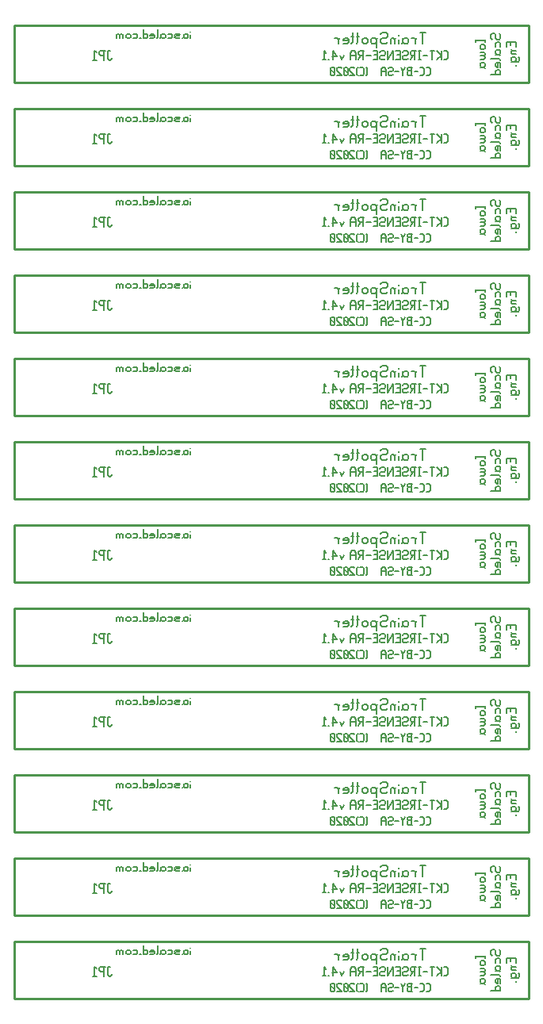
<source format=gbr>
G04 start of page 10 for group -4078 idx -4078 *
G04 Title: (unknown), bottomsilk *
G04 Creator: pcb 20140316 *
G04 CreationDate: Thu 20 Aug 2020 02:40:32 AM GMT UTC *
G04 For: railfan *
G04 Format: Gerber/RS-274X *
G04 PCB-Dimensions (mil): 2400.00 4300.00 *
G04 PCB-Coordinate-Origin: lower left *
%MOIN*%
%FSLAX25Y25*%
%LNBOTTOMSILK*%
%ADD65C,0.0080*%
%ADD64C,0.0100*%
G54D64*X10500Y419500D02*X227000D01*
Y395500D02*X10500D01*
Y419500D02*Y395500D01*
Y384500D02*X227000D01*
Y360500D02*X10500D01*
Y384500D02*Y360500D01*
Y349500D02*X227000D01*
Y419500D02*Y395500D01*
Y384500D02*Y360500D01*
Y349500D02*Y325500D01*
X10500D01*
Y314500D02*X227000D01*
X10500D02*Y290500D01*
Y349500D02*Y325500D01*
X227000Y290500D02*X10500D01*
X227000Y314500D02*Y290500D01*
X10500Y279500D02*X227000D01*
Y255500D02*X10500D01*
X227000Y279500D02*Y255500D01*
X10500Y279500D02*Y255500D01*
Y244500D02*X227000D01*
Y220500D02*X10500D01*
Y244500D02*Y220500D01*
Y209500D02*X227000D01*
Y185500D02*X10500D01*
Y209500D02*Y185500D01*
X227000Y244500D02*Y220500D01*
Y209500D02*Y185500D01*
X10500Y174500D02*X227000D01*
Y150500D02*X10500D01*
Y174500D02*Y150500D01*
Y139500D02*X227000D01*
Y115500D02*X10500D01*
Y139500D02*Y115500D01*
X227000Y174500D02*Y150500D01*
Y139500D02*Y115500D01*
Y104500D02*Y80500D01*
Y34500D02*Y10500D01*
X10500Y104500D02*X227000D01*
Y69500D02*Y45500D01*
Y80500D02*X10500D01*
Y104500D02*Y80500D01*
Y69500D02*X227000D01*
Y45500D02*X10500D01*
Y69500D02*Y45500D01*
Y34500D02*X227000D01*
X10500D02*Y10500D01*
X227000D02*X10500D01*
G54D65*X219300Y376000D02*Y377500D01*
X221500Y375500D02*Y377500D01*
X217500D02*X221500D01*
X217500Y375500D02*Y377500D01*
X220000Y373800D02*X221500D01*
X220000D02*X219500Y373300D01*
Y372800D02*Y373300D01*
Y372800D02*X220000Y372300D01*
X221500D01*
X219500Y374300D02*X220000Y373800D01*
X219500Y369600D02*X220000Y369100D01*
X219500Y369600D02*Y370600D01*
X220000Y371100D02*X219500Y370600D01*
X220000Y371100D02*X221000D01*
X221500Y370600D01*
Y369600D02*Y370600D01*
Y369600D02*X221000Y369100D01*
X222500Y371100D02*X223000Y370600D01*
Y369600D02*Y370600D01*
Y369600D02*X222500Y369100D01*
X219500D02*X222500D01*
X221500Y367400D02*Y367900D01*
X219300Y341000D02*Y342500D01*
X221500Y340500D02*Y342500D01*
X217500D02*X221500D01*
X217500Y340500D02*Y342500D01*
X220000Y338800D02*X221500D01*
X220000D02*X219500Y338300D01*
Y337800D02*Y338300D01*
Y337800D02*X220000Y337300D01*
X221500D01*
X219500Y339300D02*X220000Y338800D01*
X219500Y334600D02*X220000Y334100D01*
X219500Y334600D02*Y335600D01*
X220000Y336100D02*X219500Y335600D01*
X220000Y336100D02*X221000D01*
X221500Y335600D01*
Y334600D02*Y335600D01*
Y334600D02*X221000Y334100D01*
X222500Y336100D02*X223000Y335600D01*
Y334600D02*Y335600D01*
Y334600D02*X222500Y334100D01*
X219500D02*X222500D01*
X221500Y332400D02*Y332900D01*
X219300Y306000D02*Y307500D01*
X221500Y305500D02*Y307500D01*
X217500D02*X221500D01*
X217500Y305500D02*Y307500D01*
X220000Y303800D02*X221500D01*
X220000D02*X219500Y303300D01*
Y302800D02*Y303300D01*
Y302800D02*X220000Y302300D01*
X221500D01*
X219500Y304300D02*X220000Y303800D01*
X219500Y299600D02*X220000Y299100D01*
X219500Y299600D02*Y300600D01*
X220000Y301100D02*X219500Y300600D01*
X220000Y301100D02*X221000D01*
X221500Y300600D01*
Y299600D02*Y300600D01*
Y299600D02*X221000Y299100D01*
X222500Y301100D02*X223000Y300600D01*
Y299600D02*Y300600D01*
Y299600D02*X222500Y299100D01*
X219500D02*X222500D01*
X221500Y297400D02*Y297900D01*
X219300Y271000D02*Y272500D01*
X221500Y270500D02*Y272500D01*
X217500D02*X221500D01*
X217500Y270500D02*Y272500D01*
X220000Y268800D02*X221500D01*
X220000D02*X219500Y268300D01*
Y267800D02*Y268300D01*
Y267800D02*X220000Y267300D01*
X221500D01*
X219500Y269300D02*X220000Y268800D01*
X219500Y264600D02*X220000Y264100D01*
X219500Y264600D02*Y265600D01*
X220000Y266100D02*X219500Y265600D01*
X220000Y266100D02*X221000D01*
X221500Y265600D01*
Y264600D02*Y265600D01*
Y264600D02*X221000Y264100D01*
X222500Y266100D02*X223000Y265600D01*
Y264600D02*Y265600D01*
Y264600D02*X222500Y264100D01*
X219500D02*X222500D01*
X221500Y262400D02*Y262900D01*
X211000Y379000D02*X211500Y378500D01*
X211000Y379000D02*Y380500D01*
X211500Y381000D02*X211000Y380500D01*
X211500Y381000D02*X212500D01*
X213000Y380500D01*
Y379000D02*Y380500D01*
Y379000D02*X213500Y378500D01*
X214500D01*
X215000Y379000D02*X214500Y378500D01*
X215000Y379000D02*Y380500D01*
X214500Y381000D02*X215000Y380500D01*
X213000Y375300D02*Y376800D01*
X213500Y377300D02*X213000Y376800D01*
X213500Y377300D02*X214500D01*
X215000Y376800D01*
Y375300D02*Y376800D01*
X213000Y372600D02*X213500Y372100D01*
X213000Y372600D02*Y373600D01*
X213500Y374100D02*X213000Y373600D01*
X213500Y374100D02*X214500D01*
X215000Y373600D01*
X213000Y372100D02*X214500D01*
X215000Y371600D01*
Y372600D02*Y373600D01*
Y372600D02*X214500Y372100D01*
X211000Y370400D02*X214500D01*
X215000Y369900D01*
Y366900D02*Y368400D01*
X214500Y368900D02*X215000Y368400D01*
X213500Y368900D02*X214500D01*
X213500D02*X213000Y368400D01*
Y367400D02*Y368400D01*
Y367400D02*X213500Y366900D01*
X214000D02*Y368900D01*
X213500Y366900D02*X214000D01*
X211000Y363700D02*X215000D01*
Y364200D02*X214500Y363700D01*
X215000Y364200D02*Y365200D01*
X214500Y365700D02*X215000Y365200D01*
X213500Y365700D02*X214500D01*
X213500D02*X213000Y365200D01*
Y364200D02*Y365200D01*
Y364200D02*X213500Y363700D01*
X211000Y344000D02*X211500Y343500D01*
X211000Y344000D02*Y345500D01*
X211500Y346000D02*X211000Y345500D01*
X211500Y346000D02*X212500D01*
X213000Y345500D01*
Y344000D02*Y345500D01*
Y344000D02*X213500Y343500D01*
X214500D01*
X215000Y344000D02*X214500Y343500D01*
X215000Y344000D02*Y345500D01*
X214500Y346000D02*X215000Y345500D01*
X213000Y340300D02*Y341800D01*
X213500Y342300D02*X213000Y341800D01*
X213500Y342300D02*X214500D01*
X215000Y341800D01*
Y340300D02*Y341800D01*
X213000Y337600D02*X213500Y337100D01*
X213000Y337600D02*Y338600D01*
X213500Y339100D02*X213000Y338600D01*
X213500Y339100D02*X214500D01*
X215000Y338600D01*
X213000Y337100D02*X214500D01*
X215000Y336600D01*
Y337600D02*Y338600D01*
Y337600D02*X214500Y337100D01*
X211000Y335400D02*X214500D01*
X215000Y334900D01*
Y331900D02*Y333400D01*
X214500Y333900D02*X215000Y333400D01*
X213500Y333900D02*X214500D01*
X213500D02*X213000Y333400D01*
Y332400D02*Y333400D01*
Y332400D02*X213500Y331900D01*
X214000D02*Y333900D01*
X213500Y331900D02*X214000D01*
X211000Y328700D02*X215000D01*
Y329200D02*X214500Y328700D01*
X215000Y329200D02*Y330200D01*
X214500Y330700D02*X215000Y330200D01*
X213500Y330700D02*X214500D01*
X213500D02*X213000Y330200D01*
Y329200D02*Y330200D01*
Y329200D02*X213500Y328700D01*
X204500Y342500D02*Y343500D01*
Y343000D02*X208500D01*
Y342500D02*Y343500D01*
X207000Y341300D02*X208000D01*
X207000D02*X206500Y340800D01*
Y339800D02*Y340800D01*
Y339800D02*X207000Y339300D01*
X208000D01*
X208500Y339800D02*X208000Y339300D01*
X208500Y339800D02*Y340800D01*
X208000Y341300D02*X208500Y340800D01*
X206500Y338100D02*X208000D01*
X208500Y337600D01*
Y337100D02*Y337600D01*
Y337100D02*X208000Y336600D01*
X206500D02*X208000D01*
X208500Y336100D01*
Y335600D02*Y336100D01*
Y335600D02*X208000Y335100D01*
X206500D02*X208000D01*
X206500Y332400D02*X207000Y331900D01*
X206500Y332400D02*Y333400D01*
X207000Y333900D02*X206500Y333400D01*
X207000Y333900D02*X208000D01*
X208500Y333400D01*
X206500Y331900D02*X208000D01*
X208500Y331400D01*
Y332400D02*Y333400D01*
Y332400D02*X208000Y331900D01*
X211000Y309000D02*X211500Y308500D01*
X211000Y309000D02*Y310500D01*
X211500Y311000D02*X211000Y310500D01*
X211500Y311000D02*X212500D01*
X213000Y310500D01*
Y309000D02*Y310500D01*
Y309000D02*X213500Y308500D01*
X214500D01*
X215000Y309000D02*X214500Y308500D01*
X215000Y309000D02*Y310500D01*
X214500Y311000D02*X215000Y310500D01*
X213000Y305300D02*Y306800D01*
X213500Y307300D02*X213000Y306800D01*
X213500Y307300D02*X214500D01*
X215000Y306800D01*
Y305300D02*Y306800D01*
X213000Y302600D02*X213500Y302100D01*
X213000Y302600D02*Y303600D01*
X213500Y304100D02*X213000Y303600D01*
X213500Y304100D02*X214500D01*
X215000Y303600D01*
X213000Y302100D02*X214500D01*
X215000Y301600D01*
Y302600D02*Y303600D01*
Y302600D02*X214500Y302100D01*
X211000Y300400D02*X214500D01*
X215000Y299900D01*
Y296900D02*Y298400D01*
X214500Y298900D02*X215000Y298400D01*
X213500Y298900D02*X214500D01*
X213500D02*X213000Y298400D01*
Y297400D02*Y298400D01*
Y297400D02*X213500Y296900D01*
X214000D02*Y298900D01*
X213500Y296900D02*X214000D01*
X211000Y293700D02*X215000D01*
Y294200D02*X214500Y293700D01*
X215000Y294200D02*Y295200D01*
X214500Y295700D02*X215000Y295200D01*
X213500Y295700D02*X214500D01*
X213500D02*X213000Y295200D01*
Y294200D02*Y295200D01*
Y294200D02*X213500Y293700D01*
X204500Y307500D02*Y308500D01*
Y308000D02*X208500D01*
Y307500D02*Y308500D01*
X207000Y306300D02*X208000D01*
X207000D02*X206500Y305800D01*
Y304800D02*Y305800D01*
Y304800D02*X207000Y304300D01*
X208000D01*
X208500Y304800D02*X208000Y304300D01*
X208500Y304800D02*Y305800D01*
X208000Y306300D02*X208500Y305800D01*
X206500Y303100D02*X208000D01*
X208500Y302600D01*
Y302100D02*Y302600D01*
Y302100D02*X208000Y301600D01*
X206500D02*X208000D01*
X208500Y301100D01*
Y300600D02*Y301100D01*
Y300600D02*X208000Y300100D01*
X206500D02*X208000D01*
X206500Y297400D02*X207000Y296900D01*
X206500Y297400D02*Y298400D01*
X207000Y298900D02*X206500Y298400D01*
X207000Y298900D02*X208000D01*
X208500Y298400D01*
X206500Y296900D02*X208000D01*
X208500Y296400D01*
Y297400D02*Y298400D01*
Y297400D02*X208000Y296900D01*
X211000Y274000D02*X211500Y273500D01*
X211000Y274000D02*Y275500D01*
X211500Y276000D02*X211000Y275500D01*
X211500Y276000D02*X212500D01*
X213000Y275500D01*
Y274000D02*Y275500D01*
Y274000D02*X213500Y273500D01*
X214500D01*
X215000Y274000D02*X214500Y273500D01*
X215000Y274000D02*Y275500D01*
X214500Y276000D02*X215000Y275500D01*
X213000Y270300D02*Y271800D01*
X213500Y272300D02*X213000Y271800D01*
X213500Y272300D02*X214500D01*
X215000Y271800D01*
Y270300D02*Y271800D01*
X213000Y267600D02*X213500Y267100D01*
X213000Y267600D02*Y268600D01*
X213500Y269100D02*X213000Y268600D01*
X213500Y269100D02*X214500D01*
X215000Y268600D01*
X213000Y267100D02*X214500D01*
X215000Y266600D01*
Y267600D02*Y268600D01*
Y267600D02*X214500Y267100D01*
X211000Y265400D02*X214500D01*
X215000Y264900D01*
Y261900D02*Y263400D01*
X214500Y263900D02*X215000Y263400D01*
X213500Y263900D02*X214500D01*
X213500D02*X213000Y263400D01*
Y262400D02*Y263400D01*
Y262400D02*X213500Y261900D01*
X214000D02*Y263900D01*
X213500Y261900D02*X214000D01*
X211000Y258700D02*X215000D01*
Y259200D02*X214500Y258700D01*
X215000Y259200D02*Y260200D01*
X214500Y260700D02*X215000Y260200D01*
X213500Y260700D02*X214500D01*
X213500D02*X213000Y260200D01*
Y259200D02*Y260200D01*
Y259200D02*X213500Y258700D01*
X204500Y272500D02*Y273500D01*
Y273000D02*X208500D01*
Y272500D02*Y273500D01*
X207000Y271300D02*X208000D01*
X207000D02*X206500Y270800D01*
Y269800D02*Y270800D01*
Y269800D02*X207000Y269300D01*
X208000D01*
X208500Y269800D02*X208000Y269300D01*
X208500Y269800D02*Y270800D01*
X208000Y271300D02*X208500Y270800D01*
X206500Y268100D02*X208000D01*
X208500Y267600D01*
Y267100D02*Y267600D01*
Y267100D02*X208000Y266600D01*
X206500D02*X208000D01*
X208500Y266100D01*
Y265600D02*Y266100D01*
Y265600D02*X208000Y265100D01*
X206500D02*X208000D01*
X206500Y262400D02*X207000Y261900D01*
X206500Y262400D02*Y263400D01*
X207000Y263900D02*X206500Y263400D01*
X207000Y263900D02*X208000D01*
X208500Y263400D01*
X206500Y261900D02*X208000D01*
X208500Y261400D01*
Y262400D02*Y263400D01*
Y262400D02*X208000Y261900D01*
X191200Y230000D02*X192370D01*
X193000Y230630D02*X192370Y230000D01*
X193000Y230630D02*Y232970D01*
X192370Y233600D01*
X191200D02*X192370D01*
X190120Y230000D02*Y233600D01*
Y231800D02*X188320Y233600D01*
X190120Y231800D02*X188320Y230000D01*
X185440Y233600D02*X187240D01*
X186340Y230000D02*Y233600D01*
X182560Y231800D02*X184360D01*
X180580Y233600D02*X181480D01*
X181030Y230000D02*Y233600D01*
X180580Y230000D02*X181480D01*
X177700Y233600D02*X179500D01*
X177700D02*X177250Y233150D01*
Y232250D02*Y233150D01*
X177700Y231800D02*X177250Y232250D01*
X177700Y231800D02*X179050D01*
Y230000D02*Y233600D01*
X178330Y231800D02*X177250Y230000D01*
X174370Y233600D02*X173920Y233150D01*
X174370Y233600D02*X175720D01*
X176170Y233150D02*X175720Y233600D01*
X176170Y232250D02*Y233150D01*
Y232250D02*X175720Y231800D01*
X174370D02*X175720D01*
X174370D02*X173920Y231350D01*
Y230450D02*Y231350D01*
X174370Y230000D02*X173920Y230450D01*
X174370Y230000D02*X175720D01*
X176170Y230450D02*X175720Y230000D01*
X171490Y231980D02*X172840D01*
X171040Y230000D02*X172840D01*
Y233600D01*
X171040D02*X172840D01*
X169960Y230000D02*Y233600D01*
X167710Y230000D01*
Y233600D01*
X164830D02*X164380Y233150D01*
X164830Y233600D02*X166180D01*
X166630Y233150D02*X166180Y233600D01*
X166630Y232250D02*Y233150D01*
Y232250D02*X166180Y231800D01*
X164830D02*X166180D01*
X164830D02*X164380Y231350D01*
Y230450D02*Y231350D01*
X164830Y230000D02*X164380Y230450D01*
X164830Y230000D02*X166180D01*
X166630Y230450D02*X166180Y230000D01*
X161950Y231980D02*X163300D01*
X161500Y230000D02*X163300D01*
Y233600D01*
X161500D02*X163300D01*
X158620Y231800D02*X160420D01*
X155740Y233600D02*X157540D01*
X155740D02*X155290Y233150D01*
Y232250D02*Y233150D01*
X155740Y231800D02*X155290Y232250D01*
X155740Y231800D02*X157090D01*
Y230000D02*Y233600D01*
X156370Y231800D02*X155290Y230000D01*
X154210D02*Y232700D01*
X153580Y233600D01*
X152590D02*X153580D01*
X152590D02*X151960Y232700D01*
Y230000D02*Y232700D01*
Y231800D02*X154210D01*
X149260D02*X148360Y230000D01*
X147460Y231800D02*X148360Y230000D01*
X146380Y231350D02*X144580Y233600D01*
X144130Y231350D02*X146380D01*
X144580Y230000D02*Y233600D01*
X142600Y230000D02*X143050D01*
X141520Y232880D02*X140800Y233600D01*
Y230000D02*Y233600D01*
X140170Y230000D02*X141520D01*
X159000Y223900D02*X158600Y223500D01*
X159000Y226300D02*X158600Y226700D01*
X159000Y223900D02*Y226300D01*
X156040Y223500D02*X157080D01*
X157640Y224060D02*X157080Y223500D01*
X157640Y224060D02*Y226140D01*
X157080Y226700D01*
X156040D02*X157080D01*
X155080D02*X154680Y226300D01*
Y223900D02*Y226300D01*
X155080Y223500D02*X154680Y223900D01*
X153720Y226300D02*X153320Y226700D01*
X152120D02*X153320D01*
X152120D02*X151720Y226300D01*
Y225500D02*Y226300D01*
X153720Y223500D02*X151720Y225500D01*
Y223500D02*X153720D01*
X150760Y223900D02*X150360Y223500D01*
X150760Y223900D02*Y226300D01*
X150360Y226700D01*
X149560D02*X150360D01*
X149560D02*X149160Y226300D01*
Y223900D02*Y226300D01*
X149560Y223500D02*X149160Y223900D01*
X149560Y223500D02*X150360D01*
X150760Y224300D02*X149160Y225900D01*
X148200Y226300D02*X147800Y226700D01*
X146600D02*X147800D01*
X146600D02*X146200Y226300D01*
Y225500D02*Y226300D01*
X148200Y223500D02*X146200Y225500D01*
Y223500D02*X148200D01*
X145240Y223900D02*X144840Y223500D01*
X145240Y223900D02*Y226300D01*
X144840Y226700D01*
X144040D02*X144840D01*
X144040D02*X143640Y226300D01*
Y223900D02*Y226300D01*
X144040Y223500D02*X143640Y223900D01*
X144040Y223500D02*X144840D01*
X145240Y224300D02*X143640Y225900D01*
X183900Y223500D02*X184940D01*
X185500Y224060D02*X184940Y223500D01*
X185500Y224060D02*Y226140D01*
X184940Y226700D01*
X183900D02*X184940D01*
X181340Y223500D02*X182380D01*
X182940Y224060D02*X182380Y223500D01*
X182940Y224060D02*Y226140D01*
X182380Y226700D01*
X181340D02*X182380D01*
X178780Y225100D02*X180380D01*
X176220Y223500D02*X177820D01*
X176220D02*X175820Y223900D01*
Y224860D01*
X176220Y225260D02*X175820Y224860D01*
X176220Y225260D02*X177420D01*
Y223500D02*Y226700D01*
X176220D02*X177820D01*
X176220D02*X175820Y226300D01*
Y225660D02*Y226300D01*
X176220Y225260D02*X175820Y225660D01*
X174860Y226700D02*X174060Y225100D01*
X173260Y226700D01*
X174060Y223500D02*Y225100D01*
X170700D02*X172300D01*
X168140Y226700D02*X167740Y226300D01*
X168140Y226700D02*X169340D01*
X169740Y226300D02*X169340Y226700D01*
X169740Y225500D02*Y226300D01*
Y225500D02*X169340Y225100D01*
X168140D02*X169340D01*
X168140D02*X167740Y224700D01*
Y223900D02*Y224700D01*
X168140Y223500D02*X167740Y223900D01*
X168140Y223500D02*X169340D01*
X169740Y223900D02*X169340Y223500D01*
X166780D02*Y225900D01*
X166220Y226700D01*
X165340D02*X166220D01*
X165340D02*X164780Y225900D01*
Y223500D02*Y225900D01*
Y225100D02*X166780D01*
X181217Y206380D02*X183457D01*
X182337Y201900D02*Y206380D01*
X179313Y201900D02*Y203580D01*
X178753Y204140D01*
X177633D02*X178753D01*
X179873D02*X179313Y203580D01*
X174609Y204140D02*X174049Y203580D01*
X174609Y204140D02*X175729D01*
X176289Y203580D02*X175729Y204140D01*
X176289Y202460D02*Y203580D01*
Y202460D02*X175729Y201900D01*
X174049Y202460D02*Y204140D01*
Y202460D02*X173489Y201900D01*
X174609D02*X175729D01*
X174609D02*X174049Y202460D01*
X172145Y205148D02*Y205260D01*
Y201900D02*Y203580D01*
X170465Y201900D02*Y203580D01*
X169905Y204140D01*
X169345D02*X169905D01*
X169345D02*X168785Y203580D01*
Y201900D02*Y203580D01*
X171025Y204140D02*X170465Y203580D01*
X165201Y206380D02*X164641Y205820D01*
X165201Y206380D02*X166881D01*
X167441Y205820D02*X166881Y206380D01*
X167441Y204700D02*Y205820D01*
Y204700D02*X166881Y204140D01*
X165201D02*X166881D01*
X165201D02*X164641Y203580D01*
Y202460D02*Y203580D01*
X165201Y201900D02*X164641Y202460D01*
X165201Y201900D02*X166881D01*
X167441Y202460D02*X166881Y201900D01*
X162737Y200220D02*Y203580D01*
X163297Y204140D02*X162737Y203580D01*
X162177Y204140D01*
X161057D02*X162177D01*
X161057D02*X160497Y203580D01*
Y202460D02*Y203580D01*
X161057Y201900D02*X160497Y202460D01*
X161057Y201900D02*X162177D01*
X162737Y202460D02*X162177Y201900D01*
X159153Y202460D02*Y203580D01*
X158593Y204140D01*
X157473D02*X158593D01*
X157473D02*X156913Y203580D01*
Y202460D02*Y203580D01*
X157473Y201900D02*X156913Y202460D01*
X157473Y201900D02*X158593D01*
X159153Y202460D02*X158593Y201900D01*
X155009Y202460D02*Y206380D01*
Y202460D02*X154449Y201900D01*
Y204700D02*X155569D01*
X152769Y202460D02*Y206380D01*
Y202460D02*X152209Y201900D01*
Y204700D02*X153329D01*
X148849Y201900D02*X150529D01*
X151089Y202460D02*X150529Y201900D01*
X151089Y202460D02*Y203580D01*
X150529Y204140D01*
X149409D02*X150529D01*
X149409D02*X148849Y203580D01*
Y203020D02*X151089D01*
X148849D02*Y203580D01*
X146945Y201900D02*Y203580D01*
X146385Y204140D01*
X145265D02*X146385D01*
X147505D02*X146945Y203580D01*
X191200Y195000D02*X192370D01*
X193000Y195630D02*X192370Y195000D01*
X193000Y195630D02*Y197970D01*
X192370Y198600D01*
X191200D02*X192370D01*
X190120Y195000D02*Y198600D01*
Y196800D02*X188320Y198600D01*
X190120Y196800D02*X188320Y195000D01*
X185440Y198600D02*X187240D01*
X186340Y195000D02*Y198600D01*
X182560Y196800D02*X184360D01*
X180580Y198600D02*X181480D01*
X181030Y195000D02*Y198600D01*
X180580Y195000D02*X181480D01*
X177700Y198600D02*X179500D01*
X177700D02*X177250Y198150D01*
Y197250D02*Y198150D01*
X177700Y196800D02*X177250Y197250D01*
X177700Y196800D02*X179050D01*
Y195000D02*Y198600D01*
X178330Y196800D02*X177250Y195000D01*
X174370Y198600D02*X173920Y198150D01*
X174370Y198600D02*X175720D01*
X176170Y198150D02*X175720Y198600D01*
X176170Y197250D02*Y198150D01*
Y197250D02*X175720Y196800D01*
X174370D02*X175720D01*
X174370D02*X173920Y196350D01*
Y195450D02*Y196350D01*
X174370Y195000D02*X173920Y195450D01*
X174370Y195000D02*X175720D01*
X176170Y195450D02*X175720Y195000D01*
X171490Y196980D02*X172840D01*
X171040Y195000D02*X172840D01*
Y198600D01*
X171040D02*X172840D01*
X169960Y195000D02*Y198600D01*
X167710Y195000D01*
Y198600D01*
X164830D02*X164380Y198150D01*
X164830Y198600D02*X166180D01*
X166630Y198150D02*X166180Y198600D01*
X166630Y197250D02*Y198150D01*
Y197250D02*X166180Y196800D01*
X164830D02*X166180D01*
X164830D02*X164380Y196350D01*
Y195450D02*Y196350D01*
X164830Y195000D02*X164380Y195450D01*
X164830Y195000D02*X166180D01*
X166630Y195450D02*X166180Y195000D01*
X161950Y196980D02*X163300D01*
X161500Y195000D02*X163300D01*
Y198600D01*
X161500D02*X163300D01*
X158620Y196800D02*X160420D01*
X155740Y198600D02*X157540D01*
X155740D02*X155290Y198150D01*
Y197250D02*Y198150D01*
X155740Y196800D02*X155290Y197250D01*
X155740Y196800D02*X157090D01*
Y195000D02*Y198600D01*
X156370Y196800D02*X155290Y195000D01*
X154210D02*Y197700D01*
X153580Y198600D01*
X152590D02*X153580D01*
X152590D02*X151960Y197700D01*
Y195000D02*Y197700D01*
Y196800D02*X154210D01*
X149260D02*X148360Y195000D01*
X147460Y196800D02*X148360Y195000D01*
X146380Y196350D02*X144580Y198600D01*
X144130Y196350D02*X146380D01*
X144580Y195000D02*Y198600D01*
X142600Y195000D02*X143050D01*
X141520Y197880D02*X140800Y198600D01*
Y195000D02*Y198600D01*
X140170Y195000D02*X141520D01*
X159000Y188900D02*X158600Y188500D01*
X159000Y191300D02*X158600Y191700D01*
X159000Y188900D02*Y191300D01*
X156040Y188500D02*X157080D01*
X157640Y189060D02*X157080Y188500D01*
X157640Y189060D02*Y191140D01*
X157080Y191700D01*
X156040D02*X157080D01*
X155080D02*X154680Y191300D01*
Y188900D02*Y191300D01*
X155080Y188500D02*X154680Y188900D01*
X153720Y191300D02*X153320Y191700D01*
X152120D02*X153320D01*
X152120D02*X151720Y191300D01*
Y190500D02*Y191300D01*
X153720Y188500D02*X151720Y190500D01*
Y188500D02*X153720D01*
X150760Y188900D02*X150360Y188500D01*
X150760Y188900D02*Y191300D01*
X150360Y191700D01*
X149560D02*X150360D01*
X149560D02*X149160Y191300D01*
Y188900D02*Y191300D01*
X149560Y188500D02*X149160Y188900D01*
X149560Y188500D02*X150360D01*
X150760Y189300D02*X149160Y190900D01*
X148200Y191300D02*X147800Y191700D01*
X146600D02*X147800D01*
X146600D02*X146200Y191300D01*
Y190500D02*Y191300D01*
X148200Y188500D02*X146200Y190500D01*
Y188500D02*X148200D01*
X145240Y188900D02*X144840Y188500D01*
X145240Y188900D02*Y191300D01*
X144840Y191700D01*
X144040D02*X144840D01*
X144040D02*X143640Y191300D01*
Y188900D02*Y191300D01*
X144040Y188500D02*X143640Y188900D01*
X144040Y188500D02*X144840D01*
X145240Y189300D02*X143640Y190900D01*
X183900Y188500D02*X184940D01*
X185500Y189060D02*X184940Y188500D01*
X185500Y189060D02*Y191140D01*
X184940Y191700D01*
X183900D02*X184940D01*
X181340Y188500D02*X182380D01*
X182940Y189060D02*X182380Y188500D01*
X182940Y189060D02*Y191140D01*
X182380Y191700D01*
X181340D02*X182380D01*
X178780Y190100D02*X180380D01*
X176220Y188500D02*X177820D01*
X176220D02*X175820Y188900D01*
Y189860D01*
X176220Y190260D02*X175820Y189860D01*
X176220Y190260D02*X177420D01*
Y188500D02*Y191700D01*
X176220D02*X177820D01*
X176220D02*X175820Y191300D01*
Y190660D02*Y191300D01*
X176220Y190260D02*X175820Y190660D01*
X174860Y191700D02*X174060Y190100D01*
X173260Y191700D01*
X174060Y188500D02*Y190100D01*
X170700D02*X172300D01*
X168140Y191700D02*X167740Y191300D01*
X168140Y191700D02*X169340D01*
X169740Y191300D02*X169340Y191700D01*
X169740Y190500D02*Y191300D01*
Y190500D02*X169340Y190100D01*
X168140D02*X169340D01*
X168140D02*X167740Y189700D01*
Y188900D02*Y189700D01*
X168140Y188500D02*X167740Y188900D01*
X168140Y188500D02*X169340D01*
X169740Y188900D02*X169340Y188500D01*
X166780D02*Y190900D01*
X166220Y191700D01*
X165340D02*X166220D01*
X165340D02*X164780Y190900D01*
Y188500D02*Y190900D01*
Y190100D02*X166780D01*
X181217Y171380D02*X183457D01*
X182337Y166900D02*Y171380D01*
X179313Y166900D02*Y168580D01*
X178753Y169140D01*
X177633D02*X178753D01*
X179873D02*X179313Y168580D01*
X174609Y169140D02*X174049Y168580D01*
X174609Y169140D02*X175729D01*
X176289Y168580D02*X175729Y169140D01*
X176289Y167460D02*Y168580D01*
Y167460D02*X175729Y166900D01*
X174049Y167460D02*Y169140D01*
Y167460D02*X173489Y166900D01*
X174609D02*X175729D01*
X174609D02*X174049Y167460D01*
X172145Y170148D02*Y170260D01*
Y166900D02*Y168580D01*
X170465Y166900D02*Y168580D01*
X169905Y169140D01*
X169345D02*X169905D01*
X169345D02*X168785Y168580D01*
Y166900D02*Y168580D01*
X171025Y169140D02*X170465Y168580D01*
X165201Y171380D02*X164641Y170820D01*
X165201Y171380D02*X166881D01*
X167441Y170820D02*X166881Y171380D01*
X167441Y169700D02*Y170820D01*
Y169700D02*X166881Y169140D01*
X165201D02*X166881D01*
X165201D02*X164641Y168580D01*
Y167460D02*Y168580D01*
X165201Y166900D02*X164641Y167460D01*
X165201Y166900D02*X166881D01*
X167441Y167460D02*X166881Y166900D01*
X162737Y165220D02*Y168580D01*
X163297Y169140D02*X162737Y168580D01*
X162177Y169140D01*
X161057D02*X162177D01*
X161057D02*X160497Y168580D01*
Y167460D02*Y168580D01*
X161057Y166900D02*X160497Y167460D01*
X161057Y166900D02*X162177D01*
X162737Y167460D02*X162177Y166900D01*
X159153Y167460D02*Y168580D01*
X158593Y169140D01*
X157473D02*X158593D01*
X157473D02*X156913Y168580D01*
Y167460D02*Y168580D01*
X157473Y166900D02*X156913Y167460D01*
X157473Y166900D02*X158593D01*
X159153Y167460D02*X158593Y166900D01*
X155009Y167460D02*Y171380D01*
Y167460D02*X154449Y166900D01*
Y169700D02*X155569D01*
X152769Y167460D02*Y171380D01*
Y167460D02*X152209Y166900D01*
Y169700D02*X153329D01*
X148849Y166900D02*X150529D01*
X151089Y167460D02*X150529Y166900D01*
X151089Y167460D02*Y168580D01*
X150529Y169140D01*
X149409D02*X150529D01*
X149409D02*X148849Y168580D01*
Y168020D02*X151089D01*
X148849D02*Y168580D01*
X146945Y166900D02*Y168580D01*
X146385Y169140D01*
X145265D02*X146385D01*
X147505D02*X146945Y168580D01*
X191200Y160000D02*X192370D01*
X193000Y160630D02*X192370Y160000D01*
X193000Y160630D02*Y162970D01*
X192370Y163600D01*
X191200D02*X192370D01*
X190120Y160000D02*Y163600D01*
Y161800D02*X188320Y163600D01*
X190120Y161800D02*X188320Y160000D01*
X185440Y163600D02*X187240D01*
X186340Y160000D02*Y163600D01*
X182560Y161800D02*X184360D01*
X180580Y163600D02*X181480D01*
X181030Y160000D02*Y163600D01*
X180580Y160000D02*X181480D01*
X177700Y163600D02*X179500D01*
X177700D02*X177250Y163150D01*
Y162250D02*Y163150D01*
X177700Y161800D02*X177250Y162250D01*
X177700Y161800D02*X179050D01*
Y160000D02*Y163600D01*
X178330Y161800D02*X177250Y160000D01*
X174370Y163600D02*X173920Y163150D01*
X174370Y163600D02*X175720D01*
X176170Y163150D02*X175720Y163600D01*
X176170Y162250D02*Y163150D01*
Y162250D02*X175720Y161800D01*
X174370D02*X175720D01*
X174370D02*X173920Y161350D01*
Y160450D02*Y161350D01*
X174370Y160000D02*X173920Y160450D01*
X174370Y160000D02*X175720D01*
X176170Y160450D02*X175720Y160000D01*
X171490Y161980D02*X172840D01*
X171040Y160000D02*X172840D01*
Y163600D01*
X171040D02*X172840D01*
X169960Y160000D02*Y163600D01*
X167710Y160000D01*
Y163600D01*
X164830D02*X164380Y163150D01*
X164830Y163600D02*X166180D01*
X166630Y163150D02*X166180Y163600D01*
X166630Y162250D02*Y163150D01*
Y162250D02*X166180Y161800D01*
X164830D02*X166180D01*
X164830D02*X164380Y161350D01*
Y160450D02*Y161350D01*
X164830Y160000D02*X164380Y160450D01*
X164830Y160000D02*X166180D01*
X166630Y160450D02*X166180Y160000D01*
X161950Y161980D02*X163300D01*
X161500Y160000D02*X163300D01*
Y163600D01*
X161500D02*X163300D01*
X158620Y161800D02*X160420D01*
X155740Y163600D02*X157540D01*
X155740D02*X155290Y163150D01*
Y162250D02*Y163150D01*
X155740Y161800D02*X155290Y162250D01*
X155740Y161800D02*X157090D01*
Y160000D02*Y163600D01*
X156370Y161800D02*X155290Y160000D01*
X154210D02*Y162700D01*
X153580Y163600D01*
X152590D02*X153580D01*
X152590D02*X151960Y162700D01*
Y160000D02*Y162700D01*
Y161800D02*X154210D01*
X149260D02*X148360Y160000D01*
X147460Y161800D02*X148360Y160000D01*
X146380Y161350D02*X144580Y163600D01*
X144130Y161350D02*X146380D01*
X144580Y160000D02*Y163600D01*
X142600Y160000D02*X143050D01*
X141520Y162880D02*X140800Y163600D01*
Y160000D02*Y163600D01*
X140170Y160000D02*X141520D01*
X159000Y153900D02*X158600Y153500D01*
X159000Y156300D02*X158600Y156700D01*
X159000Y153900D02*Y156300D01*
X156040Y153500D02*X157080D01*
X157640Y154060D02*X157080Y153500D01*
X157640Y154060D02*Y156140D01*
X157080Y156700D01*
X156040D02*X157080D01*
X155080D02*X154680Y156300D01*
Y153900D02*Y156300D01*
X155080Y153500D02*X154680Y153900D01*
X153720Y156300D02*X153320Y156700D01*
X152120D02*X153320D01*
X152120D02*X151720Y156300D01*
Y155500D02*Y156300D01*
X153720Y153500D02*X151720Y155500D01*
Y153500D02*X153720D01*
X150760Y153900D02*X150360Y153500D01*
X150760Y153900D02*Y156300D01*
X150360Y156700D01*
X149560D02*X150360D01*
X149560D02*X149160Y156300D01*
Y153900D02*Y156300D01*
X149560Y153500D02*X149160Y153900D01*
X149560Y153500D02*X150360D01*
X150760Y154300D02*X149160Y155900D01*
X148200Y156300D02*X147800Y156700D01*
X146600D02*X147800D01*
X146600D02*X146200Y156300D01*
Y155500D02*Y156300D01*
X148200Y153500D02*X146200Y155500D01*
Y153500D02*X148200D01*
X145240Y153900D02*X144840Y153500D01*
X145240Y153900D02*Y156300D01*
X144840Y156700D01*
X144040D02*X144840D01*
X144040D02*X143640Y156300D01*
Y153900D02*Y156300D01*
X144040Y153500D02*X143640Y153900D01*
X144040Y153500D02*X144840D01*
X145240Y154300D02*X143640Y155900D01*
X183900Y153500D02*X184940D01*
X185500Y154060D02*X184940Y153500D01*
X185500Y154060D02*Y156140D01*
X184940Y156700D01*
X183900D02*X184940D01*
X181340Y153500D02*X182380D01*
X182940Y154060D02*X182380Y153500D01*
X182940Y154060D02*Y156140D01*
X182380Y156700D01*
X181340D02*X182380D01*
X178780Y155100D02*X180380D01*
X176220Y153500D02*X177820D01*
X176220D02*X175820Y153900D01*
Y154860D01*
X176220Y155260D02*X175820Y154860D01*
X176220Y155260D02*X177420D01*
Y153500D02*Y156700D01*
X176220D02*X177820D01*
X176220D02*X175820Y156300D01*
Y155660D02*Y156300D01*
X176220Y155260D02*X175820Y155660D01*
X174860Y156700D02*X174060Y155100D01*
X173260Y156700D01*
X174060Y153500D02*Y155100D01*
X170700D02*X172300D01*
X168140Y156700D02*X167740Y156300D01*
X168140Y156700D02*X169340D01*
X169740Y156300D02*X169340Y156700D01*
X169740Y155500D02*Y156300D01*
Y155500D02*X169340Y155100D01*
X168140D02*X169340D01*
X168140D02*X167740Y154700D01*
Y153900D02*Y154700D01*
X168140Y153500D02*X167740Y153900D01*
X168140Y153500D02*X169340D01*
X169740Y153900D02*X169340Y153500D01*
X166780D02*Y155900D01*
X166220Y156700D01*
X165340D02*X166220D01*
X165340D02*X164780Y155900D01*
Y153500D02*Y155900D01*
Y155100D02*X166780D01*
X181217Y136380D02*X183457D01*
X182337Y131900D02*Y136380D01*
X179313Y131900D02*Y133580D01*
X178753Y134140D01*
X177633D02*X178753D01*
X179873D02*X179313Y133580D01*
X174609Y134140D02*X174049Y133580D01*
X174609Y134140D02*X175729D01*
X176289Y133580D02*X175729Y134140D01*
X176289Y132460D02*Y133580D01*
Y132460D02*X175729Y131900D01*
X174049Y132460D02*Y134140D01*
Y132460D02*X173489Y131900D01*
X174609D02*X175729D01*
X174609D02*X174049Y132460D01*
X172145Y135148D02*Y135260D01*
Y131900D02*Y133580D01*
X170465Y131900D02*Y133580D01*
X169905Y134140D01*
X169345D02*X169905D01*
X169345D02*X168785Y133580D01*
Y131900D02*Y133580D01*
X171025Y134140D02*X170465Y133580D01*
X165201Y136380D02*X164641Y135820D01*
X165201Y136380D02*X166881D01*
X167441Y135820D02*X166881Y136380D01*
X167441Y134700D02*Y135820D01*
Y134700D02*X166881Y134140D01*
X165201D02*X166881D01*
X165201D02*X164641Y133580D01*
Y132460D02*Y133580D01*
X165201Y131900D02*X164641Y132460D01*
X165201Y131900D02*X166881D01*
X167441Y132460D02*X166881Y131900D01*
X162737Y130220D02*Y133580D01*
X163297Y134140D02*X162737Y133580D01*
X162177Y134140D01*
X161057D02*X162177D01*
X161057D02*X160497Y133580D01*
Y132460D02*Y133580D01*
X161057Y131900D02*X160497Y132460D01*
X161057Y131900D02*X162177D01*
X162737Y132460D02*X162177Y131900D01*
X159153Y132460D02*Y133580D01*
X158593Y134140D01*
X157473D02*X158593D01*
X157473D02*X156913Y133580D01*
Y132460D02*Y133580D01*
X157473Y131900D02*X156913Y132460D01*
X157473Y131900D02*X158593D01*
X159153Y132460D02*X158593Y131900D01*
X155009Y132460D02*Y136380D01*
Y132460D02*X154449Y131900D01*
Y134700D02*X155569D01*
X152769Y132460D02*Y136380D01*
Y132460D02*X152209Y131900D01*
Y134700D02*X153329D01*
X148849Y131900D02*X150529D01*
X151089Y132460D02*X150529Y131900D01*
X151089Y132460D02*Y133580D01*
X150529Y134140D01*
X149409D02*X150529D01*
X149409D02*X148849Y133580D01*
Y133020D02*X151089D01*
X148849D02*Y133580D01*
X146945Y131900D02*Y133580D01*
X146385Y134140D01*
X145265D02*X146385D01*
X147505D02*X146945Y133580D01*
X191200Y125000D02*X192370D01*
X193000Y125630D02*X192370Y125000D01*
X193000Y125630D02*Y127970D01*
X192370Y128600D01*
X191200D02*X192370D01*
X190120Y125000D02*Y128600D01*
Y126800D02*X188320Y128600D01*
X190120Y126800D02*X188320Y125000D01*
X185440Y128600D02*X187240D01*
X186340Y125000D02*Y128600D01*
X182560Y126800D02*X184360D01*
X180580Y128600D02*X181480D01*
X181030Y125000D02*Y128600D01*
X180580Y125000D02*X181480D01*
X177700Y128600D02*X179500D01*
X177700D02*X177250Y128150D01*
Y127250D02*Y128150D01*
X177700Y126800D02*X177250Y127250D01*
X177700Y126800D02*X179050D01*
Y125000D02*Y128600D01*
X178330Y126800D02*X177250Y125000D01*
X174370Y128600D02*X173920Y128150D01*
X174370Y128600D02*X175720D01*
X176170Y128150D02*X175720Y128600D01*
X176170Y127250D02*Y128150D01*
Y127250D02*X175720Y126800D01*
X174370D02*X175720D01*
X174370D02*X173920Y126350D01*
Y125450D02*Y126350D01*
X174370Y125000D02*X173920Y125450D01*
X174370Y125000D02*X175720D01*
X176170Y125450D02*X175720Y125000D01*
X171490Y126980D02*X172840D01*
X171040Y125000D02*X172840D01*
Y128600D01*
X171040D02*X172840D01*
X169960Y125000D02*Y128600D01*
X167710Y125000D01*
Y128600D01*
X164830D02*X164380Y128150D01*
X164830Y128600D02*X166180D01*
X166630Y128150D02*X166180Y128600D01*
X166630Y127250D02*Y128150D01*
Y127250D02*X166180Y126800D01*
X164830D02*X166180D01*
X164830D02*X164380Y126350D01*
Y125450D02*Y126350D01*
X164830Y125000D02*X164380Y125450D01*
X164830Y125000D02*X166180D01*
X166630Y125450D02*X166180Y125000D01*
X161950Y126980D02*X163300D01*
X161500Y125000D02*X163300D01*
Y128600D01*
X161500D02*X163300D01*
X158620Y126800D02*X160420D01*
X155740Y128600D02*X157540D01*
X155740D02*X155290Y128150D01*
Y127250D02*Y128150D01*
X155740Y126800D02*X155290Y127250D01*
X155740Y126800D02*X157090D01*
Y125000D02*Y128600D01*
X156370Y126800D02*X155290Y125000D01*
X154210D02*Y127700D01*
X153580Y128600D01*
X152590D02*X153580D01*
X152590D02*X151960Y127700D01*
Y125000D02*Y127700D01*
Y126800D02*X154210D01*
X149260D02*X148360Y125000D01*
X147460Y126800D02*X148360Y125000D01*
X146380Y126350D02*X144580Y128600D01*
X144130Y126350D02*X146380D01*
X144580Y125000D02*Y128600D01*
X142600Y125000D02*X143050D01*
X141520Y127880D02*X140800Y128600D01*
Y125000D02*Y128600D01*
X140170Y125000D02*X141520D01*
X159000Y118900D02*X158600Y118500D01*
X159000Y121300D02*X158600Y121700D01*
X159000Y118900D02*Y121300D01*
X156040Y118500D02*X157080D01*
X157640Y119060D02*X157080Y118500D01*
X157640Y119060D02*Y121140D01*
X157080Y121700D01*
X156040D02*X157080D01*
X155080D02*X154680Y121300D01*
Y118900D02*Y121300D01*
X155080Y118500D02*X154680Y118900D01*
X153720Y121300D02*X153320Y121700D01*
X152120D02*X153320D01*
X152120D02*X151720Y121300D01*
Y120500D02*Y121300D01*
X153720Y118500D02*X151720Y120500D01*
Y118500D02*X153720D01*
X150760Y118900D02*X150360Y118500D01*
X150760Y118900D02*Y121300D01*
X150360Y121700D01*
X149560D02*X150360D01*
X149560D02*X149160Y121300D01*
Y118900D02*Y121300D01*
X149560Y118500D02*X149160Y118900D01*
X149560Y118500D02*X150360D01*
X150760Y119300D02*X149160Y120900D01*
X148200Y121300D02*X147800Y121700D01*
X146600D02*X147800D01*
X146600D02*X146200Y121300D01*
Y120500D02*Y121300D01*
X148200Y118500D02*X146200Y120500D01*
Y118500D02*X148200D01*
X145240Y118900D02*X144840Y118500D01*
X145240Y118900D02*Y121300D01*
X144840Y121700D01*
X144040D02*X144840D01*
X144040D02*X143640Y121300D01*
Y118900D02*Y121300D01*
X144040Y118500D02*X143640Y118900D01*
X144040Y118500D02*X144840D01*
X145240Y119300D02*X143640Y120900D01*
X183900Y118500D02*X184940D01*
X185500Y119060D02*X184940Y118500D01*
X185500Y119060D02*Y121140D01*
X184940Y121700D01*
X183900D02*X184940D01*
X181340Y118500D02*X182380D01*
X182940Y119060D02*X182380Y118500D01*
X182940Y119060D02*Y121140D01*
X182380Y121700D01*
X181340D02*X182380D01*
X178780Y120100D02*X180380D01*
X176220Y118500D02*X177820D01*
X176220D02*X175820Y118900D01*
Y119860D01*
X176220Y120260D02*X175820Y119860D01*
X176220Y120260D02*X177420D01*
Y118500D02*Y121700D01*
X176220D02*X177820D01*
X176220D02*X175820Y121300D01*
Y120660D02*Y121300D01*
X176220Y120260D02*X175820Y120660D01*
X174860Y121700D02*X174060Y120100D01*
X173260Y121700D01*
X174060Y118500D02*Y120100D01*
X170700D02*X172300D01*
X168140Y121700D02*X167740Y121300D01*
X168140Y121700D02*X169340D01*
X169740Y121300D02*X169340Y121700D01*
X169740Y120500D02*Y121300D01*
Y120500D02*X169340Y120100D01*
X168140D02*X169340D01*
X168140D02*X167740Y119700D01*
Y118900D02*Y119700D01*
X168140Y118500D02*X167740Y118900D01*
X168140Y118500D02*X169340D01*
X169740Y118900D02*X169340Y118500D01*
X166780D02*Y120900D01*
X166220Y121700D01*
X165340D02*X166220D01*
X165340D02*X164780Y120900D01*
Y118500D02*Y120900D01*
Y120100D02*X166780D01*
X181217Y101380D02*X183457D01*
X182337Y96900D02*Y101380D01*
X179313Y96900D02*Y98580D01*
X178753Y99140D01*
X177633D02*X178753D01*
X179873D02*X179313Y98580D01*
X174609Y99140D02*X174049Y98580D01*
X174609Y99140D02*X175729D01*
X176289Y98580D02*X175729Y99140D01*
X176289Y97460D02*Y98580D01*
Y97460D02*X175729Y96900D01*
X174049Y97460D02*Y99140D01*
Y97460D02*X173489Y96900D01*
X174609D02*X175729D01*
X174609D02*X174049Y97460D01*
X172145Y100148D02*Y100260D01*
Y96900D02*Y98580D01*
X170465Y96900D02*Y98580D01*
X169905Y99140D01*
X169345D02*X169905D01*
X169345D02*X168785Y98580D01*
Y96900D02*Y98580D01*
X171025Y99140D02*X170465Y98580D01*
X165201Y101380D02*X164641Y100820D01*
X165201Y101380D02*X166881D01*
X167441Y100820D02*X166881Y101380D01*
X167441Y99700D02*Y100820D01*
Y99700D02*X166881Y99140D01*
X165201D02*X166881D01*
X165201D02*X164641Y98580D01*
Y97460D02*Y98580D01*
X165201Y96900D02*X164641Y97460D01*
X165201Y96900D02*X166881D01*
X167441Y97460D02*X166881Y96900D01*
X162737Y95220D02*Y98580D01*
X163297Y99140D02*X162737Y98580D01*
X162177Y99140D01*
X161057D02*X162177D01*
X161057D02*X160497Y98580D01*
Y97460D02*Y98580D01*
X161057Y96900D02*X160497Y97460D01*
X161057Y96900D02*X162177D01*
X162737Y97460D02*X162177Y96900D01*
X159153Y97460D02*Y98580D01*
X158593Y99140D01*
X157473D02*X158593D01*
X157473D02*X156913Y98580D01*
Y97460D02*Y98580D01*
X157473Y96900D02*X156913Y97460D01*
X157473Y96900D02*X158593D01*
X159153Y97460D02*X158593Y96900D01*
X155009Y97460D02*Y101380D01*
Y97460D02*X154449Y96900D01*
Y99700D02*X155569D01*
X152769Y97460D02*Y101380D01*
Y97460D02*X152209Y96900D01*
Y99700D02*X153329D01*
X148849Y96900D02*X150529D01*
X151089Y97460D02*X150529Y96900D01*
X151089Y97460D02*Y98580D01*
X150529Y99140D01*
X149409D02*X150529D01*
X149409D02*X148849Y98580D01*
Y98020D02*X151089D01*
X148849D02*Y98580D01*
X146945Y96900D02*Y98580D01*
X146385Y99140D01*
X145265D02*X146385D01*
X147505D02*X146945Y98580D01*
X191200Y90000D02*X192370D01*
X193000Y90630D02*X192370Y90000D01*
X193000Y90630D02*Y92970D01*
X192370Y93600D01*
X191200D02*X192370D01*
X190120Y90000D02*Y93600D01*
Y91800D02*X188320Y93600D01*
X190120Y91800D02*X188320Y90000D01*
X185440Y93600D02*X187240D01*
X186340Y90000D02*Y93600D01*
X182560Y91800D02*X184360D01*
X180580Y93600D02*X181480D01*
X181030Y90000D02*Y93600D01*
X180580Y90000D02*X181480D01*
X177700Y93600D02*X179500D01*
X177700D02*X177250Y93150D01*
Y92250D02*Y93150D01*
X177700Y91800D02*X177250Y92250D01*
X177700Y91800D02*X179050D01*
Y90000D02*Y93600D01*
X178330Y91800D02*X177250Y90000D01*
X174370Y93600D02*X173920Y93150D01*
X174370Y93600D02*X175720D01*
X176170Y93150D02*X175720Y93600D01*
X176170Y92250D02*Y93150D01*
Y92250D02*X175720Y91800D01*
X174370D02*X175720D01*
X174370D02*X173920Y91350D01*
Y90450D02*Y91350D01*
X174370Y90000D02*X173920Y90450D01*
X174370Y90000D02*X175720D01*
X176170Y90450D02*X175720Y90000D01*
X171490Y91980D02*X172840D01*
X171040Y90000D02*X172840D01*
Y93600D01*
X171040D02*X172840D01*
X169960Y90000D02*Y93600D01*
X167710Y90000D01*
Y93600D01*
X164830D02*X164380Y93150D01*
X164830Y93600D02*X166180D01*
X166630Y93150D02*X166180Y93600D01*
X166630Y92250D02*Y93150D01*
Y92250D02*X166180Y91800D01*
X164830D02*X166180D01*
X164830D02*X164380Y91350D01*
Y90450D02*Y91350D01*
X164830Y90000D02*X164380Y90450D01*
X164830Y90000D02*X166180D01*
X166630Y90450D02*X166180Y90000D01*
X161950Y91980D02*X163300D01*
X161500Y90000D02*X163300D01*
Y93600D01*
X161500D02*X163300D01*
X158620Y91800D02*X160420D01*
X155740Y93600D02*X157540D01*
X155740D02*X155290Y93150D01*
Y92250D02*Y93150D01*
X155740Y91800D02*X155290Y92250D01*
X155740Y91800D02*X157090D01*
Y90000D02*Y93600D01*
X156370Y91800D02*X155290Y90000D01*
X154210D02*Y92700D01*
X153580Y93600D01*
X152590D02*X153580D01*
X152590D02*X151960Y92700D01*
Y90000D02*Y92700D01*
Y91800D02*X154210D01*
X149260D02*X148360Y90000D01*
X147460Y91800D02*X148360Y90000D01*
X146380Y91350D02*X144580Y93600D01*
X144130Y91350D02*X146380D01*
X144580Y90000D02*Y93600D01*
X142600Y90000D02*X143050D01*
X141520Y92880D02*X140800Y93600D01*
Y90000D02*Y93600D01*
X140170Y90000D02*X141520D01*
X159000Y83900D02*X158600Y83500D01*
X159000Y86300D02*X158600Y86700D01*
X159000Y83900D02*Y86300D01*
X156040Y83500D02*X157080D01*
X157640Y84060D02*X157080Y83500D01*
X157640Y84060D02*Y86140D01*
X157080Y86700D01*
X156040D02*X157080D01*
X155080D02*X154680Y86300D01*
Y83900D02*Y86300D01*
X155080Y83500D02*X154680Y83900D01*
X153720Y86300D02*X153320Y86700D01*
X152120D02*X153320D01*
X152120D02*X151720Y86300D01*
Y85500D02*Y86300D01*
X153720Y83500D02*X151720Y85500D01*
Y83500D02*X153720D01*
X150760Y83900D02*X150360Y83500D01*
X150760Y83900D02*Y86300D01*
X150360Y86700D01*
X149560D02*X150360D01*
X149560D02*X149160Y86300D01*
Y83900D02*Y86300D01*
X149560Y83500D02*X149160Y83900D01*
X149560Y83500D02*X150360D01*
X150760Y84300D02*X149160Y85900D01*
X148200Y86300D02*X147800Y86700D01*
X146600D02*X147800D01*
X146600D02*X146200Y86300D01*
Y85500D02*Y86300D01*
X148200Y83500D02*X146200Y85500D01*
Y83500D02*X148200D01*
X145240Y83900D02*X144840Y83500D01*
X145240Y83900D02*Y86300D01*
X144840Y86700D01*
X144040D02*X144840D01*
X144040D02*X143640Y86300D01*
Y83900D02*Y86300D01*
X144040Y83500D02*X143640Y83900D01*
X144040Y83500D02*X144840D01*
X145240Y84300D02*X143640Y85900D01*
X183900Y83500D02*X184940D01*
X185500Y84060D02*X184940Y83500D01*
X185500Y84060D02*Y86140D01*
X184940Y86700D01*
X183900D02*X184940D01*
X181340Y83500D02*X182380D01*
X182940Y84060D02*X182380Y83500D01*
X182940Y84060D02*Y86140D01*
X182380Y86700D01*
X181340D02*X182380D01*
X178780Y85100D02*X180380D01*
X176220Y83500D02*X177820D01*
X176220D02*X175820Y83900D01*
Y84860D01*
X176220Y85260D02*X175820Y84860D01*
X176220Y85260D02*X177420D01*
Y83500D02*Y86700D01*
X176220D02*X177820D01*
X176220D02*X175820Y86300D01*
Y85660D02*Y86300D01*
X176220Y85260D02*X175820Y85660D01*
X174860Y86700D02*X174060Y85100D01*
X173260Y86700D01*
X174060Y83500D02*Y85100D01*
X170700D02*X172300D01*
X168140Y86700D02*X167740Y86300D01*
X168140Y86700D02*X169340D01*
X169740Y86300D02*X169340Y86700D01*
X169740Y85500D02*Y86300D01*
Y85500D02*X169340Y85100D01*
X168140D02*X169340D01*
X168140D02*X167740Y84700D01*
Y83900D02*Y84700D01*
X168140Y83500D02*X167740Y83900D01*
X168140Y83500D02*X169340D01*
X169740Y83900D02*X169340Y83500D01*
X166780D02*Y85900D01*
X166220Y86700D01*
X165340D02*X166220D01*
X165340D02*X164780Y85900D01*
Y83500D02*Y85900D01*
Y85100D02*X166780D01*
X181217Y66380D02*X183457D01*
X182337Y61900D02*Y66380D01*
X179313Y61900D02*Y63580D01*
X178753Y64140D01*
X177633D02*X178753D01*
X179873D02*X179313Y63580D01*
X174609Y64140D02*X174049Y63580D01*
X174609Y64140D02*X175729D01*
X176289Y63580D02*X175729Y64140D01*
X176289Y62460D02*Y63580D01*
Y62460D02*X175729Y61900D01*
X174049Y62460D02*Y64140D01*
Y62460D02*X173489Y61900D01*
X174609D02*X175729D01*
X174609D02*X174049Y62460D01*
X172145Y65148D02*Y65260D01*
Y61900D02*Y63580D01*
X170465Y61900D02*Y63580D01*
X169905Y64140D01*
X169345D02*X169905D01*
X169345D02*X168785Y63580D01*
Y61900D02*Y63580D01*
X171025Y64140D02*X170465Y63580D01*
X165201Y66380D02*X164641Y65820D01*
X165201Y66380D02*X166881D01*
X167441Y65820D02*X166881Y66380D01*
X167441Y64700D02*Y65820D01*
Y64700D02*X166881Y64140D01*
X165201D02*X166881D01*
X165201D02*X164641Y63580D01*
Y62460D02*Y63580D01*
X165201Y61900D02*X164641Y62460D01*
X165201Y61900D02*X166881D01*
X167441Y62460D02*X166881Y61900D01*
X162737Y60220D02*Y63580D01*
X163297Y64140D02*X162737Y63580D01*
X162177Y64140D01*
X161057D02*X162177D01*
X161057D02*X160497Y63580D01*
Y62460D02*Y63580D01*
X161057Y61900D02*X160497Y62460D01*
X161057Y61900D02*X162177D01*
X162737Y62460D02*X162177Y61900D01*
X159153Y62460D02*Y63580D01*
X158593Y64140D01*
X157473D02*X158593D01*
X157473D02*X156913Y63580D01*
Y62460D02*Y63580D01*
X157473Y61900D02*X156913Y62460D01*
X157473Y61900D02*X158593D01*
X159153Y62460D02*X158593Y61900D01*
X155009Y62460D02*Y66380D01*
Y62460D02*X154449Y61900D01*
Y64700D02*X155569D01*
X152769Y62460D02*Y66380D01*
Y62460D02*X152209Y61900D01*
Y64700D02*X153329D01*
X148849Y61900D02*X150529D01*
X151089Y62460D02*X150529Y61900D01*
X151089Y62460D02*Y63580D01*
X150529Y64140D01*
X149409D02*X150529D01*
X149409D02*X148849Y63580D01*
Y63020D02*X151089D01*
X148849D02*Y63580D01*
X146945Y61900D02*Y63580D01*
X146385Y64140D01*
X145265D02*X146385D01*
X147505D02*X146945Y63580D01*
X191200Y55000D02*X192370D01*
X193000Y55630D02*X192370Y55000D01*
X193000Y55630D02*Y57970D01*
X192370Y58600D01*
X191200D02*X192370D01*
X190120Y55000D02*Y58600D01*
Y56800D02*X188320Y58600D01*
X190120Y56800D02*X188320Y55000D01*
X185440Y58600D02*X187240D01*
X186340Y55000D02*Y58600D01*
X182560Y56800D02*X184360D01*
X180580Y58600D02*X181480D01*
X181030Y55000D02*Y58600D01*
X180580Y55000D02*X181480D01*
X177700Y58600D02*X179500D01*
X177700D02*X177250Y58150D01*
Y57250D02*Y58150D01*
X177700Y56800D02*X177250Y57250D01*
X177700Y56800D02*X179050D01*
Y55000D02*Y58600D01*
X178330Y56800D02*X177250Y55000D01*
X174370Y58600D02*X173920Y58150D01*
X174370Y58600D02*X175720D01*
X176170Y58150D02*X175720Y58600D01*
X176170Y57250D02*Y58150D01*
Y57250D02*X175720Y56800D01*
X174370D02*X175720D01*
X174370D02*X173920Y56350D01*
Y55450D02*Y56350D01*
X174370Y55000D02*X173920Y55450D01*
X174370Y55000D02*X175720D01*
X176170Y55450D02*X175720Y55000D01*
X171490Y56980D02*X172840D01*
X171040Y55000D02*X172840D01*
Y58600D01*
X171040D02*X172840D01*
X169960Y55000D02*Y58600D01*
X167710Y55000D01*
Y58600D01*
X164830D02*X164380Y58150D01*
X164830Y58600D02*X166180D01*
X166630Y58150D02*X166180Y58600D01*
X166630Y57250D02*Y58150D01*
Y57250D02*X166180Y56800D01*
X164830D02*X166180D01*
X164830D02*X164380Y56350D01*
Y55450D02*Y56350D01*
X164830Y55000D02*X164380Y55450D01*
X164830Y55000D02*X166180D01*
X166630Y55450D02*X166180Y55000D01*
X161950Y56980D02*X163300D01*
X161500Y55000D02*X163300D01*
Y58600D01*
X161500D02*X163300D01*
X158620Y56800D02*X160420D01*
X155740Y58600D02*X157540D01*
X155740D02*X155290Y58150D01*
Y57250D02*Y58150D01*
X155740Y56800D02*X155290Y57250D01*
X155740Y56800D02*X157090D01*
Y55000D02*Y58600D01*
X156370Y56800D02*X155290Y55000D01*
X154210D02*Y57700D01*
X153580Y58600D01*
X152590D02*X153580D01*
X152590D02*X151960Y57700D01*
Y55000D02*Y57700D01*
Y56800D02*X154210D01*
X149260D02*X148360Y55000D01*
X147460Y56800D02*X148360Y55000D01*
X146380Y56350D02*X144580Y58600D01*
X144130Y56350D02*X146380D01*
X144580Y55000D02*Y58600D01*
X142600Y55000D02*X143050D01*
X141520Y57880D02*X140800Y58600D01*
Y55000D02*Y58600D01*
X140170Y55000D02*X141520D01*
X159000Y48900D02*X158600Y48500D01*
X159000Y51300D02*X158600Y51700D01*
X159000Y48900D02*Y51300D01*
X156040Y48500D02*X157080D01*
X157640Y49060D02*X157080Y48500D01*
X157640Y49060D02*Y51140D01*
X157080Y51700D01*
X156040D02*X157080D01*
X155080D02*X154680Y51300D01*
Y48900D02*Y51300D01*
X155080Y48500D02*X154680Y48900D01*
X153720Y51300D02*X153320Y51700D01*
X152120D02*X153320D01*
X152120D02*X151720Y51300D01*
Y50500D02*Y51300D01*
X153720Y48500D02*X151720Y50500D01*
Y48500D02*X153720D01*
X150760Y48900D02*X150360Y48500D01*
X150760Y48900D02*Y51300D01*
X150360Y51700D01*
X149560D02*X150360D01*
X149560D02*X149160Y51300D01*
Y48900D02*Y51300D01*
X149560Y48500D02*X149160Y48900D01*
X149560Y48500D02*X150360D01*
X150760Y49300D02*X149160Y50900D01*
X148200Y51300D02*X147800Y51700D01*
X146600D02*X147800D01*
X146600D02*X146200Y51300D01*
Y50500D02*Y51300D01*
X148200Y48500D02*X146200Y50500D01*
Y48500D02*X148200D01*
X145240Y48900D02*X144840Y48500D01*
X145240Y48900D02*Y51300D01*
X144840Y51700D01*
X144040D02*X144840D01*
X144040D02*X143640Y51300D01*
Y48900D02*Y51300D01*
X144040Y48500D02*X143640Y48900D01*
X144040Y48500D02*X144840D01*
X145240Y49300D02*X143640Y50900D01*
X183900Y48500D02*X184940D01*
X185500Y49060D02*X184940Y48500D01*
X185500Y49060D02*Y51140D01*
X184940Y51700D01*
X183900D02*X184940D01*
X181340Y48500D02*X182380D01*
X182940Y49060D02*X182380Y48500D01*
X182940Y49060D02*Y51140D01*
X182380Y51700D01*
X181340D02*X182380D01*
X178780Y50100D02*X180380D01*
X176220Y48500D02*X177820D01*
X176220D02*X175820Y48900D01*
Y49860D01*
X176220Y50260D02*X175820Y49860D01*
X176220Y50260D02*X177420D01*
Y48500D02*Y51700D01*
X176220D02*X177820D01*
X176220D02*X175820Y51300D01*
Y50660D02*Y51300D01*
X176220Y50260D02*X175820Y50660D01*
X174860Y51700D02*X174060Y50100D01*
X173260Y51700D01*
X174060Y48500D02*Y50100D01*
X170700D02*X172300D01*
X168140Y51700D02*X167740Y51300D01*
X168140Y51700D02*X169340D01*
X169740Y51300D02*X169340Y51700D01*
X169740Y50500D02*Y51300D01*
Y50500D02*X169340Y50100D01*
X168140D02*X169340D01*
X168140D02*X167740Y49700D01*
Y48900D02*Y49700D01*
X168140Y48500D02*X167740Y48900D01*
X168140Y48500D02*X169340D01*
X169740Y48900D02*X169340Y48500D01*
X166780D02*Y50900D01*
X166220Y51700D01*
X165340D02*X166220D01*
X165340D02*X164780Y50900D01*
Y48500D02*Y50900D01*
Y50100D02*X166780D01*
X181217Y31380D02*X183457D01*
X182337Y26900D02*Y31380D01*
X179313Y26900D02*Y28580D01*
X178753Y29140D01*
X177633D02*X178753D01*
X179873D02*X179313Y28580D01*
X174609Y29140D02*X174049Y28580D01*
X174609Y29140D02*X175729D01*
X176289Y28580D02*X175729Y29140D01*
X176289Y27460D02*Y28580D01*
Y27460D02*X175729Y26900D01*
X174049Y27460D02*Y29140D01*
Y27460D02*X173489Y26900D01*
X174609D02*X175729D01*
X174609D02*X174049Y27460D01*
X172145Y30148D02*Y30260D01*
Y26900D02*Y28580D01*
X170465Y26900D02*Y28580D01*
X169905Y29140D01*
X169345D02*X169905D01*
X169345D02*X168785Y28580D01*
Y26900D02*Y28580D01*
X171025Y29140D02*X170465Y28580D01*
X165201Y31380D02*X164641Y30820D01*
X165201Y31380D02*X166881D01*
X167441Y30820D02*X166881Y31380D01*
X167441Y29700D02*Y30820D01*
Y29700D02*X166881Y29140D01*
X165201D02*X166881D01*
X165201D02*X164641Y28580D01*
Y27460D02*Y28580D01*
X165201Y26900D02*X164641Y27460D01*
X165201Y26900D02*X166881D01*
X167441Y27460D02*X166881Y26900D01*
X162737Y25220D02*Y28580D01*
X163297Y29140D02*X162737Y28580D01*
X162177Y29140D01*
X161057D02*X162177D01*
X161057D02*X160497Y28580D01*
Y27460D02*Y28580D01*
X161057Y26900D02*X160497Y27460D01*
X161057Y26900D02*X162177D01*
X162737Y27460D02*X162177Y26900D01*
X159153Y27460D02*Y28580D01*
X158593Y29140D01*
X157473D02*X158593D01*
X157473D02*X156913Y28580D01*
Y27460D02*Y28580D01*
X157473Y26900D02*X156913Y27460D01*
X157473Y26900D02*X158593D01*
X159153Y27460D02*X158593Y26900D01*
X155009Y27460D02*Y31380D01*
Y27460D02*X154449Y26900D01*
Y29700D02*X155569D01*
X152769Y27460D02*Y31380D01*
Y27460D02*X152209Y26900D01*
Y29700D02*X153329D01*
X148849Y26900D02*X150529D01*
X151089Y27460D02*X150529Y26900D01*
X151089Y27460D02*Y28580D01*
X150529Y29140D01*
X149409D02*X150529D01*
X149409D02*X148849Y28580D01*
Y28020D02*X151089D01*
X148849D02*Y28580D01*
X146945Y26900D02*Y28580D01*
X146385Y29140D01*
X145265D02*X146385D01*
X147505D02*X146945Y28580D01*
X191200Y20000D02*X192370D01*
X193000Y20630D02*X192370Y20000D01*
X193000Y20630D02*Y22970D01*
X192370Y23600D01*
X191200D02*X192370D01*
X190120Y20000D02*Y23600D01*
Y21800D02*X188320Y23600D01*
X190120Y21800D02*X188320Y20000D01*
X185440Y23600D02*X187240D01*
X186340Y20000D02*Y23600D01*
X182560Y21800D02*X184360D01*
X180580Y23600D02*X181480D01*
X181030Y20000D02*Y23600D01*
X180580Y20000D02*X181480D01*
X177700Y23600D02*X179500D01*
X177700D02*X177250Y23150D01*
Y22250D02*Y23150D01*
X177700Y21800D02*X177250Y22250D01*
X177700Y21800D02*X179050D01*
Y20000D02*Y23600D01*
X178330Y21800D02*X177250Y20000D01*
X174370Y23600D02*X173920Y23150D01*
X174370Y23600D02*X175720D01*
X176170Y23150D02*X175720Y23600D01*
X176170Y22250D02*Y23150D01*
Y22250D02*X175720Y21800D01*
X174370D02*X175720D01*
X174370D02*X173920Y21350D01*
Y20450D02*Y21350D01*
X174370Y20000D02*X173920Y20450D01*
X174370Y20000D02*X175720D01*
X176170Y20450D02*X175720Y20000D01*
X171490Y21980D02*X172840D01*
X171040Y20000D02*X172840D01*
Y23600D01*
X171040D02*X172840D01*
X169960Y20000D02*Y23600D01*
X167710Y20000D01*
Y23600D01*
X164830D02*X164380Y23150D01*
X164830Y23600D02*X166180D01*
X166630Y23150D02*X166180Y23600D01*
X166630Y22250D02*Y23150D01*
Y22250D02*X166180Y21800D01*
X164830D02*X166180D01*
X164830D02*X164380Y21350D01*
Y20450D02*Y21350D01*
X164830Y20000D02*X164380Y20450D01*
X164830Y20000D02*X166180D01*
X166630Y20450D02*X166180Y20000D01*
X161950Y21980D02*X163300D01*
X161500Y20000D02*X163300D01*
Y23600D01*
X161500D02*X163300D01*
X158620Y21800D02*X160420D01*
X155740Y23600D02*X157540D01*
X155740D02*X155290Y23150D01*
Y22250D02*Y23150D01*
X155740Y21800D02*X155290Y22250D01*
X155740Y21800D02*X157090D01*
Y20000D02*Y23600D01*
X156370Y21800D02*X155290Y20000D01*
X154210D02*Y22700D01*
X153580Y23600D01*
X152590D02*X153580D01*
X152590D02*X151960Y22700D01*
Y20000D02*Y22700D01*
Y21800D02*X154210D01*
X149260D02*X148360Y20000D01*
X147460Y21800D02*X148360Y20000D01*
X146380Y21350D02*X144580Y23600D01*
X144130Y21350D02*X146380D01*
X144580Y20000D02*Y23600D01*
X142600Y20000D02*X143050D01*
X141520Y22880D02*X140800Y23600D01*
Y20000D02*Y23600D01*
X140170Y20000D02*X141520D01*
X159000Y13900D02*X158600Y13500D01*
X159000Y16300D02*X158600Y16700D01*
X159000Y13900D02*Y16300D01*
X156040Y13500D02*X157080D01*
X157640Y14060D02*X157080Y13500D01*
X157640Y14060D02*Y16140D01*
X157080Y16700D01*
X156040D02*X157080D01*
X155080D02*X154680Y16300D01*
Y13900D02*Y16300D01*
X155080Y13500D02*X154680Y13900D01*
X153720Y16300D02*X153320Y16700D01*
X152120D02*X153320D01*
X152120D02*X151720Y16300D01*
Y15500D02*Y16300D01*
X153720Y13500D02*X151720Y15500D01*
Y13500D02*X153720D01*
X150760Y13900D02*X150360Y13500D01*
X150760Y13900D02*Y16300D01*
X150360Y16700D01*
X149560D02*X150360D01*
X149560D02*X149160Y16300D01*
Y13900D02*Y16300D01*
X149560Y13500D02*X149160Y13900D01*
X149560Y13500D02*X150360D01*
X150760Y14300D02*X149160Y15900D01*
X148200Y16300D02*X147800Y16700D01*
X146600D02*X147800D01*
X146600D02*X146200Y16300D01*
Y15500D02*Y16300D01*
X148200Y13500D02*X146200Y15500D01*
Y13500D02*X148200D01*
X145240Y13900D02*X144840Y13500D01*
X145240Y13900D02*Y16300D01*
X144840Y16700D01*
X144040D02*X144840D01*
X144040D02*X143640Y16300D01*
Y13900D02*Y16300D01*
X144040Y13500D02*X143640Y13900D01*
X144040Y13500D02*X144840D01*
X145240Y14300D02*X143640Y15900D01*
X183900Y13500D02*X184940D01*
X185500Y14060D02*X184940Y13500D01*
X185500Y14060D02*Y16140D01*
X184940Y16700D01*
X183900D02*X184940D01*
X181340Y13500D02*X182380D01*
X182940Y14060D02*X182380Y13500D01*
X182940Y14060D02*Y16140D01*
X182380Y16700D01*
X181340D02*X182380D01*
X178780Y15100D02*X180380D01*
X176220Y13500D02*X177820D01*
X176220D02*X175820Y13900D01*
Y14860D01*
X176220Y15260D02*X175820Y14860D01*
X176220Y15260D02*X177420D01*
Y13500D02*Y16700D01*
X176220D02*X177820D01*
X176220D02*X175820Y16300D01*
Y15660D02*Y16300D01*
X176220Y15260D02*X175820Y15660D01*
X174860Y16700D02*X174060Y15100D01*
X173260Y16700D01*
X174060Y13500D02*Y15100D01*
X170700D02*X172300D01*
X168140Y16700D02*X167740Y16300D01*
X168140Y16700D02*X169340D01*
X169740Y16300D02*X169340Y16700D01*
X169740Y15500D02*Y16300D01*
Y15500D02*X169340Y15100D01*
X168140D02*X169340D01*
X168140D02*X167740Y14700D01*
Y13900D02*Y14700D01*
X168140Y13500D02*X167740Y13900D01*
X168140Y13500D02*X169340D01*
X169740Y13900D02*X169340Y13500D01*
X166780D02*Y15900D01*
X166220Y16700D01*
X165340D02*X166220D01*
X165340D02*X164780Y15900D01*
Y13500D02*Y15900D01*
Y15100D02*X166780D01*
X219300Y236000D02*Y237500D01*
X221500Y235500D02*Y237500D01*
X217500D02*X221500D01*
X217500Y235500D02*Y237500D01*
X220000Y233800D02*X221500D01*
X220000D02*X219500Y233300D01*
Y232800D02*Y233300D01*
Y232800D02*X220000Y232300D01*
X221500D01*
X219500Y234300D02*X220000Y233800D01*
X219500Y229600D02*X220000Y229100D01*
X219500Y229600D02*Y230600D01*
X220000Y231100D02*X219500Y230600D01*
X220000Y231100D02*X221000D01*
X221500Y230600D01*
Y229600D02*Y230600D01*
Y229600D02*X221000Y229100D01*
X222500Y231100D02*X223000Y230600D01*
Y229600D02*Y230600D01*
Y229600D02*X222500Y229100D01*
X219500D02*X222500D01*
X221500Y227400D02*Y227900D01*
X219300Y201000D02*Y202500D01*
X221500Y200500D02*Y202500D01*
X217500D02*X221500D01*
X217500Y200500D02*Y202500D01*
X220000Y198800D02*X221500D01*
X220000D02*X219500Y198300D01*
Y197800D02*Y198300D01*
Y197800D02*X220000Y197300D01*
X221500D01*
X219500Y199300D02*X220000Y198800D01*
X219500Y194600D02*X220000Y194100D01*
X219500Y194600D02*Y195600D01*
X220000Y196100D02*X219500Y195600D01*
X220000Y196100D02*X221000D01*
X221500Y195600D01*
Y194600D02*Y195600D01*
Y194600D02*X221000Y194100D01*
X222500Y196100D02*X223000Y195600D01*
Y194600D02*Y195600D01*
Y194600D02*X222500Y194100D01*
X219500D02*X222500D01*
X221500Y192400D02*Y192900D01*
X219300Y166000D02*Y167500D01*
X221500Y165500D02*Y167500D01*
X217500D02*X221500D01*
X217500Y165500D02*Y167500D01*
X220000Y163800D02*X221500D01*
X220000D02*X219500Y163300D01*
Y162800D02*Y163300D01*
Y162800D02*X220000Y162300D01*
X221500D01*
X219500Y164300D02*X220000Y163800D01*
X219500Y159600D02*X220000Y159100D01*
X219500Y159600D02*Y160600D01*
X220000Y161100D02*X219500Y160600D01*
X220000Y161100D02*X221000D01*
X221500Y160600D01*
Y159600D02*Y160600D01*
Y159600D02*X221000Y159100D01*
X222500Y161100D02*X223000Y160600D01*
Y159600D02*Y160600D01*
Y159600D02*X222500Y159100D01*
X219500D02*X222500D01*
X221500Y157400D02*Y157900D01*
X211000Y239000D02*X211500Y238500D01*
X211000Y239000D02*Y240500D01*
X211500Y241000D02*X211000Y240500D01*
X211500Y241000D02*X212500D01*
X213000Y240500D01*
Y239000D02*Y240500D01*
Y239000D02*X213500Y238500D01*
X214500D01*
X215000Y239000D02*X214500Y238500D01*
X215000Y239000D02*Y240500D01*
X214500Y241000D02*X215000Y240500D01*
X213000Y235300D02*Y236800D01*
X213500Y237300D02*X213000Y236800D01*
X213500Y237300D02*X214500D01*
X215000Y236800D01*
Y235300D02*Y236800D01*
X213000Y232600D02*X213500Y232100D01*
X213000Y232600D02*Y233600D01*
X213500Y234100D02*X213000Y233600D01*
X213500Y234100D02*X214500D01*
X215000Y233600D01*
X213000Y232100D02*X214500D01*
X215000Y231600D01*
Y232600D02*Y233600D01*
Y232600D02*X214500Y232100D01*
X211000Y230400D02*X214500D01*
X215000Y229900D01*
Y226900D02*Y228400D01*
X214500Y228900D02*X215000Y228400D01*
X213500Y228900D02*X214500D01*
X213500D02*X213000Y228400D01*
Y227400D02*Y228400D01*
Y227400D02*X213500Y226900D01*
X214000D02*Y228900D01*
X213500Y226900D02*X214000D01*
X211000Y223700D02*X215000D01*
Y224200D02*X214500Y223700D01*
X215000Y224200D02*Y225200D01*
X214500Y225700D02*X215000Y225200D01*
X213500Y225700D02*X214500D01*
X213500D02*X213000Y225200D01*
Y224200D02*Y225200D01*
Y224200D02*X213500Y223700D01*
X211000Y204000D02*X211500Y203500D01*
X211000Y204000D02*Y205500D01*
X211500Y206000D02*X211000Y205500D01*
X211500Y206000D02*X212500D01*
X213000Y205500D01*
Y204000D02*Y205500D01*
Y204000D02*X213500Y203500D01*
X214500D01*
X215000Y204000D02*X214500Y203500D01*
X215000Y204000D02*Y205500D01*
X214500Y206000D02*X215000Y205500D01*
X213000Y200300D02*Y201800D01*
X213500Y202300D02*X213000Y201800D01*
X213500Y202300D02*X214500D01*
X215000Y201800D01*
Y200300D02*Y201800D01*
X213000Y197600D02*X213500Y197100D01*
X213000Y197600D02*Y198600D01*
X213500Y199100D02*X213000Y198600D01*
X213500Y199100D02*X214500D01*
X215000Y198600D01*
X213000Y197100D02*X214500D01*
X215000Y196600D01*
Y197600D02*Y198600D01*
Y197600D02*X214500Y197100D01*
X211000Y195400D02*X214500D01*
X215000Y194900D01*
Y191900D02*Y193400D01*
X214500Y193900D02*X215000Y193400D01*
X213500Y193900D02*X214500D01*
X213500D02*X213000Y193400D01*
Y192400D02*Y193400D01*
Y192400D02*X213500Y191900D01*
X214000D02*Y193900D01*
X213500Y191900D02*X214000D01*
X211000Y188700D02*X215000D01*
Y189200D02*X214500Y188700D01*
X215000Y189200D02*Y190200D01*
X214500Y190700D02*X215000Y190200D01*
X213500Y190700D02*X214500D01*
X213500D02*X213000Y190200D01*
Y189200D02*Y190200D01*
Y189200D02*X213500Y188700D01*
X211000Y169000D02*X211500Y168500D01*
X211000Y169000D02*Y170500D01*
X211500Y171000D02*X211000Y170500D01*
X211500Y171000D02*X212500D01*
X213000Y170500D01*
Y169000D02*Y170500D01*
Y169000D02*X213500Y168500D01*
X214500D01*
X215000Y169000D02*X214500Y168500D01*
X215000Y169000D02*Y170500D01*
X214500Y171000D02*X215000Y170500D01*
X213000Y165300D02*Y166800D01*
X213500Y167300D02*X213000Y166800D01*
X213500Y167300D02*X214500D01*
X215000Y166800D01*
Y165300D02*Y166800D01*
X213000Y162600D02*X213500Y162100D01*
X213000Y162600D02*Y163600D01*
X213500Y164100D02*X213000Y163600D01*
X213500Y164100D02*X214500D01*
X215000Y163600D01*
X213000Y162100D02*X214500D01*
X215000Y161600D01*
Y162600D02*Y163600D01*
Y162600D02*X214500Y162100D01*
X211000Y160400D02*X214500D01*
X215000Y159900D01*
Y156900D02*Y158400D01*
X214500Y158900D02*X215000Y158400D01*
X213500Y158900D02*X214500D01*
X213500D02*X213000Y158400D01*
Y157400D02*Y158400D01*
Y157400D02*X213500Y156900D01*
X214000D02*Y158900D01*
X213500Y156900D02*X214000D01*
X211000Y153700D02*X215000D01*
Y154200D02*X214500Y153700D01*
X215000Y154200D02*Y155200D01*
X214500Y155700D02*X215000Y155200D01*
X213500Y155700D02*X214500D01*
X213500D02*X213000Y155200D01*
Y154200D02*Y155200D01*
Y154200D02*X213500Y153700D01*
X211000Y134000D02*X211500Y133500D01*
X211000Y134000D02*Y135500D01*
X211500Y136000D02*X211000Y135500D01*
X211500Y136000D02*X212500D01*
X213000Y135500D01*
Y134000D02*Y135500D01*
Y134000D02*X213500Y133500D01*
X214500D01*
X215000Y134000D02*X214500Y133500D01*
X215000Y134000D02*Y135500D01*
X214500Y136000D02*X215000Y135500D01*
X213000Y130300D02*Y131800D01*
X213500Y132300D02*X213000Y131800D01*
X213500Y132300D02*X214500D01*
X215000Y131800D01*
Y130300D02*Y131800D01*
X213000Y127600D02*X213500Y127100D01*
X213000Y127600D02*Y128600D01*
X213500Y129100D02*X213000Y128600D01*
X213500Y129100D02*X214500D01*
X215000Y128600D01*
X213000Y127100D02*X214500D01*
X215000Y126600D01*
Y127600D02*Y128600D01*
Y127600D02*X214500Y127100D01*
X211000Y125400D02*X214500D01*
X215000Y124900D01*
Y121900D02*Y123400D01*
X214500Y123900D02*X215000Y123400D01*
X213500Y123900D02*X214500D01*
X213500D02*X213000Y123400D01*
Y122400D02*Y123400D01*
Y122400D02*X213500Y121900D01*
X214000D02*Y123900D01*
X213500Y121900D02*X214000D01*
X211000Y118700D02*X215000D01*
Y119200D02*X214500Y118700D01*
X215000Y119200D02*Y120200D01*
X214500Y120700D02*X215000Y120200D01*
X213500Y120700D02*X214500D01*
X213500D02*X213000Y120200D01*
Y119200D02*Y120200D01*
Y119200D02*X213500Y118700D01*
X211000Y99000D02*X211500Y98500D01*
X211000Y99000D02*Y100500D01*
X211500Y101000D02*X211000Y100500D01*
X211500Y101000D02*X212500D01*
X213000Y100500D01*
Y99000D02*Y100500D01*
Y99000D02*X213500Y98500D01*
X214500D01*
X215000Y99000D02*X214500Y98500D01*
X215000Y99000D02*Y100500D01*
X214500Y101000D02*X215000Y100500D01*
X213000Y95300D02*Y96800D01*
X213500Y97300D02*X213000Y96800D01*
X213500Y97300D02*X214500D01*
X215000Y96800D01*
Y95300D02*Y96800D01*
X213000Y92600D02*X213500Y92100D01*
X213000Y92600D02*Y93600D01*
X213500Y94100D02*X213000Y93600D01*
X213500Y94100D02*X214500D01*
X215000Y93600D01*
X213000Y92100D02*X214500D01*
X215000Y91600D01*
Y92600D02*Y93600D01*
Y92600D02*X214500Y92100D01*
X211000Y90400D02*X214500D01*
X215000Y89900D01*
Y86900D02*Y88400D01*
X214500Y88900D02*X215000Y88400D01*
X213500Y88900D02*X214500D01*
X213500D02*X213000Y88400D01*
Y87400D02*Y88400D01*
Y87400D02*X213500Y86900D01*
X214000D02*Y88900D01*
X213500Y86900D02*X214000D01*
X211000Y83700D02*X215000D01*
Y84200D02*X214500Y83700D01*
X215000Y84200D02*Y85200D01*
X214500Y85700D02*X215000Y85200D01*
X213500Y85700D02*X214500D01*
X213500D02*X213000Y85200D01*
Y84200D02*Y85200D01*
Y84200D02*X213500Y83700D01*
X211000Y64000D02*X211500Y63500D01*
X211000Y64000D02*Y65500D01*
X211500Y66000D02*X211000Y65500D01*
X211500Y66000D02*X212500D01*
X213000Y65500D01*
Y64000D02*Y65500D01*
Y64000D02*X213500Y63500D01*
X214500D01*
X215000Y64000D02*X214500Y63500D01*
X215000Y64000D02*Y65500D01*
X214500Y66000D02*X215000Y65500D01*
X213000Y60300D02*Y61800D01*
X213500Y62300D02*X213000Y61800D01*
X213500Y62300D02*X214500D01*
X215000Y61800D01*
Y60300D02*Y61800D01*
X213000Y57600D02*X213500Y57100D01*
X213000Y57600D02*Y58600D01*
X213500Y59100D02*X213000Y58600D01*
X213500Y59100D02*X214500D01*
X215000Y58600D01*
X213000Y57100D02*X214500D01*
X215000Y56600D01*
Y57600D02*Y58600D01*
Y57600D02*X214500Y57100D01*
X211000Y55400D02*X214500D01*
X215000Y54900D01*
Y51900D02*Y53400D01*
X214500Y53900D02*X215000Y53400D01*
X213500Y53900D02*X214500D01*
X213500D02*X213000Y53400D01*
Y52400D02*Y53400D01*
Y52400D02*X213500Y51900D01*
X214000D02*Y53900D01*
X213500Y51900D02*X214000D01*
X211000Y48700D02*X215000D01*
Y49200D02*X214500Y48700D01*
X215000Y49200D02*Y50200D01*
X214500Y50700D02*X215000Y50200D01*
X213500Y50700D02*X214500D01*
X213500D02*X213000Y50200D01*
Y49200D02*Y50200D01*
Y49200D02*X213500Y48700D01*
X204500Y237500D02*Y238500D01*
Y238000D02*X208500D01*
Y237500D02*Y238500D01*
X207000Y236300D02*X208000D01*
X207000D02*X206500Y235800D01*
Y234800D02*Y235800D01*
Y234800D02*X207000Y234300D01*
X208000D01*
X208500Y234800D02*X208000Y234300D01*
X208500Y234800D02*Y235800D01*
X208000Y236300D02*X208500Y235800D01*
X206500Y233100D02*X208000D01*
X208500Y232600D01*
Y232100D02*Y232600D01*
Y232100D02*X208000Y231600D01*
X206500D02*X208000D01*
X208500Y231100D01*
Y230600D02*Y231100D01*
Y230600D02*X208000Y230100D01*
X206500D02*X208000D01*
X206500Y227400D02*X207000Y226900D01*
X206500Y227400D02*Y228400D01*
X207000Y228900D02*X206500Y228400D01*
X207000Y228900D02*X208000D01*
X208500Y228400D01*
X206500Y226900D02*X208000D01*
X208500Y226400D01*
Y227400D02*Y228400D01*
Y227400D02*X208000Y226900D01*
X204500Y202500D02*Y203500D01*
Y203000D02*X208500D01*
Y202500D02*Y203500D01*
X207000Y201300D02*X208000D01*
X207000D02*X206500Y200800D01*
Y199800D02*Y200800D01*
Y199800D02*X207000Y199300D01*
X208000D01*
X208500Y199800D02*X208000Y199300D01*
X208500Y199800D02*Y200800D01*
X208000Y201300D02*X208500Y200800D01*
X206500Y198100D02*X208000D01*
X208500Y197600D01*
Y197100D02*Y197600D01*
Y197100D02*X208000Y196600D01*
X206500D02*X208000D01*
X208500Y196100D01*
Y195600D02*Y196100D01*
Y195600D02*X208000Y195100D01*
X206500D02*X208000D01*
X206500Y192400D02*X207000Y191900D01*
X206500Y192400D02*Y193400D01*
X207000Y193900D02*X206500Y193400D01*
X207000Y193900D02*X208000D01*
X208500Y193400D01*
X206500Y191900D02*X208000D01*
X208500Y191400D01*
Y192400D02*Y193400D01*
Y192400D02*X208000Y191900D01*
X204500Y167500D02*Y168500D01*
Y168000D02*X208500D01*
Y167500D02*Y168500D01*
X207000Y166300D02*X208000D01*
X207000D02*X206500Y165800D01*
Y164800D02*Y165800D01*
Y164800D02*X207000Y164300D01*
X208000D01*
X208500Y164800D02*X208000Y164300D01*
X208500Y164800D02*Y165800D01*
X208000Y166300D02*X208500Y165800D01*
X206500Y163100D02*X208000D01*
X208500Y162600D01*
Y162100D02*Y162600D01*
Y162100D02*X208000Y161600D01*
X206500D02*X208000D01*
X208500Y161100D01*
Y160600D02*Y161100D01*
Y160600D02*X208000Y160100D01*
X206500D02*X208000D01*
X206500Y157400D02*X207000Y156900D01*
X206500Y157400D02*Y158400D01*
X207000Y158900D02*X206500Y158400D01*
X207000Y158900D02*X208000D01*
X208500Y158400D01*
X206500Y156900D02*X208000D01*
X208500Y156400D01*
Y157400D02*Y158400D01*
Y157400D02*X208000Y156900D01*
X204500Y132500D02*Y133500D01*
Y133000D02*X208500D01*
Y132500D02*Y133500D01*
X207000Y131300D02*X208000D01*
X207000D02*X206500Y130800D01*
Y129800D02*Y130800D01*
Y129800D02*X207000Y129300D01*
X208000D01*
X208500Y129800D02*X208000Y129300D01*
X208500Y129800D02*Y130800D01*
X208000Y131300D02*X208500Y130800D01*
X206500Y128100D02*X208000D01*
X208500Y127600D01*
Y127100D02*Y127600D01*
Y127100D02*X208000Y126600D01*
X206500D02*X208000D01*
X208500Y126100D01*
Y125600D02*Y126100D01*
Y125600D02*X208000Y125100D01*
X206500D02*X208000D01*
X206500Y122400D02*X207000Y121900D01*
X206500Y122400D02*Y123400D01*
X207000Y123900D02*X206500Y123400D01*
X207000Y123900D02*X208000D01*
X208500Y123400D01*
X206500Y121900D02*X208000D01*
X208500Y121400D01*
Y122400D02*Y123400D01*
Y122400D02*X208000Y121900D01*
X204500Y97500D02*Y98500D01*
Y98000D02*X208500D01*
Y97500D02*Y98500D01*
X207000Y96300D02*X208000D01*
X207000D02*X206500Y95800D01*
Y94800D02*Y95800D01*
Y94800D02*X207000Y94300D01*
X208000D01*
X208500Y94800D02*X208000Y94300D01*
X208500Y94800D02*Y95800D01*
X208000Y96300D02*X208500Y95800D01*
X206500Y93100D02*X208000D01*
X208500Y92600D01*
Y92100D02*Y92600D01*
Y92100D02*X208000Y91600D01*
X206500D02*X208000D01*
X208500Y91100D01*
Y90600D02*Y91100D01*
Y90600D02*X208000Y90100D01*
X206500D02*X208000D01*
X206500Y87400D02*X207000Y86900D01*
X206500Y87400D02*Y88400D01*
X207000Y88900D02*X206500Y88400D01*
X207000Y88900D02*X208000D01*
X208500Y88400D01*
X206500Y86900D02*X208000D01*
X208500Y86400D01*
Y87400D02*Y88400D01*
Y87400D02*X208000Y86900D01*
X204500Y62500D02*Y63500D01*
Y63000D02*X208500D01*
Y62500D02*Y63500D01*
X207000Y61300D02*X208000D01*
X207000D02*X206500Y60800D01*
Y59800D02*Y60800D01*
Y59800D02*X207000Y59300D01*
X208000D01*
X208500Y59800D02*X208000Y59300D01*
X208500Y59800D02*Y60800D01*
X208000Y61300D02*X208500Y60800D01*
X206500Y58100D02*X208000D01*
X208500Y57600D01*
Y57100D02*Y57600D01*
Y57100D02*X208000Y56600D01*
X206500D02*X208000D01*
X208500Y56100D01*
Y55600D02*Y56100D01*
Y55600D02*X208000Y55100D01*
X206500D02*X208000D01*
X206500Y52400D02*X207000Y51900D01*
X206500Y52400D02*Y53400D01*
X207000Y53900D02*X206500Y53400D01*
X207000Y53900D02*X208000D01*
X208500Y53400D01*
X206500Y51900D02*X208000D01*
X208500Y51400D01*
Y52400D02*Y53400D01*
Y52400D02*X208000Y51900D01*
X219300Y131000D02*Y132500D01*
X221500Y130500D02*Y132500D01*
X217500D02*X221500D01*
X217500Y130500D02*Y132500D01*
X220000Y128800D02*X221500D01*
X220000D02*X219500Y128300D01*
Y127800D02*Y128300D01*
Y127800D02*X220000Y127300D01*
X221500D01*
X219500Y129300D02*X220000Y128800D01*
X219500Y124600D02*X220000Y124100D01*
X219500Y124600D02*Y125600D01*
X220000Y126100D02*X219500Y125600D01*
X220000Y126100D02*X221000D01*
X221500Y125600D01*
Y124600D02*Y125600D01*
Y124600D02*X221000Y124100D01*
X222500Y126100D02*X223000Y125600D01*
Y124600D02*Y125600D01*
Y124600D02*X222500Y124100D01*
X219500D02*X222500D01*
X221500Y122400D02*Y122900D01*
X219300Y96000D02*Y97500D01*
X221500Y95500D02*Y97500D01*
X217500D02*X221500D01*
X217500Y95500D02*Y97500D01*
X220000Y93800D02*X221500D01*
X220000D02*X219500Y93300D01*
Y92800D02*Y93300D01*
Y92800D02*X220000Y92300D01*
X221500D01*
X219500Y94300D02*X220000Y93800D01*
X219500Y89600D02*X220000Y89100D01*
X219500Y89600D02*Y90600D01*
X220000Y91100D02*X219500Y90600D01*
X220000Y91100D02*X221000D01*
X221500Y90600D01*
Y89600D02*Y90600D01*
Y89600D02*X221000Y89100D01*
X222500Y91100D02*X223000Y90600D01*
Y89600D02*Y90600D01*
Y89600D02*X222500Y89100D01*
X219500D02*X222500D01*
X221500Y87400D02*Y87900D01*
X219300Y61000D02*Y62500D01*
X221500Y60500D02*Y62500D01*
X217500D02*X221500D01*
X217500Y60500D02*Y62500D01*
X220000Y58800D02*X221500D01*
X220000D02*X219500Y58300D01*
Y57800D02*Y58300D01*
Y57800D02*X220000Y57300D01*
X221500D01*
X219500Y59300D02*X220000Y58800D01*
X219500Y54600D02*X220000Y54100D01*
X219500Y54600D02*Y55600D01*
X220000Y56100D02*X219500Y55600D01*
X220000Y56100D02*X221000D01*
X221500Y55600D01*
Y54600D02*Y55600D01*
Y54600D02*X221000Y54100D01*
X222500Y56100D02*X223000Y55600D01*
Y54600D02*Y55600D01*
Y54600D02*X222500Y54100D01*
X219500D02*X222500D01*
X221500Y52400D02*Y52900D01*
X219300Y26000D02*Y27500D01*
X221500Y25500D02*Y27500D01*
X217500D02*X221500D01*
X217500Y25500D02*Y27500D01*
X220000Y23800D02*X221500D01*
X220000D02*X219500Y23300D01*
Y22800D02*Y23300D01*
Y22800D02*X220000Y22300D01*
X221500D01*
X219500Y24300D02*X220000Y23800D01*
X219500Y19600D02*X220000Y19100D01*
X219500Y19600D02*Y20600D01*
X220000Y21100D02*X219500Y20600D01*
X220000Y21100D02*X221000D01*
X221500Y20600D01*
Y19600D02*Y20600D01*
Y19600D02*X221000Y19100D01*
X222500Y21100D02*X223000Y20600D01*
Y19600D02*Y20600D01*
Y19600D02*X222500Y19100D01*
X219500D02*X222500D01*
X221500Y17400D02*Y17900D01*
X211000Y29000D02*X211500Y28500D01*
X211000Y29000D02*Y30500D01*
X211500Y31000D02*X211000Y30500D01*
X211500Y31000D02*X212500D01*
X213000Y30500D01*
Y29000D02*Y30500D01*
Y29000D02*X213500Y28500D01*
X214500D01*
X215000Y29000D02*X214500Y28500D01*
X215000Y29000D02*Y30500D01*
X214500Y31000D02*X215000Y30500D01*
X213000Y25300D02*Y26800D01*
X213500Y27300D02*X213000Y26800D01*
X213500Y27300D02*X214500D01*
X215000Y26800D01*
Y25300D02*Y26800D01*
X213000Y22600D02*X213500Y22100D01*
X213000Y22600D02*Y23600D01*
X213500Y24100D02*X213000Y23600D01*
X213500Y24100D02*X214500D01*
X215000Y23600D01*
X213000Y22100D02*X214500D01*
X215000Y21600D01*
Y22600D02*Y23600D01*
Y22600D02*X214500Y22100D01*
X211000Y20400D02*X214500D01*
X215000Y19900D01*
Y16900D02*Y18400D01*
X214500Y18900D02*X215000Y18400D01*
X213500Y18900D02*X214500D01*
X213500D02*X213000Y18400D01*
Y17400D02*Y18400D01*
Y17400D02*X213500Y16900D01*
X214000D02*Y18900D01*
X213500Y16900D02*X214000D01*
X211000Y13700D02*X215000D01*
Y14200D02*X214500Y13700D01*
X215000Y14200D02*Y15200D01*
X214500Y15700D02*X215000Y15200D01*
X213500Y15700D02*X214500D01*
X213500D02*X213000Y15200D01*
Y14200D02*Y15200D01*
Y14200D02*X213500Y13700D01*
X204500Y27500D02*Y28500D01*
Y28000D02*X208500D01*
Y27500D02*Y28500D01*
X207000Y26300D02*X208000D01*
X207000D02*X206500Y25800D01*
Y24800D02*Y25800D01*
Y24800D02*X207000Y24300D01*
X208000D01*
X208500Y24800D02*X208000Y24300D01*
X208500Y24800D02*Y25800D01*
X208000Y26300D02*X208500Y25800D01*
X206500Y23100D02*X208000D01*
X208500Y22600D01*
Y22100D02*Y22600D01*
Y22100D02*X208000Y21600D01*
X206500D02*X208000D01*
X208500Y21100D01*
Y20600D02*Y21100D01*
Y20600D02*X208000Y20100D01*
X206500D02*X208000D01*
X206500Y17400D02*X207000Y16900D01*
X206500Y17400D02*Y18400D01*
X207000Y18900D02*X206500Y18400D01*
X207000Y18900D02*X208000D01*
X208500Y18400D01*
X206500Y16900D02*X208000D01*
X208500Y16400D01*
Y17400D02*Y18400D01*
Y17400D02*X208000Y16900D01*
X84457Y416631D02*Y416720D01*
Y414050D02*Y415385D01*
X82232Y415830D02*X81787Y415385D01*
X82232Y415830D02*X83122D01*
X83567Y415385D02*X83122Y415830D01*
X83567Y414495D02*Y415385D01*
Y414495D02*X83122Y414050D01*
X81787Y414495D02*Y415830D01*
Y414495D02*X81342Y414050D01*
X82232D02*X83122D01*
X82232D02*X81787Y414495D01*
X78494Y414050D02*X79829D01*
X78494D02*X78049Y414495D01*
X78494Y414940D02*X78049Y414495D01*
X78494Y414940D02*X79829D01*
X80274Y415385D02*X79829Y414940D01*
X80274Y415385D02*X79829Y415830D01*
X78494D02*X79829D01*
X78494D02*X78049Y415385D01*
X80274Y414495D02*X79829Y414050D01*
X75201Y415830D02*X76536D01*
X76981Y415385D02*X76536Y415830D01*
X76981Y414495D02*Y415385D01*
Y414495D02*X76536Y414050D01*
X75201D02*X76536D01*
X72798Y415830D02*X72353Y415385D01*
X72798Y415830D02*X73688D01*
X74133Y415385D02*X73688Y415830D01*
X74133Y414495D02*Y415385D01*
Y414495D02*X73688Y414050D01*
X72353Y414495D02*Y415830D01*
Y414495D02*X71908Y414050D01*
X72798D02*X73688D01*
X72798D02*X72353Y414495D01*
X70840D02*Y417610D01*
Y414495D02*X70395Y414050D01*
X67725D02*X69060D01*
X69505Y414495D02*X69060Y414050D01*
X69505Y414495D02*Y415385D01*
X69060Y415830D01*
X68170D02*X69060D01*
X68170D02*X67725Y415385D01*
Y414940D02*X69505D01*
X67725D02*Y415385D01*
X64877Y414050D02*Y417610D01*
X65322Y414050D02*X64877Y414495D01*
X65322Y414050D02*X66212D01*
X66657Y414495D02*X66212Y414050D01*
X66657Y414495D02*Y415385D01*
X66212Y415830D01*
X65322D02*X66212D01*
X65322D02*X64877Y415385D01*
X63364Y414050D02*X63809D01*
X60516Y415830D02*X61851D01*
X62296Y415385D02*X61851Y415830D01*
X62296Y414495D02*Y415385D01*
Y414495D02*X61851Y414050D01*
X60516D02*X61851D01*
X59448Y414495D02*Y415385D01*
X59003Y415830D01*
X58113D02*X59003D01*
X58113D02*X57668Y415385D01*
Y414495D02*Y415385D01*
X58113Y414050D02*X57668Y414495D01*
X58113Y414050D02*X59003D01*
X59448Y414495D02*X59003Y414050D01*
X56155D02*Y415385D01*
X55710Y415830D01*
X55265D02*X55710D01*
X55265D02*X54820Y415385D01*
Y414050D02*Y415385D01*
X54375Y415830D01*
X53930D02*X54375D01*
X53930D02*X53485Y415385D01*
Y414050D02*Y415385D01*
X56600Y415830D02*X56155Y415385D01*
X84457Y381631D02*Y381720D01*
Y379050D02*Y380385D01*
X82232Y380830D02*X81787Y380385D01*
X82232Y380830D02*X83122D01*
X83567Y380385D02*X83122Y380830D01*
X83567Y379495D02*Y380385D01*
Y379495D02*X83122Y379050D01*
X81787Y379495D02*Y380830D01*
Y379495D02*X81342Y379050D01*
X82232D02*X83122D01*
X82232D02*X81787Y379495D01*
X78494Y379050D02*X79829D01*
X78494D02*X78049Y379495D01*
X78494Y379940D02*X78049Y379495D01*
X78494Y379940D02*X79829D01*
X80274Y380385D02*X79829Y379940D01*
X80274Y380385D02*X79829Y380830D01*
X78494D02*X79829D01*
X78494D02*X78049Y380385D01*
X80274Y379495D02*X79829Y379050D01*
X75201Y380830D02*X76536D01*
X76981Y380385D02*X76536Y380830D01*
X76981Y379495D02*Y380385D01*
Y379495D02*X76536Y379050D01*
X75201D02*X76536D01*
X72798Y380830D02*X72353Y380385D01*
X72798Y380830D02*X73688D01*
X74133Y380385D02*X73688Y380830D01*
X74133Y379495D02*Y380385D01*
Y379495D02*X73688Y379050D01*
X72353Y379495D02*Y380830D01*
Y379495D02*X71908Y379050D01*
X72798D02*X73688D01*
X72798D02*X72353Y379495D01*
X70840D02*Y382610D01*
Y379495D02*X70395Y379050D01*
X67725D02*X69060D01*
X69505Y379495D02*X69060Y379050D01*
X69505Y379495D02*Y380385D01*
X69060Y380830D01*
X68170D02*X69060D01*
X68170D02*X67725Y380385D01*
Y379940D02*X69505D01*
X67725D02*Y380385D01*
X64877Y379050D02*Y382610D01*
X65322Y379050D02*X64877Y379495D01*
X65322Y379050D02*X66212D01*
X66657Y379495D02*X66212Y379050D01*
X66657Y379495D02*Y380385D01*
X66212Y380830D01*
X65322D02*X66212D01*
X65322D02*X64877Y380385D01*
X63364Y379050D02*X63809D01*
X60516Y380830D02*X61851D01*
X62296Y380385D02*X61851Y380830D01*
X62296Y379495D02*Y380385D01*
Y379495D02*X61851Y379050D01*
X60516D02*X61851D01*
X59448Y379495D02*Y380385D01*
X59003Y380830D01*
X58113D02*X59003D01*
X58113D02*X57668Y380385D01*
Y379495D02*Y380385D01*
X58113Y379050D02*X57668Y379495D01*
X58113Y379050D02*X59003D01*
X59448Y379495D02*X59003Y379050D01*
X56155D02*Y380385D01*
X55710Y380830D01*
X55265D02*X55710D01*
X55265D02*X54820Y380385D01*
Y379050D02*Y380385D01*
X54375Y380830D01*
X53930D02*X54375D01*
X53930D02*X53485Y380385D01*
Y379050D02*Y380385D01*
X56600Y380830D02*X56155Y380385D01*
X84457Y346631D02*Y346720D01*
Y344050D02*Y345385D01*
X82232Y345830D02*X81787Y345385D01*
X82232Y345830D02*X83122D01*
X83567Y345385D02*X83122Y345830D01*
X83567Y344495D02*Y345385D01*
Y344495D02*X83122Y344050D01*
X81787Y344495D02*Y345830D01*
Y344495D02*X81342Y344050D01*
X82232D02*X83122D01*
X82232D02*X81787Y344495D01*
X78494Y344050D02*X79829D01*
X78494D02*X78049Y344495D01*
X78494Y344940D02*X78049Y344495D01*
X78494Y344940D02*X79829D01*
X80274Y345385D02*X79829Y344940D01*
X80274Y345385D02*X79829Y345830D01*
X78494D02*X79829D01*
X78494D02*X78049Y345385D01*
X80274Y344495D02*X79829Y344050D01*
X75201Y345830D02*X76536D01*
X76981Y345385D02*X76536Y345830D01*
X76981Y344495D02*Y345385D01*
Y344495D02*X76536Y344050D01*
X75201D02*X76536D01*
X72798Y345830D02*X72353Y345385D01*
X72798Y345830D02*X73688D01*
X74133Y345385D02*X73688Y345830D01*
X74133Y344495D02*Y345385D01*
Y344495D02*X73688Y344050D01*
X72353Y344495D02*Y345830D01*
Y344495D02*X71908Y344050D01*
X72798D02*X73688D01*
X72798D02*X72353Y344495D01*
X70840D02*Y347610D01*
Y344495D02*X70395Y344050D01*
X67725D02*X69060D01*
X69505Y344495D02*X69060Y344050D01*
X69505Y344495D02*Y345385D01*
X69060Y345830D01*
X68170D02*X69060D01*
X68170D02*X67725Y345385D01*
Y344940D02*X69505D01*
X67725D02*Y345385D01*
X64877Y344050D02*Y347610D01*
X65322Y344050D02*X64877Y344495D01*
X65322Y344050D02*X66212D01*
X66657Y344495D02*X66212Y344050D01*
X66657Y344495D02*Y345385D01*
X66212Y345830D01*
X65322D02*X66212D01*
X65322D02*X64877Y345385D01*
X63364Y344050D02*X63809D01*
X60516Y345830D02*X61851D01*
X62296Y345385D02*X61851Y345830D01*
X62296Y344495D02*Y345385D01*
Y344495D02*X61851Y344050D01*
X60516D02*X61851D01*
X59448Y344495D02*Y345385D01*
X59003Y345830D01*
X58113D02*X59003D01*
X58113D02*X57668Y345385D01*
Y344495D02*Y345385D01*
X58113Y344050D02*X57668Y344495D01*
X58113Y344050D02*X59003D01*
X59448Y344495D02*X59003Y344050D01*
X56155D02*Y345385D01*
X55710Y345830D01*
X55265D02*X55710D01*
X55265D02*X54820Y345385D01*
Y344050D02*Y345385D01*
X54375Y345830D01*
X53930D02*X54375D01*
X53930D02*X53485Y345385D01*
Y344050D02*Y345385D01*
X56600Y345830D02*X56155Y345385D01*
X84457Y311631D02*Y311720D01*
Y309050D02*Y310385D01*
X82232Y310830D02*X81787Y310385D01*
X82232Y310830D02*X83122D01*
X83567Y310385D02*X83122Y310830D01*
X83567Y309495D02*Y310385D01*
Y309495D02*X83122Y309050D01*
X81787Y309495D02*Y310830D01*
Y309495D02*X81342Y309050D01*
X82232D02*X83122D01*
X82232D02*X81787Y309495D01*
X78494Y309050D02*X79829D01*
X78494D02*X78049Y309495D01*
X78494Y309940D02*X78049Y309495D01*
X78494Y309940D02*X79829D01*
X80274Y310385D02*X79829Y309940D01*
X80274Y310385D02*X79829Y310830D01*
X78494D02*X79829D01*
X78494D02*X78049Y310385D01*
X80274Y309495D02*X79829Y309050D01*
X75201Y310830D02*X76536D01*
X76981Y310385D02*X76536Y310830D01*
X76981Y309495D02*Y310385D01*
Y309495D02*X76536Y309050D01*
X75201D02*X76536D01*
X72798Y310830D02*X72353Y310385D01*
X72798Y310830D02*X73688D01*
X74133Y310385D02*X73688Y310830D01*
X74133Y309495D02*Y310385D01*
Y309495D02*X73688Y309050D01*
X72353Y309495D02*Y310830D01*
Y309495D02*X71908Y309050D01*
X72798D02*X73688D01*
X72798D02*X72353Y309495D01*
X70840D02*Y312610D01*
Y309495D02*X70395Y309050D01*
X67725D02*X69060D01*
X69505Y309495D02*X69060Y309050D01*
X69505Y309495D02*Y310385D01*
X69060Y310830D01*
X68170D02*X69060D01*
X68170D02*X67725Y310385D01*
Y309940D02*X69505D01*
X67725D02*Y310385D01*
X64877Y309050D02*Y312610D01*
X65322Y309050D02*X64877Y309495D01*
X65322Y309050D02*X66212D01*
X66657Y309495D02*X66212Y309050D01*
X66657Y309495D02*Y310385D01*
X66212Y310830D01*
X65322D02*X66212D01*
X65322D02*X64877Y310385D01*
X63364Y309050D02*X63809D01*
X60516Y310830D02*X61851D01*
X62296Y310385D02*X61851Y310830D01*
X62296Y309495D02*Y310385D01*
Y309495D02*X61851Y309050D01*
X60516D02*X61851D01*
X59448Y309495D02*Y310385D01*
X59003Y310830D01*
X58113D02*X59003D01*
X58113D02*X57668Y310385D01*
Y309495D02*Y310385D01*
X58113Y309050D02*X57668Y309495D01*
X58113Y309050D02*X59003D01*
X59448Y309495D02*X59003Y309050D01*
X56155D02*Y310385D01*
X55710Y310830D01*
X55265D02*X55710D01*
X55265D02*X54820Y310385D01*
Y309050D02*Y310385D01*
X54375Y310830D01*
X53930D02*X54375D01*
X53930D02*X53485Y310385D01*
Y309050D02*Y310385D01*
X56600Y310830D02*X56155Y310385D01*
X84457Y276631D02*Y276720D01*
Y274050D02*Y275385D01*
X82232Y275830D02*X81787Y275385D01*
X82232Y275830D02*X83122D01*
X83567Y275385D02*X83122Y275830D01*
X83567Y274495D02*Y275385D01*
Y274495D02*X83122Y274050D01*
X81787Y274495D02*Y275830D01*
Y274495D02*X81342Y274050D01*
X82232D02*X83122D01*
X82232D02*X81787Y274495D01*
X78494Y274050D02*X79829D01*
X78494D02*X78049Y274495D01*
X78494Y274940D02*X78049Y274495D01*
X78494Y274940D02*X79829D01*
X80274Y275385D02*X79829Y274940D01*
X80274Y275385D02*X79829Y275830D01*
X78494D02*X79829D01*
X78494D02*X78049Y275385D01*
X80274Y274495D02*X79829Y274050D01*
X75201Y275830D02*X76536D01*
X76981Y275385D02*X76536Y275830D01*
X76981Y274495D02*Y275385D01*
Y274495D02*X76536Y274050D01*
X75201D02*X76536D01*
X72798Y275830D02*X72353Y275385D01*
X72798Y275830D02*X73688D01*
X74133Y275385D02*X73688Y275830D01*
X74133Y274495D02*Y275385D01*
Y274495D02*X73688Y274050D01*
X72353Y274495D02*Y275830D01*
Y274495D02*X71908Y274050D01*
X72798D02*X73688D01*
X72798D02*X72353Y274495D01*
X70840D02*Y277610D01*
Y274495D02*X70395Y274050D01*
X67725D02*X69060D01*
X69505Y274495D02*X69060Y274050D01*
X69505Y274495D02*Y275385D01*
X69060Y275830D01*
X68170D02*X69060D01*
X68170D02*X67725Y275385D01*
Y274940D02*X69505D01*
X67725D02*Y275385D01*
X64877Y274050D02*Y277610D01*
X65322Y274050D02*X64877Y274495D01*
X65322Y274050D02*X66212D01*
X66657Y274495D02*X66212Y274050D01*
X66657Y274495D02*Y275385D01*
X66212Y275830D01*
X65322D02*X66212D01*
X65322D02*X64877Y275385D01*
X63364Y274050D02*X63809D01*
X60516Y275830D02*X61851D01*
X62296Y275385D02*X61851Y275830D01*
X62296Y274495D02*Y275385D01*
Y274495D02*X61851Y274050D01*
X60516D02*X61851D01*
X59448Y274495D02*Y275385D01*
X59003Y275830D01*
X58113D02*X59003D01*
X58113D02*X57668Y275385D01*
Y274495D02*Y275385D01*
X58113Y274050D02*X57668Y274495D01*
X58113Y274050D02*X59003D01*
X59448Y274495D02*X59003Y274050D01*
X56155D02*Y275385D01*
X55710Y275830D01*
X55265D02*X55710D01*
X55265D02*X54820Y275385D01*
Y274050D02*Y275385D01*
X54375Y275830D01*
X53930D02*X54375D01*
X53930D02*X53485Y275385D01*
Y274050D02*Y275385D01*
X56600Y275830D02*X56155Y275385D01*
X84457Y241631D02*Y241720D01*
Y239050D02*Y240385D01*
X82232Y240830D02*X81787Y240385D01*
X82232Y240830D02*X83122D01*
X83567Y240385D02*X83122Y240830D01*
X83567Y239495D02*Y240385D01*
Y239495D02*X83122Y239050D01*
X81787Y239495D02*Y240830D01*
Y239495D02*X81342Y239050D01*
X82232D02*X83122D01*
X82232D02*X81787Y239495D01*
X78494Y239050D02*X79829D01*
X78494D02*X78049Y239495D01*
X78494Y239940D02*X78049Y239495D01*
X78494Y239940D02*X79829D01*
X80274Y240385D02*X79829Y239940D01*
X80274Y240385D02*X79829Y240830D01*
X78494D02*X79829D01*
X78494D02*X78049Y240385D01*
X80274Y239495D02*X79829Y239050D01*
X75201Y240830D02*X76536D01*
X76981Y240385D02*X76536Y240830D01*
X76981Y239495D02*Y240385D01*
Y239495D02*X76536Y239050D01*
X75201D02*X76536D01*
X72798Y240830D02*X72353Y240385D01*
X72798Y240830D02*X73688D01*
X74133Y240385D02*X73688Y240830D01*
X74133Y239495D02*Y240385D01*
Y239495D02*X73688Y239050D01*
X72353Y239495D02*Y240830D01*
Y239495D02*X71908Y239050D01*
X72798D02*X73688D01*
X72798D02*X72353Y239495D01*
X70840D02*Y242610D01*
Y239495D02*X70395Y239050D01*
X67725D02*X69060D01*
X69505Y239495D02*X69060Y239050D01*
X69505Y239495D02*Y240385D01*
X69060Y240830D01*
X68170D02*X69060D01*
X68170D02*X67725Y240385D01*
Y239940D02*X69505D01*
X67725D02*Y240385D01*
X64877Y239050D02*Y242610D01*
X65322Y239050D02*X64877Y239495D01*
X65322Y239050D02*X66212D01*
X66657Y239495D02*X66212Y239050D01*
X66657Y239495D02*Y240385D01*
X66212Y240830D01*
X65322D02*X66212D01*
X65322D02*X64877Y240385D01*
X63364Y239050D02*X63809D01*
X60516Y240830D02*X61851D01*
X62296Y240385D02*X61851Y240830D01*
X62296Y239495D02*Y240385D01*
Y239495D02*X61851Y239050D01*
X60516D02*X61851D01*
X59448Y239495D02*Y240385D01*
X59003Y240830D01*
X58113D02*X59003D01*
X58113D02*X57668Y240385D01*
Y239495D02*Y240385D01*
X58113Y239050D02*X57668Y239495D01*
X58113Y239050D02*X59003D01*
X59448Y239495D02*X59003Y239050D01*
X56155D02*Y240385D01*
X55710Y240830D01*
X55265D02*X55710D01*
X55265D02*X54820Y240385D01*
Y239050D02*Y240385D01*
X54375Y240830D01*
X53930D02*X54375D01*
X53930D02*X53485Y240385D01*
Y239050D02*Y240385D01*
X56600Y240830D02*X56155Y240385D01*
X84457Y206631D02*Y206720D01*
Y204050D02*Y205385D01*
X82232Y205830D02*X81787Y205385D01*
X82232Y205830D02*X83122D01*
X83567Y205385D02*X83122Y205830D01*
X83567Y204495D02*Y205385D01*
Y204495D02*X83122Y204050D01*
X81787Y204495D02*Y205830D01*
Y204495D02*X81342Y204050D01*
X82232D02*X83122D01*
X82232D02*X81787Y204495D01*
X78494Y204050D02*X79829D01*
X78494D02*X78049Y204495D01*
X78494Y204940D02*X78049Y204495D01*
X78494Y204940D02*X79829D01*
X80274Y205385D02*X79829Y204940D01*
X80274Y205385D02*X79829Y205830D01*
X78494D02*X79829D01*
X78494D02*X78049Y205385D01*
X80274Y204495D02*X79829Y204050D01*
X75201Y205830D02*X76536D01*
X76981Y205385D02*X76536Y205830D01*
X76981Y204495D02*Y205385D01*
Y204495D02*X76536Y204050D01*
X75201D02*X76536D01*
X72798Y205830D02*X72353Y205385D01*
X72798Y205830D02*X73688D01*
X74133Y205385D02*X73688Y205830D01*
X74133Y204495D02*Y205385D01*
Y204495D02*X73688Y204050D01*
X72353Y204495D02*Y205830D01*
Y204495D02*X71908Y204050D01*
X72798D02*X73688D01*
X72798D02*X72353Y204495D01*
X70840D02*Y207610D01*
Y204495D02*X70395Y204050D01*
X67725D02*X69060D01*
X69505Y204495D02*X69060Y204050D01*
X69505Y204495D02*Y205385D01*
X69060Y205830D01*
X68170D02*X69060D01*
X68170D02*X67725Y205385D01*
Y204940D02*X69505D01*
X67725D02*Y205385D01*
X64877Y204050D02*Y207610D01*
X65322Y204050D02*X64877Y204495D01*
X65322Y204050D02*X66212D01*
X66657Y204495D02*X66212Y204050D01*
X66657Y204495D02*Y205385D01*
X66212Y205830D01*
X65322D02*X66212D01*
X65322D02*X64877Y205385D01*
X63364Y204050D02*X63809D01*
X60516Y205830D02*X61851D01*
X62296Y205385D02*X61851Y205830D01*
X62296Y204495D02*Y205385D01*
Y204495D02*X61851Y204050D01*
X60516D02*X61851D01*
X59448Y204495D02*Y205385D01*
X59003Y205830D01*
X58113D02*X59003D01*
X58113D02*X57668Y205385D01*
Y204495D02*Y205385D01*
X58113Y204050D02*X57668Y204495D01*
X58113Y204050D02*X59003D01*
X59448Y204495D02*X59003Y204050D01*
X56155D02*Y205385D01*
X55710Y205830D01*
X55265D02*X55710D01*
X55265D02*X54820Y205385D01*
Y204050D02*Y205385D01*
X54375Y205830D01*
X53930D02*X54375D01*
X53930D02*X53485Y205385D01*
Y204050D02*Y205385D01*
X56600Y205830D02*X56155Y205385D01*
X84457Y171631D02*Y171720D01*
Y169050D02*Y170385D01*
X82232Y170830D02*X81787Y170385D01*
X82232Y170830D02*X83122D01*
X83567Y170385D02*X83122Y170830D01*
X83567Y169495D02*Y170385D01*
Y169495D02*X83122Y169050D01*
X81787Y169495D02*Y170830D01*
Y169495D02*X81342Y169050D01*
X82232D02*X83122D01*
X82232D02*X81787Y169495D01*
X78494Y169050D02*X79829D01*
X78494D02*X78049Y169495D01*
X78494Y169940D02*X78049Y169495D01*
X78494Y169940D02*X79829D01*
X80274Y170385D02*X79829Y169940D01*
X80274Y170385D02*X79829Y170830D01*
X78494D02*X79829D01*
X78494D02*X78049Y170385D01*
X80274Y169495D02*X79829Y169050D01*
X75201Y170830D02*X76536D01*
X76981Y170385D02*X76536Y170830D01*
X76981Y169495D02*Y170385D01*
Y169495D02*X76536Y169050D01*
X75201D02*X76536D01*
X72798Y170830D02*X72353Y170385D01*
X72798Y170830D02*X73688D01*
X74133Y170385D02*X73688Y170830D01*
X74133Y169495D02*Y170385D01*
Y169495D02*X73688Y169050D01*
X72353Y169495D02*Y170830D01*
Y169495D02*X71908Y169050D01*
X72798D02*X73688D01*
X72798D02*X72353Y169495D01*
X70840D02*Y172610D01*
Y169495D02*X70395Y169050D01*
X67725D02*X69060D01*
X69505Y169495D02*X69060Y169050D01*
X69505Y169495D02*Y170385D01*
X69060Y170830D01*
X68170D02*X69060D01*
X68170D02*X67725Y170385D01*
Y169940D02*X69505D01*
X67725D02*Y170385D01*
X64877Y169050D02*Y172610D01*
X65322Y169050D02*X64877Y169495D01*
X65322Y169050D02*X66212D01*
X66657Y169495D02*X66212Y169050D01*
X66657Y169495D02*Y170385D01*
X66212Y170830D01*
X65322D02*X66212D01*
X65322D02*X64877Y170385D01*
X63364Y169050D02*X63809D01*
X60516Y170830D02*X61851D01*
X62296Y170385D02*X61851Y170830D01*
X62296Y169495D02*Y170385D01*
Y169495D02*X61851Y169050D01*
X60516D02*X61851D01*
X59448Y169495D02*Y170385D01*
X59003Y170830D01*
X58113D02*X59003D01*
X58113D02*X57668Y170385D01*
Y169495D02*Y170385D01*
X58113Y169050D02*X57668Y169495D01*
X58113Y169050D02*X59003D01*
X59448Y169495D02*X59003Y169050D01*
X56155D02*Y170385D01*
X55710Y170830D01*
X55265D02*X55710D01*
X55265D02*X54820Y170385D01*
Y169050D02*Y170385D01*
X54375Y170830D01*
X53930D02*X54375D01*
X53930D02*X53485Y170385D01*
Y169050D02*Y170385D01*
X56600Y170830D02*X56155Y170385D01*
X84457Y136631D02*Y136720D01*
Y134050D02*Y135385D01*
X82232Y135830D02*X81787Y135385D01*
X82232Y135830D02*X83122D01*
X83567Y135385D02*X83122Y135830D01*
X83567Y134495D02*Y135385D01*
Y134495D02*X83122Y134050D01*
X81787Y134495D02*Y135830D01*
Y134495D02*X81342Y134050D01*
X82232D02*X83122D01*
X82232D02*X81787Y134495D01*
X78494Y134050D02*X79829D01*
X78494D02*X78049Y134495D01*
X78494Y134940D02*X78049Y134495D01*
X78494Y134940D02*X79829D01*
X80274Y135385D02*X79829Y134940D01*
X80274Y135385D02*X79829Y135830D01*
X78494D02*X79829D01*
X78494D02*X78049Y135385D01*
X80274Y134495D02*X79829Y134050D01*
X75201Y135830D02*X76536D01*
X76981Y135385D02*X76536Y135830D01*
X76981Y134495D02*Y135385D01*
Y134495D02*X76536Y134050D01*
X75201D02*X76536D01*
X72798Y135830D02*X72353Y135385D01*
X72798Y135830D02*X73688D01*
X74133Y135385D02*X73688Y135830D01*
X74133Y134495D02*Y135385D01*
Y134495D02*X73688Y134050D01*
X72353Y134495D02*Y135830D01*
Y134495D02*X71908Y134050D01*
X72798D02*X73688D01*
X72798D02*X72353Y134495D01*
X70840D02*Y137610D01*
Y134495D02*X70395Y134050D01*
X67725D02*X69060D01*
X69505Y134495D02*X69060Y134050D01*
X69505Y134495D02*Y135385D01*
X69060Y135830D01*
X68170D02*X69060D01*
X68170D02*X67725Y135385D01*
Y134940D02*X69505D01*
X67725D02*Y135385D01*
X64877Y134050D02*Y137610D01*
X65322Y134050D02*X64877Y134495D01*
X65322Y134050D02*X66212D01*
X66657Y134495D02*X66212Y134050D01*
X66657Y134495D02*Y135385D01*
X66212Y135830D01*
X65322D02*X66212D01*
X65322D02*X64877Y135385D01*
X63364Y134050D02*X63809D01*
X60516Y135830D02*X61851D01*
X62296Y135385D02*X61851Y135830D01*
X62296Y134495D02*Y135385D01*
Y134495D02*X61851Y134050D01*
X60516D02*X61851D01*
X59448Y134495D02*Y135385D01*
X59003Y135830D01*
X58113D02*X59003D01*
X58113D02*X57668Y135385D01*
Y134495D02*Y135385D01*
X58113Y134050D02*X57668Y134495D01*
X58113Y134050D02*X59003D01*
X59448Y134495D02*X59003Y134050D01*
X56155D02*Y135385D01*
X55710Y135830D01*
X55265D02*X55710D01*
X55265D02*X54820Y135385D01*
Y134050D02*Y135385D01*
X54375Y135830D01*
X53930D02*X54375D01*
X53930D02*X53485Y135385D01*
Y134050D02*Y135385D01*
X56600Y135830D02*X56155Y135385D01*
X84457Y101631D02*Y101720D01*
Y99050D02*Y100385D01*
X82232Y100830D02*X81787Y100385D01*
X82232Y100830D02*X83122D01*
X83567Y100385D02*X83122Y100830D01*
X83567Y99495D02*Y100385D01*
Y99495D02*X83122Y99050D01*
X81787Y99495D02*Y100830D01*
Y99495D02*X81342Y99050D01*
X82232D02*X83122D01*
X82232D02*X81787Y99495D01*
X78494Y99050D02*X79829D01*
X78494D02*X78049Y99495D01*
X78494Y99940D02*X78049Y99495D01*
X78494Y99940D02*X79829D01*
X80274Y100385D02*X79829Y99940D01*
X80274Y100385D02*X79829Y100830D01*
X78494D02*X79829D01*
X78494D02*X78049Y100385D01*
X80274Y99495D02*X79829Y99050D01*
X75201Y100830D02*X76536D01*
X76981Y100385D02*X76536Y100830D01*
X76981Y99495D02*Y100385D01*
Y99495D02*X76536Y99050D01*
X75201D02*X76536D01*
X72798Y100830D02*X72353Y100385D01*
X72798Y100830D02*X73688D01*
X74133Y100385D02*X73688Y100830D01*
X74133Y99495D02*Y100385D01*
Y99495D02*X73688Y99050D01*
X72353Y99495D02*Y100830D01*
Y99495D02*X71908Y99050D01*
X72798D02*X73688D01*
X72798D02*X72353Y99495D01*
X70840D02*Y102610D01*
Y99495D02*X70395Y99050D01*
X67725D02*X69060D01*
X69505Y99495D02*X69060Y99050D01*
X69505Y99495D02*Y100385D01*
X69060Y100830D01*
X68170D02*X69060D01*
X68170D02*X67725Y100385D01*
Y99940D02*X69505D01*
X67725D02*Y100385D01*
X64877Y99050D02*Y102610D01*
X65322Y99050D02*X64877Y99495D01*
X65322Y99050D02*X66212D01*
X66657Y99495D02*X66212Y99050D01*
X66657Y99495D02*Y100385D01*
X66212Y100830D01*
X65322D02*X66212D01*
X65322D02*X64877Y100385D01*
X63364Y99050D02*X63809D01*
X60516Y100830D02*X61851D01*
X62296Y100385D02*X61851Y100830D01*
X62296Y99495D02*Y100385D01*
Y99495D02*X61851Y99050D01*
X60516D02*X61851D01*
X59448Y99495D02*Y100385D01*
X59003Y100830D01*
X58113D02*X59003D01*
X58113D02*X57668Y100385D01*
Y99495D02*Y100385D01*
X58113Y99050D02*X57668Y99495D01*
X58113Y99050D02*X59003D01*
X59448Y99495D02*X59003Y99050D01*
X56155D02*Y100385D01*
X55710Y100830D01*
X55265D02*X55710D01*
X55265D02*X54820Y100385D01*
Y99050D02*Y100385D01*
X54375Y100830D01*
X53930D02*X54375D01*
X53930D02*X53485Y100385D01*
Y99050D02*Y100385D01*
X56600Y100830D02*X56155Y100385D01*
X84457Y66631D02*Y66720D01*
Y64050D02*Y65385D01*
X82232Y65830D02*X81787Y65385D01*
X82232Y65830D02*X83122D01*
X83567Y65385D02*X83122Y65830D01*
X83567Y64495D02*Y65385D01*
Y64495D02*X83122Y64050D01*
X81787Y64495D02*Y65830D01*
Y64495D02*X81342Y64050D01*
X82232D02*X83122D01*
X82232D02*X81787Y64495D01*
X78494Y64050D02*X79829D01*
X78494D02*X78049Y64495D01*
X78494Y64940D02*X78049Y64495D01*
X78494Y64940D02*X79829D01*
X80274Y65385D02*X79829Y64940D01*
X80274Y65385D02*X79829Y65830D01*
X78494D02*X79829D01*
X78494D02*X78049Y65385D01*
X80274Y64495D02*X79829Y64050D01*
X75201Y65830D02*X76536D01*
X76981Y65385D02*X76536Y65830D01*
X76981Y64495D02*Y65385D01*
Y64495D02*X76536Y64050D01*
X75201D02*X76536D01*
X72798Y65830D02*X72353Y65385D01*
X72798Y65830D02*X73688D01*
X74133Y65385D02*X73688Y65830D01*
X74133Y64495D02*Y65385D01*
Y64495D02*X73688Y64050D01*
X72353Y64495D02*Y65830D01*
Y64495D02*X71908Y64050D01*
X72798D02*X73688D01*
X72798D02*X72353Y64495D01*
X70840D02*Y67610D01*
Y64495D02*X70395Y64050D01*
X67725D02*X69060D01*
X69505Y64495D02*X69060Y64050D01*
X69505Y64495D02*Y65385D01*
X69060Y65830D01*
X68170D02*X69060D01*
X68170D02*X67725Y65385D01*
Y64940D02*X69505D01*
X67725D02*Y65385D01*
X64877Y64050D02*Y67610D01*
X65322Y64050D02*X64877Y64495D01*
X65322Y64050D02*X66212D01*
X66657Y64495D02*X66212Y64050D01*
X66657Y64495D02*Y65385D01*
X66212Y65830D01*
X65322D02*X66212D01*
X65322D02*X64877Y65385D01*
X63364Y64050D02*X63809D01*
X60516Y65830D02*X61851D01*
X62296Y65385D02*X61851Y65830D01*
X62296Y64495D02*Y65385D01*
Y64495D02*X61851Y64050D01*
X60516D02*X61851D01*
X59448Y64495D02*Y65385D01*
X59003Y65830D01*
X58113D02*X59003D01*
X58113D02*X57668Y65385D01*
Y64495D02*Y65385D01*
X58113Y64050D02*X57668Y64495D01*
X58113Y64050D02*X59003D01*
X59448Y64495D02*X59003Y64050D01*
X56155D02*Y65385D01*
X55710Y65830D01*
X55265D02*X55710D01*
X55265D02*X54820Y65385D01*
Y64050D02*Y65385D01*
X54375Y65830D01*
X53930D02*X54375D01*
X53930D02*X53485Y65385D01*
Y64050D02*Y65385D01*
X56600Y65830D02*X56155Y65385D01*
X84457Y31631D02*Y31720D01*
Y29050D02*Y30385D01*
X82232Y30830D02*X81787Y30385D01*
X82232Y30830D02*X83122D01*
X83567Y30385D02*X83122Y30830D01*
X83567Y29495D02*Y30385D01*
Y29495D02*X83122Y29050D01*
X81787Y29495D02*Y30830D01*
Y29495D02*X81342Y29050D01*
X82232D02*X83122D01*
X82232D02*X81787Y29495D01*
X78494Y29050D02*X79829D01*
X78494D02*X78049Y29495D01*
X78494Y29940D02*X78049Y29495D01*
X78494Y29940D02*X79829D01*
X80274Y30385D02*X79829Y29940D01*
X80274Y30385D02*X79829Y30830D01*
X78494D02*X79829D01*
X78494D02*X78049Y30385D01*
X80274Y29495D02*X79829Y29050D01*
X75201Y30830D02*X76536D01*
X76981Y30385D02*X76536Y30830D01*
X76981Y29495D02*Y30385D01*
Y29495D02*X76536Y29050D01*
X75201D02*X76536D01*
X72798Y30830D02*X72353Y30385D01*
X72798Y30830D02*X73688D01*
X74133Y30385D02*X73688Y30830D01*
X74133Y29495D02*Y30385D01*
Y29495D02*X73688Y29050D01*
X72353Y29495D02*Y30830D01*
Y29495D02*X71908Y29050D01*
X72798D02*X73688D01*
X72798D02*X72353Y29495D01*
X70840D02*Y32610D01*
Y29495D02*X70395Y29050D01*
X67725D02*X69060D01*
X69505Y29495D02*X69060Y29050D01*
X69505Y29495D02*Y30385D01*
X69060Y30830D01*
X68170D02*X69060D01*
X68170D02*X67725Y30385D01*
Y29940D02*X69505D01*
X67725D02*Y30385D01*
X64877Y29050D02*Y32610D01*
X65322Y29050D02*X64877Y29495D01*
X65322Y29050D02*X66212D01*
X66657Y29495D02*X66212Y29050D01*
X66657Y29495D02*Y30385D01*
X66212Y30830D01*
X65322D02*X66212D01*
X65322D02*X64877Y30385D01*
X63364Y29050D02*X63809D01*
X60516Y30830D02*X61851D01*
X62296Y30385D02*X61851Y30830D01*
X62296Y29495D02*Y30385D01*
Y29495D02*X61851Y29050D01*
X60516D02*X61851D01*
X59448Y29495D02*Y30385D01*
X59003Y30830D01*
X58113D02*X59003D01*
X58113D02*X57668Y30385D01*
Y29495D02*Y30385D01*
X58113Y29050D02*X57668Y29495D01*
X58113Y29050D02*X59003D01*
X59448Y29495D02*X59003Y29050D01*
X56155D02*Y30385D01*
X55710Y30830D01*
X55265D02*X55710D01*
X55265D02*X54820Y30385D01*
Y29050D02*Y30385D01*
X54375Y30830D01*
X53930D02*X54375D01*
X53930D02*X53485Y30385D01*
Y29050D02*Y30385D01*
X56600Y30830D02*X56155Y30385D01*
X181217Y416380D02*X183457D01*
X182337Y411900D02*Y416380D01*
X179313Y411900D02*Y413580D01*
X178753Y414140D01*
X177633D02*X178753D01*
X179873D02*X179313Y413580D01*
X174609Y414140D02*X174049Y413580D01*
X174609Y414140D02*X175729D01*
X176289Y413580D02*X175729Y414140D01*
X176289Y412460D02*Y413580D01*
Y412460D02*X175729Y411900D01*
X174049Y412460D02*Y414140D01*
Y412460D02*X173489Y411900D01*
X174609D02*X175729D01*
X174609D02*X174049Y412460D01*
X172145Y415148D02*Y415260D01*
Y411900D02*Y413580D01*
X170465Y411900D02*Y413580D01*
X169905Y414140D01*
X169345D02*X169905D01*
X169345D02*X168785Y413580D01*
Y411900D02*Y413580D01*
X171025Y414140D02*X170465Y413580D01*
X165201Y416380D02*X164641Y415820D01*
X165201Y416380D02*X166881D01*
X167441Y415820D02*X166881Y416380D01*
X167441Y414700D02*Y415820D01*
Y414700D02*X166881Y414140D01*
X165201D02*X166881D01*
X165201D02*X164641Y413580D01*
Y412460D02*Y413580D01*
X165201Y411900D02*X164641Y412460D01*
X165201Y411900D02*X166881D01*
X167441Y412460D02*X166881Y411900D01*
X162737Y410220D02*Y413580D01*
X163297Y414140D02*X162737Y413580D01*
X162177Y414140D01*
X161057D02*X162177D01*
X161057D02*X160497Y413580D01*
Y412460D02*Y413580D01*
X161057Y411900D02*X160497Y412460D01*
X161057Y411900D02*X162177D01*
X162737Y412460D02*X162177Y411900D01*
X159153Y412460D02*Y413580D01*
X158593Y414140D01*
X157473D02*X158593D01*
X157473D02*X156913Y413580D01*
Y412460D02*Y413580D01*
X157473Y411900D02*X156913Y412460D01*
X157473Y411900D02*X158593D01*
X159153Y412460D02*X158593Y411900D01*
X155009Y412460D02*Y416380D01*
Y412460D02*X154449Y411900D01*
Y414700D02*X155569D01*
X152769Y412460D02*Y416380D01*
Y412460D02*X152209Y411900D01*
Y414700D02*X153329D01*
X148849Y411900D02*X150529D01*
X151089Y412460D02*X150529Y411900D01*
X151089Y412460D02*Y413580D01*
X150529Y414140D01*
X149409D02*X150529D01*
X149409D02*X148849Y413580D01*
Y413020D02*X151089D01*
X148849D02*Y413580D01*
X146945Y411900D02*Y413580D01*
X146385Y414140D01*
X145265D02*X146385D01*
X147505D02*X146945Y413580D01*
X191200Y405000D02*X192370D01*
X193000Y405630D02*X192370Y405000D01*
X193000Y405630D02*Y407970D01*
X192370Y408600D01*
X191200D02*X192370D01*
X190120Y405000D02*Y408600D01*
Y406800D02*X188320Y408600D01*
X190120Y406800D02*X188320Y405000D01*
X185440Y408600D02*X187240D01*
X186340Y405000D02*Y408600D01*
X182560Y406800D02*X184360D01*
X180580Y408600D02*X181480D01*
X181030Y405000D02*Y408600D01*
X180580Y405000D02*X181480D01*
X177700Y408600D02*X179500D01*
X177700D02*X177250Y408150D01*
Y407250D02*Y408150D01*
X177700Y406800D02*X177250Y407250D01*
X177700Y406800D02*X179050D01*
Y405000D02*Y408600D01*
X178330Y406800D02*X177250Y405000D01*
X174370Y408600D02*X173920Y408150D01*
X174370Y408600D02*X175720D01*
X176170Y408150D02*X175720Y408600D01*
X176170Y407250D02*Y408150D01*
Y407250D02*X175720Y406800D01*
X174370D02*X175720D01*
X174370D02*X173920Y406350D01*
Y405450D02*Y406350D01*
X174370Y405000D02*X173920Y405450D01*
X174370Y405000D02*X175720D01*
X176170Y405450D02*X175720Y405000D01*
X171490Y406980D02*X172840D01*
X171040Y405000D02*X172840D01*
Y408600D01*
X171040D02*X172840D01*
X169960Y405000D02*Y408600D01*
X167710Y405000D01*
Y408600D01*
X164830D02*X164380Y408150D01*
X164830Y408600D02*X166180D01*
X166630Y408150D02*X166180Y408600D01*
X166630Y407250D02*Y408150D01*
Y407250D02*X166180Y406800D01*
X164830D02*X166180D01*
X164830D02*X164380Y406350D01*
Y405450D02*Y406350D01*
X164830Y405000D02*X164380Y405450D01*
X164830Y405000D02*X166180D01*
X166630Y405450D02*X166180Y405000D01*
X161950Y406980D02*X163300D01*
X161500Y405000D02*X163300D01*
Y408600D01*
X161500D02*X163300D01*
X158620Y406800D02*X160420D01*
X155740Y408600D02*X157540D01*
X155740D02*X155290Y408150D01*
Y407250D02*Y408150D01*
X155740Y406800D02*X155290Y407250D01*
X155740Y406800D02*X157090D01*
Y405000D02*Y408600D01*
X156370Y406800D02*X155290Y405000D01*
X154210D02*Y407700D01*
X153580Y408600D01*
X152590D02*X153580D01*
X152590D02*X151960Y407700D01*
Y405000D02*Y407700D01*
Y406800D02*X154210D01*
X149260D02*X148360Y405000D01*
X147460Y406800D02*X148360Y405000D01*
X146380Y406350D02*X144580Y408600D01*
X144130Y406350D02*X146380D01*
X144580Y405000D02*Y408600D01*
X142600Y405000D02*X143050D01*
X141520Y407880D02*X140800Y408600D01*
Y405000D02*Y408600D01*
X140170Y405000D02*X141520D01*
X159000Y398900D02*X158600Y398500D01*
X159000Y401300D02*X158600Y401700D01*
X159000Y398900D02*Y401300D01*
X156040Y398500D02*X157080D01*
X157640Y399060D02*X157080Y398500D01*
X157640Y399060D02*Y401140D01*
X157080Y401700D01*
X156040D02*X157080D01*
X155080D02*X154680Y401300D01*
Y398900D02*Y401300D01*
X155080Y398500D02*X154680Y398900D01*
X153720Y401300D02*X153320Y401700D01*
X152120D02*X153320D01*
X152120D02*X151720Y401300D01*
Y400500D02*Y401300D01*
X153720Y398500D02*X151720Y400500D01*
Y398500D02*X153720D01*
X150760Y398900D02*X150360Y398500D01*
X150760Y398900D02*Y401300D01*
X150360Y401700D01*
X149560D02*X150360D01*
X149560D02*X149160Y401300D01*
Y398900D02*Y401300D01*
X149560Y398500D02*X149160Y398900D01*
X149560Y398500D02*X150360D01*
X150760Y399300D02*X149160Y400900D01*
X148200Y401300D02*X147800Y401700D01*
X146600D02*X147800D01*
X146600D02*X146200Y401300D01*
Y400500D02*Y401300D01*
X148200Y398500D02*X146200Y400500D01*
Y398500D02*X148200D01*
X145240Y398900D02*X144840Y398500D01*
X145240Y398900D02*Y401300D01*
X144840Y401700D01*
X144040D02*X144840D01*
X144040D02*X143640Y401300D01*
Y398900D02*Y401300D01*
X144040Y398500D02*X143640Y398900D01*
X144040Y398500D02*X144840D01*
X145240Y399300D02*X143640Y400900D01*
X183900Y398500D02*X184940D01*
X185500Y399060D02*X184940Y398500D01*
X185500Y399060D02*Y401140D01*
X184940Y401700D01*
X183900D02*X184940D01*
X181340Y398500D02*X182380D01*
X182940Y399060D02*X182380Y398500D01*
X182940Y399060D02*Y401140D01*
X182380Y401700D01*
X181340D02*X182380D01*
X178780Y400100D02*X180380D01*
X176220Y398500D02*X177820D01*
X176220D02*X175820Y398900D01*
Y399860D01*
X176220Y400260D02*X175820Y399860D01*
X176220Y400260D02*X177420D01*
Y398500D02*Y401700D01*
X176220D02*X177820D01*
X176220D02*X175820Y401300D01*
Y400660D02*Y401300D01*
X176220Y400260D02*X175820Y400660D01*
X174860Y401700D02*X174060Y400100D01*
X173260Y401700D01*
X174060Y398500D02*Y400100D01*
X170700D02*X172300D01*
X168140Y401700D02*X167740Y401300D01*
X168140Y401700D02*X169340D01*
X169740Y401300D02*X169340Y401700D01*
X169740Y400500D02*Y401300D01*
Y400500D02*X169340Y400100D01*
X168140D02*X169340D01*
X168140D02*X167740Y399700D01*
Y398900D02*Y399700D01*
X168140Y398500D02*X167740Y398900D01*
X168140Y398500D02*X169340D01*
X169740Y398900D02*X169340Y398500D01*
X166780D02*Y400900D01*
X166220Y401700D01*
X165340D02*X166220D01*
X165340D02*X164780Y400900D01*
Y398500D02*Y400900D01*
Y400100D02*X166780D01*
X219300Y411000D02*Y412500D01*
X221500Y410500D02*Y412500D01*
X217500D02*X221500D01*
X217500Y410500D02*Y412500D01*
X220000Y408800D02*X221500D01*
X220000D02*X219500Y408300D01*
Y407800D02*Y408300D01*
Y407800D02*X220000Y407300D01*
X221500D01*
X219500Y409300D02*X220000Y408800D01*
X219500Y404600D02*X220000Y404100D01*
X219500Y404600D02*Y405600D01*
X220000Y406100D02*X219500Y405600D01*
X220000Y406100D02*X221000D01*
X221500Y405600D01*
Y404600D02*Y405600D01*
Y404600D02*X221000Y404100D01*
X222500Y406100D02*X223000Y405600D01*
Y404600D02*Y405600D01*
Y404600D02*X222500Y404100D01*
X219500D02*X222500D01*
X221500Y402400D02*Y402900D01*
X211000Y414000D02*X211500Y413500D01*
X211000Y414000D02*Y415500D01*
X211500Y416000D02*X211000Y415500D01*
X211500Y416000D02*X212500D01*
X213000Y415500D01*
Y414000D02*Y415500D01*
Y414000D02*X213500Y413500D01*
X214500D01*
X215000Y414000D02*X214500Y413500D01*
X215000Y414000D02*Y415500D01*
X214500Y416000D02*X215000Y415500D01*
X213000Y410300D02*Y411800D01*
X213500Y412300D02*X213000Y411800D01*
X213500Y412300D02*X214500D01*
X215000Y411800D01*
Y410300D02*Y411800D01*
X213000Y407600D02*X213500Y407100D01*
X213000Y407600D02*Y408600D01*
X213500Y409100D02*X213000Y408600D01*
X213500Y409100D02*X214500D01*
X215000Y408600D01*
X213000Y407100D02*X214500D01*
X215000Y406600D01*
Y407600D02*Y408600D01*
Y407600D02*X214500Y407100D01*
X211000Y405400D02*X214500D01*
X215000Y404900D01*
Y401900D02*Y403400D01*
X214500Y403900D02*X215000Y403400D01*
X213500Y403900D02*X214500D01*
X213500D02*X213000Y403400D01*
Y402400D02*Y403400D01*
Y402400D02*X213500Y401900D01*
X214000D02*Y403900D01*
X213500Y401900D02*X214000D01*
X211000Y398700D02*X215000D01*
Y399200D02*X214500Y398700D01*
X215000Y399200D02*Y400200D01*
X214500Y400700D02*X215000Y400200D01*
X213500Y400700D02*X214500D01*
X213500D02*X213000Y400200D01*
Y399200D02*Y400200D01*
Y399200D02*X213500Y398700D01*
X204500Y412500D02*Y413500D01*
Y413000D02*X208500D01*
Y412500D02*Y413500D01*
X207000Y411300D02*X208000D01*
X207000D02*X206500Y410800D01*
Y409800D02*Y410800D01*
Y409800D02*X207000Y409300D01*
X208000D01*
X208500Y409800D02*X208000Y409300D01*
X208500Y409800D02*Y410800D01*
X208000Y411300D02*X208500Y410800D01*
X206500Y408100D02*X208000D01*
X208500Y407600D01*
Y407100D02*Y407600D01*
Y407100D02*X208000Y406600D01*
X206500D02*X208000D01*
X208500Y406100D01*
Y405600D02*Y406100D01*
Y405600D02*X208000Y405100D01*
X206500D02*X208000D01*
X206500Y402400D02*X207000Y401900D01*
X206500Y402400D02*Y403400D01*
X207000Y403900D02*X206500Y403400D01*
X207000Y403900D02*X208000D01*
X208500Y403400D01*
X206500Y401900D02*X208000D01*
X208500Y401400D01*
Y402400D02*Y403400D01*
Y402400D02*X208000Y401900D01*
X204500Y377500D02*Y378500D01*
Y378000D02*X208500D01*
Y377500D02*Y378500D01*
X207000Y376300D02*X208000D01*
X207000D02*X206500Y375800D01*
Y374800D02*Y375800D01*
Y374800D02*X207000Y374300D01*
X208000D01*
X208500Y374800D02*X208000Y374300D01*
X208500Y374800D02*Y375800D01*
X208000Y376300D02*X208500Y375800D01*
X206500Y373100D02*X208000D01*
X208500Y372600D01*
Y372100D02*Y372600D01*
Y372100D02*X208000Y371600D01*
X206500D02*X208000D01*
X208500Y371100D01*
Y370600D02*Y371100D01*
Y370600D02*X208000Y370100D01*
X206500D02*X208000D01*
X206500Y367400D02*X207000Y366900D01*
X206500Y367400D02*Y368400D01*
X207000Y368900D02*X206500Y368400D01*
X207000Y368900D02*X208000D01*
X208500Y368400D01*
X206500Y366900D02*X208000D01*
X208500Y366400D01*
Y367400D02*Y368400D01*
Y367400D02*X208000Y366900D01*
X183900Y363500D02*X184940D01*
X185500Y364060D02*X184940Y363500D01*
X185500Y364060D02*Y366140D01*
X184940Y366700D01*
X183900D02*X184940D01*
X181340Y363500D02*X182380D01*
X182940Y364060D02*X182380Y363500D01*
X182940Y364060D02*Y366140D01*
X182380Y366700D01*
X181340D02*X182380D01*
X178780Y365100D02*X180380D01*
X176220Y363500D02*X177820D01*
X176220D02*X175820Y363900D01*
Y364860D01*
X176220Y365260D02*X175820Y364860D01*
X176220Y365260D02*X177420D01*
Y363500D02*Y366700D01*
X176220D02*X177820D01*
X176220D02*X175820Y366300D01*
Y365660D02*Y366300D01*
X176220Y365260D02*X175820Y365660D01*
X174860Y366700D02*X174060Y365100D01*
X173260Y366700D01*
X174060Y363500D02*Y365100D01*
X170700D02*X172300D01*
X168140Y366700D02*X167740Y366300D01*
X168140Y366700D02*X169340D01*
X169740Y366300D02*X169340Y366700D01*
X169740Y365500D02*Y366300D01*
Y365500D02*X169340Y365100D01*
X168140D02*X169340D01*
X168140D02*X167740Y364700D01*
Y363900D02*Y364700D01*
X168140Y363500D02*X167740Y363900D01*
X168140Y363500D02*X169340D01*
X169740Y363900D02*X169340Y363500D01*
X166780D02*Y365900D01*
X166220Y366700D01*
X165340D02*X166220D01*
X165340D02*X164780Y365900D01*
Y363500D02*Y365900D01*
Y365100D02*X166780D01*
X181217Y381380D02*X183457D01*
X182337Y376900D02*Y381380D01*
X179313Y376900D02*Y378580D01*
X178753Y379140D01*
X177633D02*X178753D01*
X179873D02*X179313Y378580D01*
X174609Y379140D02*X174049Y378580D01*
X174609Y379140D02*X175729D01*
X176289Y378580D02*X175729Y379140D01*
X176289Y377460D02*Y378580D01*
Y377460D02*X175729Y376900D01*
X174049Y377460D02*Y379140D01*
Y377460D02*X173489Y376900D01*
X174609D02*X175729D01*
X174609D02*X174049Y377460D01*
X172145Y380148D02*Y380260D01*
Y376900D02*Y378580D01*
X170465Y376900D02*Y378580D01*
X169905Y379140D01*
X169345D02*X169905D01*
X169345D02*X168785Y378580D01*
Y376900D02*Y378580D01*
X171025Y379140D02*X170465Y378580D01*
X165201Y381380D02*X164641Y380820D01*
X165201Y381380D02*X166881D01*
X167441Y380820D02*X166881Y381380D01*
X167441Y379700D02*Y380820D01*
Y379700D02*X166881Y379140D01*
X165201D02*X166881D01*
X165201D02*X164641Y378580D01*
Y377460D02*Y378580D01*
X165201Y376900D02*X164641Y377460D01*
X165201Y376900D02*X166881D01*
X167441Y377460D02*X166881Y376900D01*
X162737Y375220D02*Y378580D01*
X163297Y379140D02*X162737Y378580D01*
X162177Y379140D01*
X161057D02*X162177D01*
X161057D02*X160497Y378580D01*
Y377460D02*Y378580D01*
X161057Y376900D02*X160497Y377460D01*
X161057Y376900D02*X162177D01*
X162737Y377460D02*X162177Y376900D01*
X159153Y377460D02*Y378580D01*
X158593Y379140D01*
X157473D02*X158593D01*
X157473D02*X156913Y378580D01*
Y377460D02*Y378580D01*
X157473Y376900D02*X156913Y377460D01*
X157473Y376900D02*X158593D01*
X159153Y377460D02*X158593Y376900D01*
X155009Y377460D02*Y381380D01*
Y377460D02*X154449Y376900D01*
Y379700D02*X155569D01*
X152769Y377460D02*Y381380D01*
Y377460D02*X152209Y376900D01*
Y379700D02*X153329D01*
X148849Y376900D02*X150529D01*
X151089Y377460D02*X150529Y376900D01*
X151089Y377460D02*Y378580D01*
X150529Y379140D01*
X149409D02*X150529D01*
X149409D02*X148849Y378580D01*
Y378020D02*X151089D01*
X148849D02*Y378580D01*
X146945Y376900D02*Y378580D01*
X146385Y379140D01*
X145265D02*X146385D01*
X147505D02*X146945Y378580D01*
X191200Y370000D02*X192370D01*
X193000Y370630D02*X192370Y370000D01*
X193000Y370630D02*Y372970D01*
X192370Y373600D01*
X191200D02*X192370D01*
X190120Y370000D02*Y373600D01*
Y371800D02*X188320Y373600D01*
X190120Y371800D02*X188320Y370000D01*
X185440Y373600D02*X187240D01*
X186340Y370000D02*Y373600D01*
X182560Y371800D02*X184360D01*
X180580Y373600D02*X181480D01*
X181030Y370000D02*Y373600D01*
X180580Y370000D02*X181480D01*
X177700Y373600D02*X179500D01*
X177700D02*X177250Y373150D01*
Y372250D02*Y373150D01*
X177700Y371800D02*X177250Y372250D01*
X177700Y371800D02*X179050D01*
Y370000D02*Y373600D01*
X178330Y371800D02*X177250Y370000D01*
X174370Y373600D02*X173920Y373150D01*
X174370Y373600D02*X175720D01*
X176170Y373150D02*X175720Y373600D01*
X176170Y372250D02*Y373150D01*
Y372250D02*X175720Y371800D01*
X174370D02*X175720D01*
X174370D02*X173920Y371350D01*
Y370450D02*Y371350D01*
X174370Y370000D02*X173920Y370450D01*
X174370Y370000D02*X175720D01*
X176170Y370450D02*X175720Y370000D01*
X171490Y371980D02*X172840D01*
X171040Y370000D02*X172840D01*
Y373600D01*
X171040D02*X172840D01*
X169960Y370000D02*Y373600D01*
X167710Y370000D01*
Y373600D01*
X164830D02*X164380Y373150D01*
X164830Y373600D02*X166180D01*
X166630Y373150D02*X166180Y373600D01*
X166630Y372250D02*Y373150D01*
Y372250D02*X166180Y371800D01*
X164830D02*X166180D01*
X164830D02*X164380Y371350D01*
Y370450D02*Y371350D01*
X164830Y370000D02*X164380Y370450D01*
X164830Y370000D02*X166180D01*
X166630Y370450D02*X166180Y370000D01*
X161950Y371980D02*X163300D01*
X161500Y370000D02*X163300D01*
Y373600D01*
X161500D02*X163300D01*
X158620Y371800D02*X160420D01*
X155740Y373600D02*X157540D01*
X155740D02*X155290Y373150D01*
Y372250D02*Y373150D01*
X155740Y371800D02*X155290Y372250D01*
X155740Y371800D02*X157090D01*
Y370000D02*Y373600D01*
X156370Y371800D02*X155290Y370000D01*
X154210D02*Y372700D01*
X153580Y373600D01*
X152590D02*X153580D01*
X152590D02*X151960Y372700D01*
Y370000D02*Y372700D01*
Y371800D02*X154210D01*
X149260D02*X148360Y370000D01*
X147460Y371800D02*X148360Y370000D01*
X146380Y371350D02*X144580Y373600D01*
X144130Y371350D02*X146380D01*
X144580Y370000D02*Y373600D01*
X142600Y370000D02*X143050D01*
X141520Y372880D02*X140800Y373600D01*
Y370000D02*Y373600D01*
X140170Y370000D02*X141520D01*
X159000Y363900D02*X158600Y363500D01*
X159000Y366300D02*X158600Y366700D01*
X159000Y363900D02*Y366300D01*
X156040Y363500D02*X157080D01*
X157640Y364060D02*X157080Y363500D01*
X157640Y364060D02*Y366140D01*
X157080Y366700D01*
X156040D02*X157080D01*
X155080D02*X154680Y366300D01*
Y363900D02*Y366300D01*
X155080Y363500D02*X154680Y363900D01*
X153720Y366300D02*X153320Y366700D01*
X152120D02*X153320D01*
X152120D02*X151720Y366300D01*
Y365500D02*Y366300D01*
X153720Y363500D02*X151720Y365500D01*
Y363500D02*X153720D01*
X150760Y363900D02*X150360Y363500D01*
X150760Y363900D02*Y366300D01*
X150360Y366700D01*
X149560D02*X150360D01*
X149560D02*X149160Y366300D01*
Y363900D02*Y366300D01*
X149560Y363500D02*X149160Y363900D01*
X149560Y363500D02*X150360D01*
X150760Y364300D02*X149160Y365900D01*
X148200Y366300D02*X147800Y366700D01*
X146600D02*X147800D01*
X146600D02*X146200Y366300D01*
Y365500D02*Y366300D01*
X148200Y363500D02*X146200Y365500D01*
Y363500D02*X148200D01*
X145240Y363900D02*X144840Y363500D01*
X145240Y363900D02*Y366300D01*
X144840Y366700D01*
X144040D02*X144840D01*
X144040D02*X143640Y366300D01*
Y363900D02*Y366300D01*
X144040Y363500D02*X143640Y363900D01*
X144040Y363500D02*X144840D01*
X145240Y364300D02*X143640Y365900D01*
X181217Y346380D02*X183457D01*
X182337Y341900D02*Y346380D01*
X179313Y341900D02*Y343580D01*
X178753Y344140D01*
X177633D02*X178753D01*
X179873D02*X179313Y343580D01*
X174609Y344140D02*X174049Y343580D01*
X174609Y344140D02*X175729D01*
X176289Y343580D02*X175729Y344140D01*
X176289Y342460D02*Y343580D01*
Y342460D02*X175729Y341900D01*
X174049Y342460D02*Y344140D01*
Y342460D02*X173489Y341900D01*
X174609D02*X175729D01*
X174609D02*X174049Y342460D01*
X172145Y345148D02*Y345260D01*
Y341900D02*Y343580D01*
X170465Y341900D02*Y343580D01*
X169905Y344140D01*
X169345D02*X169905D01*
X169345D02*X168785Y343580D01*
Y341900D02*Y343580D01*
X171025Y344140D02*X170465Y343580D01*
X165201Y346380D02*X164641Y345820D01*
X165201Y346380D02*X166881D01*
X167441Y345820D02*X166881Y346380D01*
X167441Y344700D02*Y345820D01*
Y344700D02*X166881Y344140D01*
X165201D02*X166881D01*
X165201D02*X164641Y343580D01*
Y342460D02*Y343580D01*
X165201Y341900D02*X164641Y342460D01*
X165201Y341900D02*X166881D01*
X167441Y342460D02*X166881Y341900D01*
X162737Y340220D02*Y343580D01*
X163297Y344140D02*X162737Y343580D01*
X162177Y344140D01*
X161057D02*X162177D01*
X161057D02*X160497Y343580D01*
Y342460D02*Y343580D01*
X161057Y341900D02*X160497Y342460D01*
X161057Y341900D02*X162177D01*
X162737Y342460D02*X162177Y341900D01*
X159153Y342460D02*Y343580D01*
X158593Y344140D01*
X157473D02*X158593D01*
X157473D02*X156913Y343580D01*
Y342460D02*Y343580D01*
X157473Y341900D02*X156913Y342460D01*
X157473Y341900D02*X158593D01*
X159153Y342460D02*X158593Y341900D01*
X155009Y342460D02*Y346380D01*
Y342460D02*X154449Y341900D01*
Y344700D02*X155569D01*
X152769Y342460D02*Y346380D01*
Y342460D02*X152209Y341900D01*
Y344700D02*X153329D01*
X148849Y341900D02*X150529D01*
X151089Y342460D02*X150529Y341900D01*
X151089Y342460D02*Y343580D01*
X150529Y344140D01*
X149409D02*X150529D01*
X149409D02*X148849Y343580D01*
Y343020D02*X151089D01*
X148849D02*Y343580D01*
X146945Y341900D02*Y343580D01*
X146385Y344140D01*
X145265D02*X146385D01*
X147505D02*X146945Y343580D01*
X191200Y335000D02*X192370D01*
X193000Y335630D02*X192370Y335000D01*
X193000Y335630D02*Y337970D01*
X192370Y338600D01*
X191200D02*X192370D01*
X190120Y335000D02*Y338600D01*
Y336800D02*X188320Y338600D01*
X190120Y336800D02*X188320Y335000D01*
X185440Y338600D02*X187240D01*
X186340Y335000D02*Y338600D01*
X182560Y336800D02*X184360D01*
X180580Y338600D02*X181480D01*
X181030Y335000D02*Y338600D01*
X180580Y335000D02*X181480D01*
X177700Y338600D02*X179500D01*
X177700D02*X177250Y338150D01*
Y337250D02*Y338150D01*
X177700Y336800D02*X177250Y337250D01*
X177700Y336800D02*X179050D01*
Y335000D02*Y338600D01*
X178330Y336800D02*X177250Y335000D01*
X174370Y338600D02*X173920Y338150D01*
X174370Y338600D02*X175720D01*
X176170Y338150D02*X175720Y338600D01*
X176170Y337250D02*Y338150D01*
Y337250D02*X175720Y336800D01*
X174370D02*X175720D01*
X174370D02*X173920Y336350D01*
Y335450D02*Y336350D01*
X174370Y335000D02*X173920Y335450D01*
X174370Y335000D02*X175720D01*
X176170Y335450D02*X175720Y335000D01*
X171490Y336980D02*X172840D01*
X171040Y335000D02*X172840D01*
Y338600D01*
X171040D02*X172840D01*
X169960Y335000D02*Y338600D01*
X167710Y335000D01*
Y338600D01*
X164830D02*X164380Y338150D01*
X164830Y338600D02*X166180D01*
X166630Y338150D02*X166180Y338600D01*
X166630Y337250D02*Y338150D01*
Y337250D02*X166180Y336800D01*
X164830D02*X166180D01*
X164830D02*X164380Y336350D01*
Y335450D02*Y336350D01*
X164830Y335000D02*X164380Y335450D01*
X164830Y335000D02*X166180D01*
X166630Y335450D02*X166180Y335000D01*
X161950Y336980D02*X163300D01*
X161500Y335000D02*X163300D01*
Y338600D01*
X161500D02*X163300D01*
X158620Y336800D02*X160420D01*
X155740Y338600D02*X157540D01*
X155740D02*X155290Y338150D01*
Y337250D02*Y338150D01*
X155740Y336800D02*X155290Y337250D01*
X155740Y336800D02*X157090D01*
Y335000D02*Y338600D01*
X156370Y336800D02*X155290Y335000D01*
X154210D02*Y337700D01*
X153580Y338600D01*
X152590D02*X153580D01*
X152590D02*X151960Y337700D01*
Y335000D02*Y337700D01*
Y336800D02*X154210D01*
X149260D02*X148360Y335000D01*
X147460Y336800D02*X148360Y335000D01*
X146380Y336350D02*X144580Y338600D01*
X144130Y336350D02*X146380D01*
X144580Y335000D02*Y338600D01*
X142600Y335000D02*X143050D01*
X141520Y337880D02*X140800Y338600D01*
Y335000D02*Y338600D01*
X140170Y335000D02*X141520D01*
X159000Y328900D02*X158600Y328500D01*
X159000Y331300D02*X158600Y331700D01*
X159000Y328900D02*Y331300D01*
X156040Y328500D02*X157080D01*
X157640Y329060D02*X157080Y328500D01*
X157640Y329060D02*Y331140D01*
X157080Y331700D01*
X156040D02*X157080D01*
X155080D02*X154680Y331300D01*
Y328900D02*Y331300D01*
X155080Y328500D02*X154680Y328900D01*
X153720Y331300D02*X153320Y331700D01*
X152120D02*X153320D01*
X152120D02*X151720Y331300D01*
Y330500D02*Y331300D01*
X153720Y328500D02*X151720Y330500D01*
Y328500D02*X153720D01*
X150760Y328900D02*X150360Y328500D01*
X150760Y328900D02*Y331300D01*
X150360Y331700D01*
X149560D02*X150360D01*
X149560D02*X149160Y331300D01*
Y328900D02*Y331300D01*
X149560Y328500D02*X149160Y328900D01*
X149560Y328500D02*X150360D01*
X150760Y329300D02*X149160Y330900D01*
X148200Y331300D02*X147800Y331700D01*
X146600D02*X147800D01*
X146600D02*X146200Y331300D01*
Y330500D02*Y331300D01*
X148200Y328500D02*X146200Y330500D01*
Y328500D02*X148200D01*
X145240Y328900D02*X144840Y328500D01*
X145240Y328900D02*Y331300D01*
X144840Y331700D01*
X144040D02*X144840D01*
X144040D02*X143640Y331300D01*
Y328900D02*Y331300D01*
X144040Y328500D02*X143640Y328900D01*
X144040Y328500D02*X144840D01*
X145240Y329300D02*X143640Y330900D01*
X183900Y328500D02*X184940D01*
X185500Y329060D02*X184940Y328500D01*
X185500Y329060D02*Y331140D01*
X184940Y331700D01*
X183900D02*X184940D01*
X181340Y328500D02*X182380D01*
X182940Y329060D02*X182380Y328500D01*
X182940Y329060D02*Y331140D01*
X182380Y331700D01*
X181340D02*X182380D01*
X178780Y330100D02*X180380D01*
X176220Y328500D02*X177820D01*
X176220D02*X175820Y328900D01*
Y329860D01*
X176220Y330260D02*X175820Y329860D01*
X176220Y330260D02*X177420D01*
Y328500D02*Y331700D01*
X176220D02*X177820D01*
X176220D02*X175820Y331300D01*
Y330660D02*Y331300D01*
X176220Y330260D02*X175820Y330660D01*
X174860Y331700D02*X174060Y330100D01*
X173260Y331700D01*
X174060Y328500D02*Y330100D01*
X170700D02*X172300D01*
X168140Y331700D02*X167740Y331300D01*
X168140Y331700D02*X169340D01*
X169740Y331300D02*X169340Y331700D01*
X169740Y330500D02*Y331300D01*
Y330500D02*X169340Y330100D01*
X168140D02*X169340D01*
X168140D02*X167740Y329700D01*
Y328900D02*Y329700D01*
X168140Y328500D02*X167740Y328900D01*
X168140Y328500D02*X169340D01*
X169740Y328900D02*X169340Y328500D01*
X166780D02*Y330900D01*
X166220Y331700D01*
X165340D02*X166220D01*
X165340D02*X164780Y330900D01*
Y328500D02*Y330900D01*
Y330100D02*X166780D01*
X181217Y311380D02*X183457D01*
X182337Y306900D02*Y311380D01*
X179313Y306900D02*Y308580D01*
X178753Y309140D01*
X177633D02*X178753D01*
X179873D02*X179313Y308580D01*
X174609Y309140D02*X174049Y308580D01*
X174609Y309140D02*X175729D01*
X176289Y308580D02*X175729Y309140D01*
X176289Y307460D02*Y308580D01*
Y307460D02*X175729Y306900D01*
X174049Y307460D02*Y309140D01*
Y307460D02*X173489Y306900D01*
X174609D02*X175729D01*
X174609D02*X174049Y307460D01*
X172145Y310148D02*Y310260D01*
Y306900D02*Y308580D01*
X170465Y306900D02*Y308580D01*
X169905Y309140D01*
X169345D02*X169905D01*
X169345D02*X168785Y308580D01*
Y306900D02*Y308580D01*
X171025Y309140D02*X170465Y308580D01*
X165201Y311380D02*X164641Y310820D01*
X165201Y311380D02*X166881D01*
X167441Y310820D02*X166881Y311380D01*
X167441Y309700D02*Y310820D01*
Y309700D02*X166881Y309140D01*
X165201D02*X166881D01*
X165201D02*X164641Y308580D01*
Y307460D02*Y308580D01*
X165201Y306900D02*X164641Y307460D01*
X165201Y306900D02*X166881D01*
X167441Y307460D02*X166881Y306900D01*
X162737Y305220D02*Y308580D01*
X163297Y309140D02*X162737Y308580D01*
X162177Y309140D01*
X161057D02*X162177D01*
X161057D02*X160497Y308580D01*
Y307460D02*Y308580D01*
X161057Y306900D02*X160497Y307460D01*
X161057Y306900D02*X162177D01*
X162737Y307460D02*X162177Y306900D01*
X159153Y307460D02*Y308580D01*
X158593Y309140D01*
X157473D02*X158593D01*
X157473D02*X156913Y308580D01*
Y307460D02*Y308580D01*
X157473Y306900D02*X156913Y307460D01*
X157473Y306900D02*X158593D01*
X159153Y307460D02*X158593Y306900D01*
X155009Y307460D02*Y311380D01*
Y307460D02*X154449Y306900D01*
Y309700D02*X155569D01*
X152769Y307460D02*Y311380D01*
Y307460D02*X152209Y306900D01*
Y309700D02*X153329D01*
X148849Y306900D02*X150529D01*
X151089Y307460D02*X150529Y306900D01*
X151089Y307460D02*Y308580D01*
X150529Y309140D01*
X149409D02*X150529D01*
X149409D02*X148849Y308580D01*
Y308020D02*X151089D01*
X148849D02*Y308580D01*
X146945Y306900D02*Y308580D01*
X146385Y309140D01*
X145265D02*X146385D01*
X147505D02*X146945Y308580D01*
X191200Y300000D02*X192370D01*
X193000Y300630D02*X192370Y300000D01*
X193000Y300630D02*Y302970D01*
X192370Y303600D01*
X191200D02*X192370D01*
X190120Y300000D02*Y303600D01*
Y301800D02*X188320Y303600D01*
X190120Y301800D02*X188320Y300000D01*
X185440Y303600D02*X187240D01*
X186340Y300000D02*Y303600D01*
X182560Y301800D02*X184360D01*
X180580Y303600D02*X181480D01*
X181030Y300000D02*Y303600D01*
X180580Y300000D02*X181480D01*
X177700Y303600D02*X179500D01*
X177700D02*X177250Y303150D01*
Y302250D02*Y303150D01*
X177700Y301800D02*X177250Y302250D01*
X177700Y301800D02*X179050D01*
Y300000D02*Y303600D01*
X178330Y301800D02*X177250Y300000D01*
X174370Y303600D02*X173920Y303150D01*
X174370Y303600D02*X175720D01*
X176170Y303150D02*X175720Y303600D01*
X176170Y302250D02*Y303150D01*
Y302250D02*X175720Y301800D01*
X174370D02*X175720D01*
X174370D02*X173920Y301350D01*
Y300450D02*Y301350D01*
X174370Y300000D02*X173920Y300450D01*
X174370Y300000D02*X175720D01*
X176170Y300450D02*X175720Y300000D01*
X171490Y301980D02*X172840D01*
X171040Y300000D02*X172840D01*
Y303600D01*
X171040D02*X172840D01*
X169960Y300000D02*Y303600D01*
X167710Y300000D01*
Y303600D01*
X164830D02*X164380Y303150D01*
X164830Y303600D02*X166180D01*
X166630Y303150D02*X166180Y303600D01*
X166630Y302250D02*Y303150D01*
Y302250D02*X166180Y301800D01*
X164830D02*X166180D01*
X164830D02*X164380Y301350D01*
Y300450D02*Y301350D01*
X164830Y300000D02*X164380Y300450D01*
X164830Y300000D02*X166180D01*
X166630Y300450D02*X166180Y300000D01*
X161950Y301980D02*X163300D01*
X161500Y300000D02*X163300D01*
Y303600D01*
X161500D02*X163300D01*
X158620Y301800D02*X160420D01*
X155740Y303600D02*X157540D01*
X155740D02*X155290Y303150D01*
Y302250D02*Y303150D01*
X155740Y301800D02*X155290Y302250D01*
X155740Y301800D02*X157090D01*
Y300000D02*Y303600D01*
X156370Y301800D02*X155290Y300000D01*
X154210D02*Y302700D01*
X153580Y303600D01*
X152590D02*X153580D01*
X152590D02*X151960Y302700D01*
Y300000D02*Y302700D01*
Y301800D02*X154210D01*
X149260D02*X148360Y300000D01*
X147460Y301800D02*X148360Y300000D01*
X146380Y301350D02*X144580Y303600D01*
X144130Y301350D02*X146380D01*
X144580Y300000D02*Y303600D01*
X142600Y300000D02*X143050D01*
X141520Y302880D02*X140800Y303600D01*
Y300000D02*Y303600D01*
X140170Y300000D02*X141520D01*
X159000Y293900D02*X158600Y293500D01*
X159000Y296300D02*X158600Y296700D01*
X159000Y293900D02*Y296300D01*
X156040Y293500D02*X157080D01*
X157640Y294060D02*X157080Y293500D01*
X157640Y294060D02*Y296140D01*
X157080Y296700D01*
X156040D02*X157080D01*
X155080D02*X154680Y296300D01*
Y293900D02*Y296300D01*
X155080Y293500D02*X154680Y293900D01*
X153720Y296300D02*X153320Y296700D01*
X152120D02*X153320D01*
X152120D02*X151720Y296300D01*
Y295500D02*Y296300D01*
X153720Y293500D02*X151720Y295500D01*
Y293500D02*X153720D01*
X150760Y293900D02*X150360Y293500D01*
X150760Y293900D02*Y296300D01*
X150360Y296700D01*
X149560D02*X150360D01*
X149560D02*X149160Y296300D01*
Y293900D02*Y296300D01*
X149560Y293500D02*X149160Y293900D01*
X149560Y293500D02*X150360D01*
X150760Y294300D02*X149160Y295900D01*
X148200Y296300D02*X147800Y296700D01*
X146600D02*X147800D01*
X146600D02*X146200Y296300D01*
Y295500D02*Y296300D01*
X148200Y293500D02*X146200Y295500D01*
Y293500D02*X148200D01*
X145240Y293900D02*X144840Y293500D01*
X145240Y293900D02*Y296300D01*
X144840Y296700D01*
X144040D02*X144840D01*
X144040D02*X143640Y296300D01*
Y293900D02*Y296300D01*
X144040Y293500D02*X143640Y293900D01*
X144040Y293500D02*X144840D01*
X145240Y294300D02*X143640Y295900D01*
X183900Y293500D02*X184940D01*
X185500Y294060D02*X184940Y293500D01*
X185500Y294060D02*Y296140D01*
X184940Y296700D01*
X183900D02*X184940D01*
X181340Y293500D02*X182380D01*
X182940Y294060D02*X182380Y293500D01*
X182940Y294060D02*Y296140D01*
X182380Y296700D01*
X181340D02*X182380D01*
X178780Y295100D02*X180380D01*
X176220Y293500D02*X177820D01*
X176220D02*X175820Y293900D01*
Y294860D01*
X176220Y295260D02*X175820Y294860D01*
X176220Y295260D02*X177420D01*
Y293500D02*Y296700D01*
X176220D02*X177820D01*
X176220D02*X175820Y296300D01*
Y295660D02*Y296300D01*
X176220Y295260D02*X175820Y295660D01*
X174860Y296700D02*X174060Y295100D01*
X173260Y296700D01*
X174060Y293500D02*Y295100D01*
X170700D02*X172300D01*
X168140Y296700D02*X167740Y296300D01*
X168140Y296700D02*X169340D01*
X169740Y296300D02*X169340Y296700D01*
X169740Y295500D02*Y296300D01*
Y295500D02*X169340Y295100D01*
X168140D02*X169340D01*
X168140D02*X167740Y294700D01*
Y293900D02*Y294700D01*
X168140Y293500D02*X167740Y293900D01*
X168140Y293500D02*X169340D01*
X169740Y293900D02*X169340Y293500D01*
X166780D02*Y295900D01*
X166220Y296700D01*
X165340D02*X166220D01*
X165340D02*X164780Y295900D01*
Y293500D02*Y295900D01*
Y295100D02*X166780D01*
X181217Y276380D02*X183457D01*
X182337Y271900D02*Y276380D01*
X179313Y271900D02*Y273580D01*
X178753Y274140D01*
X177633D02*X178753D01*
X179873D02*X179313Y273580D01*
X174609Y274140D02*X174049Y273580D01*
X174609Y274140D02*X175729D01*
X176289Y273580D02*X175729Y274140D01*
X176289Y272460D02*Y273580D01*
Y272460D02*X175729Y271900D01*
X174049Y272460D02*Y274140D01*
Y272460D02*X173489Y271900D01*
X174609D02*X175729D01*
X174609D02*X174049Y272460D01*
X172145Y275148D02*Y275260D01*
Y271900D02*Y273580D01*
X170465Y271900D02*Y273580D01*
X169905Y274140D01*
X169345D02*X169905D01*
X169345D02*X168785Y273580D01*
Y271900D02*Y273580D01*
X171025Y274140D02*X170465Y273580D01*
X165201Y276380D02*X164641Y275820D01*
X165201Y276380D02*X166881D01*
X167441Y275820D02*X166881Y276380D01*
X167441Y274700D02*Y275820D01*
Y274700D02*X166881Y274140D01*
X165201D02*X166881D01*
X165201D02*X164641Y273580D01*
Y272460D02*Y273580D01*
X165201Y271900D02*X164641Y272460D01*
X165201Y271900D02*X166881D01*
X167441Y272460D02*X166881Y271900D01*
X162737Y270220D02*Y273580D01*
X163297Y274140D02*X162737Y273580D01*
X162177Y274140D01*
X161057D02*X162177D01*
X161057D02*X160497Y273580D01*
Y272460D02*Y273580D01*
X161057Y271900D02*X160497Y272460D01*
X161057Y271900D02*X162177D01*
X162737Y272460D02*X162177Y271900D01*
X159153Y272460D02*Y273580D01*
X158593Y274140D01*
X157473D02*X158593D01*
X157473D02*X156913Y273580D01*
Y272460D02*Y273580D01*
X157473Y271900D02*X156913Y272460D01*
X157473Y271900D02*X158593D01*
X159153Y272460D02*X158593Y271900D01*
X155009Y272460D02*Y276380D01*
Y272460D02*X154449Y271900D01*
Y274700D02*X155569D01*
X152769Y272460D02*Y276380D01*
Y272460D02*X152209Y271900D01*
Y274700D02*X153329D01*
X148849Y271900D02*X150529D01*
X151089Y272460D02*X150529Y271900D01*
X151089Y272460D02*Y273580D01*
X150529Y274140D01*
X149409D02*X150529D01*
X149409D02*X148849Y273580D01*
Y273020D02*X151089D01*
X148849D02*Y273580D01*
X146945Y271900D02*Y273580D01*
X146385Y274140D01*
X145265D02*X146385D01*
X147505D02*X146945Y273580D01*
X191200Y265000D02*X192370D01*
X193000Y265630D02*X192370Y265000D01*
X193000Y265630D02*Y267970D01*
X192370Y268600D01*
X191200D02*X192370D01*
X190120Y265000D02*Y268600D01*
Y266800D02*X188320Y268600D01*
X190120Y266800D02*X188320Y265000D01*
X185440Y268600D02*X187240D01*
X186340Y265000D02*Y268600D01*
X182560Y266800D02*X184360D01*
X180580Y268600D02*X181480D01*
X181030Y265000D02*Y268600D01*
X180580Y265000D02*X181480D01*
X177700Y268600D02*X179500D01*
X177700D02*X177250Y268150D01*
Y267250D02*Y268150D01*
X177700Y266800D02*X177250Y267250D01*
X177700Y266800D02*X179050D01*
Y265000D02*Y268600D01*
X178330Y266800D02*X177250Y265000D01*
X174370Y268600D02*X173920Y268150D01*
X174370Y268600D02*X175720D01*
X176170Y268150D02*X175720Y268600D01*
X176170Y267250D02*Y268150D01*
Y267250D02*X175720Y266800D01*
X174370D02*X175720D01*
X174370D02*X173920Y266350D01*
Y265450D02*Y266350D01*
X174370Y265000D02*X173920Y265450D01*
X174370Y265000D02*X175720D01*
X176170Y265450D02*X175720Y265000D01*
X171490Y266980D02*X172840D01*
X171040Y265000D02*X172840D01*
Y268600D01*
X171040D02*X172840D01*
X169960Y265000D02*Y268600D01*
X167710Y265000D01*
Y268600D01*
X164830D02*X164380Y268150D01*
X164830Y268600D02*X166180D01*
X166630Y268150D02*X166180Y268600D01*
X166630Y267250D02*Y268150D01*
Y267250D02*X166180Y266800D01*
X164830D02*X166180D01*
X164830D02*X164380Y266350D01*
Y265450D02*Y266350D01*
X164830Y265000D02*X164380Y265450D01*
X164830Y265000D02*X166180D01*
X166630Y265450D02*X166180Y265000D01*
X161950Y266980D02*X163300D01*
X161500Y265000D02*X163300D01*
Y268600D01*
X161500D02*X163300D01*
X158620Y266800D02*X160420D01*
X155740Y268600D02*X157540D01*
X155740D02*X155290Y268150D01*
Y267250D02*Y268150D01*
X155740Y266800D02*X155290Y267250D01*
X155740Y266800D02*X157090D01*
Y265000D02*Y268600D01*
X156370Y266800D02*X155290Y265000D01*
X154210D02*Y267700D01*
X153580Y268600D01*
X152590D02*X153580D01*
X152590D02*X151960Y267700D01*
Y265000D02*Y267700D01*
Y266800D02*X154210D01*
X149260D02*X148360Y265000D01*
X147460Y266800D02*X148360Y265000D01*
X146380Y266350D02*X144580Y268600D01*
X144130Y266350D02*X146380D01*
X144580Y265000D02*Y268600D01*
X142600Y265000D02*X143050D01*
X141520Y267880D02*X140800Y268600D01*
Y265000D02*Y268600D01*
X140170Y265000D02*X141520D01*
X159000Y258900D02*X158600Y258500D01*
X159000Y261300D02*X158600Y261700D01*
X159000Y258900D02*Y261300D01*
X156040Y258500D02*X157080D01*
X157640Y259060D02*X157080Y258500D01*
X157640Y259060D02*Y261140D01*
X157080Y261700D01*
X156040D02*X157080D01*
X155080D02*X154680Y261300D01*
Y258900D02*Y261300D01*
X155080Y258500D02*X154680Y258900D01*
X153720Y261300D02*X153320Y261700D01*
X152120D02*X153320D01*
X152120D02*X151720Y261300D01*
Y260500D02*Y261300D01*
X153720Y258500D02*X151720Y260500D01*
Y258500D02*X153720D01*
X150760Y258900D02*X150360Y258500D01*
X150760Y258900D02*Y261300D01*
X150360Y261700D01*
X149560D02*X150360D01*
X149560D02*X149160Y261300D01*
Y258900D02*Y261300D01*
X149560Y258500D02*X149160Y258900D01*
X149560Y258500D02*X150360D01*
X150760Y259300D02*X149160Y260900D01*
X148200Y261300D02*X147800Y261700D01*
X146600D02*X147800D01*
X146600D02*X146200Y261300D01*
Y260500D02*Y261300D01*
X148200Y258500D02*X146200Y260500D01*
Y258500D02*X148200D01*
X145240Y258900D02*X144840Y258500D01*
X145240Y258900D02*Y261300D01*
X144840Y261700D01*
X144040D02*X144840D01*
X144040D02*X143640Y261300D01*
Y258900D02*Y261300D01*
X144040Y258500D02*X143640Y258900D01*
X144040Y258500D02*X144840D01*
X145240Y259300D02*X143640Y260900D01*
X183900Y258500D02*X184940D01*
X185500Y259060D02*X184940Y258500D01*
X185500Y259060D02*Y261140D01*
X184940Y261700D01*
X183900D02*X184940D01*
X181340Y258500D02*X182380D01*
X182940Y259060D02*X182380Y258500D01*
X182940Y259060D02*Y261140D01*
X182380Y261700D01*
X181340D02*X182380D01*
X178780Y260100D02*X180380D01*
X176220Y258500D02*X177820D01*
X176220D02*X175820Y258900D01*
Y259860D01*
X176220Y260260D02*X175820Y259860D01*
X176220Y260260D02*X177420D01*
Y258500D02*Y261700D01*
X176220D02*X177820D01*
X176220D02*X175820Y261300D01*
Y260660D02*Y261300D01*
X176220Y260260D02*X175820Y260660D01*
X174860Y261700D02*X174060Y260100D01*
X173260Y261700D01*
X174060Y258500D02*Y260100D01*
X170700D02*X172300D01*
X168140Y261700D02*X167740Y261300D01*
X168140Y261700D02*X169340D01*
X169740Y261300D02*X169340Y261700D01*
X169740Y260500D02*Y261300D01*
Y260500D02*X169340Y260100D01*
X168140D02*X169340D01*
X168140D02*X167740Y259700D01*
Y258900D02*Y259700D01*
X168140Y258500D02*X167740Y258900D01*
X168140Y258500D02*X169340D01*
X169740Y258900D02*X169340Y258500D01*
X166780D02*Y260900D01*
X166220Y261700D01*
X165340D02*X166220D01*
X165340D02*X164780Y260900D01*
Y258500D02*Y260900D01*
Y260100D02*X166780D01*
X181217Y241380D02*X183457D01*
X182337Y236900D02*Y241380D01*
X179313Y236900D02*Y238580D01*
X178753Y239140D01*
X177633D02*X178753D01*
X179873D02*X179313Y238580D01*
X174609Y239140D02*X174049Y238580D01*
X174609Y239140D02*X175729D01*
X176289Y238580D02*X175729Y239140D01*
X176289Y237460D02*Y238580D01*
Y237460D02*X175729Y236900D01*
X174049Y237460D02*Y239140D01*
Y237460D02*X173489Y236900D01*
X174609D02*X175729D01*
X174609D02*X174049Y237460D01*
X172145Y240148D02*Y240260D01*
Y236900D02*Y238580D01*
X170465Y236900D02*Y238580D01*
X169905Y239140D01*
X169345D02*X169905D01*
X169345D02*X168785Y238580D01*
Y236900D02*Y238580D01*
X171025Y239140D02*X170465Y238580D01*
X165201Y241380D02*X164641Y240820D01*
X165201Y241380D02*X166881D01*
X167441Y240820D02*X166881Y241380D01*
X167441Y239700D02*Y240820D01*
Y239700D02*X166881Y239140D01*
X165201D02*X166881D01*
X165201D02*X164641Y238580D01*
Y237460D02*Y238580D01*
X165201Y236900D02*X164641Y237460D01*
X165201Y236900D02*X166881D01*
X167441Y237460D02*X166881Y236900D01*
X162737Y235220D02*Y238580D01*
X163297Y239140D02*X162737Y238580D01*
X162177Y239140D01*
X161057D02*X162177D01*
X161057D02*X160497Y238580D01*
Y237460D02*Y238580D01*
X161057Y236900D02*X160497Y237460D01*
X161057Y236900D02*X162177D01*
X162737Y237460D02*X162177Y236900D01*
X159153Y237460D02*Y238580D01*
X158593Y239140D01*
X157473D02*X158593D01*
X157473D02*X156913Y238580D01*
Y237460D02*Y238580D01*
X157473Y236900D02*X156913Y237460D01*
X157473Y236900D02*X158593D01*
X159153Y237460D02*X158593Y236900D01*
X155009Y237460D02*Y241380D01*
Y237460D02*X154449Y236900D01*
Y239700D02*X155569D01*
X152769Y237460D02*Y241380D01*
Y237460D02*X152209Y236900D01*
Y239700D02*X153329D01*
X148849Y236900D02*X150529D01*
X151089Y237460D02*X150529Y236900D01*
X151089Y237460D02*Y238580D01*
X150529Y239140D01*
X149409D02*X150529D01*
X149409D02*X148849Y238580D01*
Y238020D02*X151089D01*
X148849D02*Y238580D01*
X146945Y236900D02*Y238580D01*
X146385Y239140D01*
X145265D02*X146385D01*
X147505D02*X146945Y238580D01*
X50038Y408762D02*X50838D01*
X50038Y405262D02*Y408762D01*
X50538Y404762D02*X50038Y405262D01*
X50538Y404762D02*X51038D01*
X51538Y405262D02*X51038Y404762D01*
X51538Y405262D02*Y405762D01*
X48338Y404762D02*Y408762D01*
X46838D02*X48838D01*
X46838D02*X46338Y408262D01*
Y407262D02*Y408262D01*
X46838Y406762D02*X46338Y407262D01*
X46838Y406762D02*X48338D01*
X45138Y407962D02*X44338Y408762D01*
Y404762D02*Y408762D01*
X43638Y404762D02*X45138D01*
X50038Y373762D02*X50838D01*
X50038Y370262D02*Y373762D01*
X50538Y369762D02*X50038Y370262D01*
X50538Y369762D02*X51038D01*
X51538Y370262D02*X51038Y369762D01*
X51538Y370262D02*Y370762D01*
X48338Y369762D02*Y373762D01*
X46838D02*X48838D01*
X46838D02*X46338Y373262D01*
Y372262D02*Y373262D01*
X46838Y371762D02*X46338Y372262D01*
X46838Y371762D02*X48338D01*
X45138Y372962D02*X44338Y373762D01*
Y369762D02*Y373762D01*
X43638Y369762D02*X45138D01*
X50038Y338762D02*X50838D01*
X50038Y335262D02*Y338762D01*
X50538Y334762D02*X50038Y335262D01*
X50538Y334762D02*X51038D01*
X51538Y335262D02*X51038Y334762D01*
X51538Y335262D02*Y335762D01*
X48338Y334762D02*Y338762D01*
X46838D02*X48838D01*
X46838D02*X46338Y338262D01*
Y337262D02*Y338262D01*
X46838Y336762D02*X46338Y337262D01*
X46838Y336762D02*X48338D01*
X45138Y337962D02*X44338Y338762D01*
Y334762D02*Y338762D01*
X43638Y334762D02*X45138D01*
X50038Y303762D02*X50838D01*
X50038Y300262D02*Y303762D01*
X50538Y299762D02*X50038Y300262D01*
X50538Y299762D02*X51038D01*
X51538Y300262D02*X51038Y299762D01*
X51538Y300262D02*Y300762D01*
X48338Y299762D02*Y303762D01*
X46838D02*X48838D01*
X46838D02*X46338Y303262D01*
Y302262D02*Y303262D01*
X46838Y301762D02*X46338Y302262D01*
X46838Y301762D02*X48338D01*
X45138Y302962D02*X44338Y303762D01*
Y299762D02*Y303762D01*
X43638Y299762D02*X45138D01*
X50038Y268762D02*X50838D01*
X50038Y265262D02*Y268762D01*
X50538Y264762D02*X50038Y265262D01*
X50538Y264762D02*X51038D01*
X51538Y265262D02*X51038Y264762D01*
X51538Y265262D02*Y265762D01*
X48338Y264762D02*Y268762D01*
X46838D02*X48838D01*
X46838D02*X46338Y268262D01*
Y267262D02*Y268262D01*
X46838Y266762D02*X46338Y267262D01*
X46838Y266762D02*X48338D01*
X45138Y267962D02*X44338Y268762D01*
Y264762D02*Y268762D01*
X43638Y264762D02*X45138D01*
X50038Y233762D02*X50838D01*
X50038Y230262D02*Y233762D01*
X50538Y229762D02*X50038Y230262D01*
X50538Y229762D02*X51038D01*
X51538Y230262D02*X51038Y229762D01*
X51538Y230262D02*Y230762D01*
X48338Y229762D02*Y233762D01*
X46838D02*X48838D01*
X46838D02*X46338Y233262D01*
Y232262D02*Y233262D01*
X46838Y231762D02*X46338Y232262D01*
X46838Y231762D02*X48338D01*
X45138Y232962D02*X44338Y233762D01*
Y229762D02*Y233762D01*
X43638Y229762D02*X45138D01*
X50038Y198762D02*X50838D01*
X50038Y195262D02*Y198762D01*
X50538Y194762D02*X50038Y195262D01*
X50538Y194762D02*X51038D01*
X51538Y195262D02*X51038Y194762D01*
X51538Y195262D02*Y195762D01*
X48338Y194762D02*Y198762D01*
X46838D02*X48838D01*
X46838D02*X46338Y198262D01*
Y197262D02*Y198262D01*
X46838Y196762D02*X46338Y197262D01*
X46838Y196762D02*X48338D01*
X45138Y197962D02*X44338Y198762D01*
Y194762D02*Y198762D01*
X43638Y194762D02*X45138D01*
X50038Y163762D02*X50838D01*
X50038Y160262D02*Y163762D01*
X50538Y159762D02*X50038Y160262D01*
X50538Y159762D02*X51038D01*
X51538Y160262D02*X51038Y159762D01*
X51538Y160262D02*Y160762D01*
X48338Y159762D02*Y163762D01*
X46838D02*X48838D01*
X46838D02*X46338Y163262D01*
Y162262D02*Y163262D01*
X46838Y161762D02*X46338Y162262D01*
X46838Y161762D02*X48338D01*
X45138Y162962D02*X44338Y163762D01*
Y159762D02*Y163762D01*
X43638Y159762D02*X45138D01*
X50038Y128762D02*X50838D01*
X50038Y125262D02*Y128762D01*
X50538Y124762D02*X50038Y125262D01*
X50538Y124762D02*X51038D01*
X51538Y125262D02*X51038Y124762D01*
X51538Y125262D02*Y125762D01*
X48338Y124762D02*Y128762D01*
X46838D02*X48838D01*
X46838D02*X46338Y128262D01*
Y127262D02*Y128262D01*
X46838Y126762D02*X46338Y127262D01*
X46838Y126762D02*X48338D01*
X45138Y127962D02*X44338Y128762D01*
Y124762D02*Y128762D01*
X43638Y124762D02*X45138D01*
X50038Y93762D02*X50838D01*
X50038Y90262D02*Y93762D01*
X50538Y89762D02*X50038Y90262D01*
X50538Y89762D02*X51038D01*
X51538Y90262D02*X51038Y89762D01*
X51538Y90262D02*Y90762D01*
X48338Y89762D02*Y93762D01*
X46838D02*X48838D01*
X46838D02*X46338Y93262D01*
Y92262D02*Y93262D01*
X46838Y91762D02*X46338Y92262D01*
X46838Y91762D02*X48338D01*
X45138Y92962D02*X44338Y93762D01*
Y89762D02*Y93762D01*
X43638Y89762D02*X45138D01*
X50038Y58762D02*X50838D01*
X50038Y55262D02*Y58762D01*
X50538Y54762D02*X50038Y55262D01*
X50538Y54762D02*X51038D01*
X51538Y55262D02*X51038Y54762D01*
X51538Y55262D02*Y55762D01*
X48338Y54762D02*Y58762D01*
X46838D02*X48838D01*
X46838D02*X46338Y58262D01*
Y57262D02*Y58262D01*
X46838Y56762D02*X46338Y57262D01*
X46838Y56762D02*X48338D01*
X45138Y57962D02*X44338Y58762D01*
Y54762D02*Y58762D01*
X43638Y54762D02*X45138D01*
X50038Y23762D02*X50838D01*
X50038Y20262D02*Y23762D01*
X50538Y19762D02*X50038Y20262D01*
X50538Y19762D02*X51038D01*
X51538Y20262D02*X51038Y19762D01*
X51538Y20262D02*Y20762D01*
X48338Y19762D02*Y23762D01*
X46838D02*X48838D01*
X46838D02*X46338Y23262D01*
Y22262D02*Y23262D01*
X46838Y21762D02*X46338Y22262D01*
X46838Y21762D02*X48338D01*
X45138Y22962D02*X44338Y23762D01*
Y19762D02*Y23762D01*
X43638Y19762D02*X45138D01*
M02*

</source>
